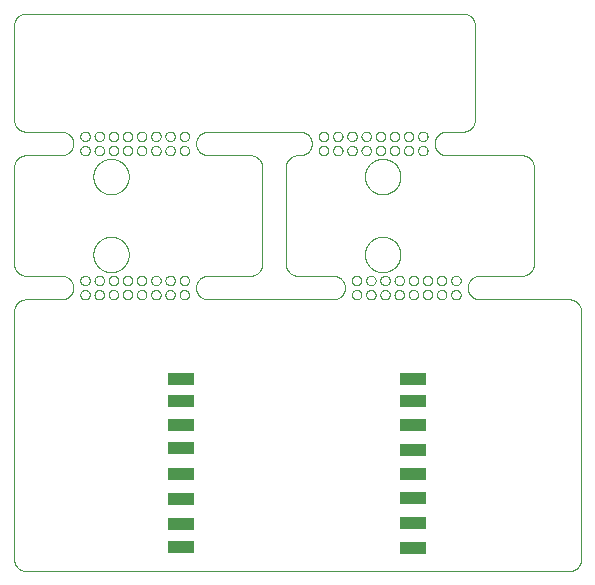
<source format=gbp>
G75*
%MOIN*%
%OFA0B0*%
%FSLAX25Y25*%
%IPPOS*%
%LPD*%
%AMOC8*
5,1,8,0,0,1.08239X$1,22.5*
%
%ADD10C,0.00000*%
%ADD11R,0.08600X0.04200*%
D10*
X0010681Y0060307D02*
X0191783Y0060307D01*
X0191907Y0060309D01*
X0192030Y0060315D01*
X0192154Y0060324D01*
X0192276Y0060338D01*
X0192399Y0060355D01*
X0192521Y0060377D01*
X0192642Y0060402D01*
X0192762Y0060431D01*
X0192881Y0060463D01*
X0193000Y0060500D01*
X0193117Y0060540D01*
X0193232Y0060583D01*
X0193347Y0060631D01*
X0193459Y0060682D01*
X0193570Y0060736D01*
X0193680Y0060794D01*
X0193787Y0060855D01*
X0193893Y0060920D01*
X0193996Y0060988D01*
X0194097Y0061059D01*
X0194196Y0061133D01*
X0194293Y0061210D01*
X0194387Y0061291D01*
X0194478Y0061374D01*
X0194567Y0061460D01*
X0194653Y0061549D01*
X0194736Y0061640D01*
X0194817Y0061734D01*
X0194894Y0061831D01*
X0194968Y0061930D01*
X0195039Y0062031D01*
X0195107Y0062134D01*
X0195172Y0062240D01*
X0195233Y0062347D01*
X0195291Y0062457D01*
X0195345Y0062568D01*
X0195396Y0062680D01*
X0195444Y0062795D01*
X0195487Y0062910D01*
X0195527Y0063027D01*
X0195564Y0063146D01*
X0195596Y0063265D01*
X0195625Y0063385D01*
X0195650Y0063506D01*
X0195672Y0063628D01*
X0195689Y0063751D01*
X0195703Y0063873D01*
X0195712Y0063997D01*
X0195718Y0064120D01*
X0195720Y0064244D01*
X0195720Y0146921D01*
X0195718Y0147045D01*
X0195712Y0147168D01*
X0195703Y0147292D01*
X0195689Y0147414D01*
X0195672Y0147537D01*
X0195650Y0147659D01*
X0195625Y0147780D01*
X0195596Y0147900D01*
X0195564Y0148019D01*
X0195527Y0148138D01*
X0195487Y0148255D01*
X0195444Y0148370D01*
X0195396Y0148485D01*
X0195345Y0148597D01*
X0195291Y0148708D01*
X0195233Y0148818D01*
X0195172Y0148925D01*
X0195107Y0149031D01*
X0195039Y0149134D01*
X0194968Y0149235D01*
X0194894Y0149334D01*
X0194817Y0149431D01*
X0194736Y0149525D01*
X0194653Y0149616D01*
X0194567Y0149705D01*
X0194478Y0149791D01*
X0194387Y0149874D01*
X0194293Y0149955D01*
X0194196Y0150032D01*
X0194097Y0150106D01*
X0193996Y0150177D01*
X0193893Y0150245D01*
X0193787Y0150310D01*
X0193680Y0150371D01*
X0193570Y0150429D01*
X0193459Y0150483D01*
X0193347Y0150534D01*
X0193232Y0150582D01*
X0193117Y0150625D01*
X0193000Y0150665D01*
X0192881Y0150702D01*
X0192762Y0150734D01*
X0192642Y0150763D01*
X0192521Y0150788D01*
X0192399Y0150810D01*
X0192276Y0150827D01*
X0192154Y0150841D01*
X0192030Y0150850D01*
X0191907Y0150856D01*
X0191783Y0150858D01*
X0161862Y0150858D01*
X0157925Y0154795D02*
X0157927Y0154919D01*
X0157933Y0155042D01*
X0157942Y0155166D01*
X0157956Y0155288D01*
X0157973Y0155411D01*
X0157995Y0155533D01*
X0158020Y0155654D01*
X0158049Y0155774D01*
X0158081Y0155893D01*
X0158118Y0156012D01*
X0158158Y0156129D01*
X0158201Y0156244D01*
X0158249Y0156359D01*
X0158300Y0156471D01*
X0158354Y0156582D01*
X0158412Y0156692D01*
X0158473Y0156799D01*
X0158538Y0156905D01*
X0158606Y0157008D01*
X0158677Y0157109D01*
X0158751Y0157208D01*
X0158828Y0157305D01*
X0158909Y0157399D01*
X0158992Y0157490D01*
X0159078Y0157579D01*
X0159167Y0157665D01*
X0159258Y0157748D01*
X0159352Y0157829D01*
X0159449Y0157906D01*
X0159548Y0157980D01*
X0159649Y0158051D01*
X0159752Y0158119D01*
X0159858Y0158184D01*
X0159965Y0158245D01*
X0160075Y0158303D01*
X0160186Y0158357D01*
X0160298Y0158408D01*
X0160413Y0158456D01*
X0160528Y0158499D01*
X0160645Y0158539D01*
X0160764Y0158576D01*
X0160883Y0158608D01*
X0161003Y0158637D01*
X0161124Y0158662D01*
X0161246Y0158684D01*
X0161369Y0158701D01*
X0161491Y0158715D01*
X0161615Y0158724D01*
X0161738Y0158730D01*
X0161862Y0158732D01*
X0176035Y0158732D01*
X0176159Y0158734D01*
X0176282Y0158740D01*
X0176406Y0158749D01*
X0176528Y0158763D01*
X0176651Y0158780D01*
X0176773Y0158802D01*
X0176894Y0158827D01*
X0177014Y0158856D01*
X0177133Y0158888D01*
X0177252Y0158925D01*
X0177369Y0158965D01*
X0177484Y0159008D01*
X0177599Y0159056D01*
X0177711Y0159107D01*
X0177822Y0159161D01*
X0177932Y0159219D01*
X0178039Y0159280D01*
X0178145Y0159345D01*
X0178248Y0159413D01*
X0178349Y0159484D01*
X0178448Y0159558D01*
X0178545Y0159635D01*
X0178639Y0159716D01*
X0178730Y0159799D01*
X0178819Y0159885D01*
X0178905Y0159974D01*
X0178988Y0160065D01*
X0179069Y0160159D01*
X0179146Y0160256D01*
X0179220Y0160355D01*
X0179291Y0160456D01*
X0179359Y0160559D01*
X0179424Y0160665D01*
X0179485Y0160772D01*
X0179543Y0160882D01*
X0179597Y0160993D01*
X0179648Y0161105D01*
X0179696Y0161220D01*
X0179739Y0161335D01*
X0179779Y0161452D01*
X0179816Y0161571D01*
X0179848Y0161690D01*
X0179877Y0161810D01*
X0179902Y0161931D01*
X0179924Y0162053D01*
X0179941Y0162176D01*
X0179955Y0162298D01*
X0179964Y0162422D01*
X0179970Y0162545D01*
X0179972Y0162669D01*
X0179972Y0194953D01*
X0179970Y0195077D01*
X0179964Y0195200D01*
X0179955Y0195324D01*
X0179941Y0195446D01*
X0179924Y0195569D01*
X0179902Y0195691D01*
X0179877Y0195812D01*
X0179848Y0195932D01*
X0179816Y0196051D01*
X0179779Y0196170D01*
X0179739Y0196287D01*
X0179696Y0196402D01*
X0179648Y0196517D01*
X0179597Y0196629D01*
X0179543Y0196740D01*
X0179485Y0196850D01*
X0179424Y0196957D01*
X0179359Y0197063D01*
X0179291Y0197166D01*
X0179220Y0197267D01*
X0179146Y0197366D01*
X0179069Y0197463D01*
X0178988Y0197557D01*
X0178905Y0197648D01*
X0178819Y0197737D01*
X0178730Y0197823D01*
X0178639Y0197906D01*
X0178545Y0197987D01*
X0178448Y0198064D01*
X0178349Y0198138D01*
X0178248Y0198209D01*
X0178145Y0198277D01*
X0178039Y0198342D01*
X0177932Y0198403D01*
X0177822Y0198461D01*
X0177711Y0198515D01*
X0177599Y0198566D01*
X0177484Y0198614D01*
X0177369Y0198657D01*
X0177252Y0198697D01*
X0177133Y0198734D01*
X0177014Y0198766D01*
X0176894Y0198795D01*
X0176773Y0198820D01*
X0176651Y0198842D01*
X0176528Y0198859D01*
X0176406Y0198873D01*
X0176282Y0198882D01*
X0176159Y0198888D01*
X0176035Y0198890D01*
X0150839Y0198890D01*
X0146902Y0202827D02*
X0146904Y0202951D01*
X0146910Y0203074D01*
X0146919Y0203198D01*
X0146933Y0203320D01*
X0146950Y0203443D01*
X0146972Y0203565D01*
X0146997Y0203686D01*
X0147026Y0203806D01*
X0147058Y0203925D01*
X0147095Y0204044D01*
X0147135Y0204161D01*
X0147178Y0204276D01*
X0147226Y0204391D01*
X0147277Y0204503D01*
X0147331Y0204614D01*
X0147389Y0204724D01*
X0147450Y0204831D01*
X0147515Y0204937D01*
X0147583Y0205040D01*
X0147654Y0205141D01*
X0147728Y0205240D01*
X0147805Y0205337D01*
X0147886Y0205431D01*
X0147969Y0205522D01*
X0148055Y0205611D01*
X0148144Y0205697D01*
X0148235Y0205780D01*
X0148329Y0205861D01*
X0148426Y0205938D01*
X0148525Y0206012D01*
X0148626Y0206083D01*
X0148729Y0206151D01*
X0148835Y0206216D01*
X0148942Y0206277D01*
X0149052Y0206335D01*
X0149163Y0206389D01*
X0149275Y0206440D01*
X0149390Y0206488D01*
X0149505Y0206531D01*
X0149622Y0206571D01*
X0149741Y0206608D01*
X0149860Y0206640D01*
X0149980Y0206669D01*
X0150101Y0206694D01*
X0150223Y0206716D01*
X0150346Y0206733D01*
X0150468Y0206747D01*
X0150592Y0206756D01*
X0150715Y0206762D01*
X0150839Y0206764D01*
X0156350Y0206764D01*
X0156474Y0206766D01*
X0156597Y0206772D01*
X0156721Y0206781D01*
X0156843Y0206795D01*
X0156966Y0206812D01*
X0157088Y0206834D01*
X0157209Y0206859D01*
X0157329Y0206888D01*
X0157448Y0206920D01*
X0157567Y0206957D01*
X0157684Y0206997D01*
X0157799Y0207040D01*
X0157914Y0207088D01*
X0158026Y0207139D01*
X0158137Y0207193D01*
X0158247Y0207251D01*
X0158354Y0207312D01*
X0158460Y0207377D01*
X0158563Y0207445D01*
X0158664Y0207516D01*
X0158763Y0207590D01*
X0158860Y0207667D01*
X0158954Y0207748D01*
X0159045Y0207831D01*
X0159134Y0207917D01*
X0159220Y0208006D01*
X0159303Y0208097D01*
X0159384Y0208191D01*
X0159461Y0208288D01*
X0159535Y0208387D01*
X0159606Y0208488D01*
X0159674Y0208591D01*
X0159739Y0208697D01*
X0159800Y0208804D01*
X0159858Y0208914D01*
X0159912Y0209025D01*
X0159963Y0209137D01*
X0160011Y0209252D01*
X0160054Y0209367D01*
X0160094Y0209484D01*
X0160131Y0209603D01*
X0160163Y0209722D01*
X0160192Y0209842D01*
X0160217Y0209963D01*
X0160239Y0210085D01*
X0160256Y0210208D01*
X0160270Y0210330D01*
X0160279Y0210454D01*
X0160285Y0210577D01*
X0160287Y0210701D01*
X0160287Y0242197D01*
X0160285Y0242321D01*
X0160279Y0242444D01*
X0160270Y0242568D01*
X0160256Y0242690D01*
X0160239Y0242813D01*
X0160217Y0242935D01*
X0160192Y0243056D01*
X0160163Y0243176D01*
X0160131Y0243295D01*
X0160094Y0243414D01*
X0160054Y0243531D01*
X0160011Y0243646D01*
X0159963Y0243761D01*
X0159912Y0243873D01*
X0159858Y0243984D01*
X0159800Y0244094D01*
X0159739Y0244201D01*
X0159674Y0244307D01*
X0159606Y0244410D01*
X0159535Y0244511D01*
X0159461Y0244610D01*
X0159384Y0244707D01*
X0159303Y0244801D01*
X0159220Y0244892D01*
X0159134Y0244981D01*
X0159045Y0245067D01*
X0158954Y0245150D01*
X0158860Y0245231D01*
X0158763Y0245308D01*
X0158664Y0245382D01*
X0158563Y0245453D01*
X0158460Y0245521D01*
X0158354Y0245586D01*
X0158247Y0245647D01*
X0158137Y0245705D01*
X0158026Y0245759D01*
X0157914Y0245810D01*
X0157799Y0245858D01*
X0157684Y0245901D01*
X0157567Y0245941D01*
X0157448Y0245978D01*
X0157329Y0246010D01*
X0157209Y0246039D01*
X0157088Y0246064D01*
X0156966Y0246086D01*
X0156843Y0246103D01*
X0156721Y0246117D01*
X0156597Y0246126D01*
X0156474Y0246132D01*
X0156350Y0246134D01*
X0010681Y0246134D01*
X0010557Y0246132D01*
X0010434Y0246126D01*
X0010310Y0246117D01*
X0010188Y0246103D01*
X0010065Y0246086D01*
X0009943Y0246064D01*
X0009822Y0246039D01*
X0009702Y0246010D01*
X0009583Y0245978D01*
X0009464Y0245941D01*
X0009347Y0245901D01*
X0009232Y0245858D01*
X0009117Y0245810D01*
X0009005Y0245759D01*
X0008894Y0245705D01*
X0008784Y0245647D01*
X0008677Y0245586D01*
X0008571Y0245521D01*
X0008468Y0245453D01*
X0008367Y0245382D01*
X0008268Y0245308D01*
X0008171Y0245231D01*
X0008077Y0245150D01*
X0007986Y0245067D01*
X0007897Y0244981D01*
X0007811Y0244892D01*
X0007728Y0244801D01*
X0007647Y0244707D01*
X0007570Y0244610D01*
X0007496Y0244511D01*
X0007425Y0244410D01*
X0007357Y0244307D01*
X0007292Y0244201D01*
X0007231Y0244094D01*
X0007173Y0243984D01*
X0007119Y0243873D01*
X0007068Y0243761D01*
X0007020Y0243646D01*
X0006977Y0243531D01*
X0006937Y0243414D01*
X0006900Y0243295D01*
X0006868Y0243176D01*
X0006839Y0243056D01*
X0006814Y0242935D01*
X0006792Y0242813D01*
X0006775Y0242690D01*
X0006761Y0242568D01*
X0006752Y0242444D01*
X0006746Y0242321D01*
X0006744Y0242197D01*
X0006744Y0210701D01*
X0006746Y0210577D01*
X0006752Y0210454D01*
X0006761Y0210330D01*
X0006775Y0210208D01*
X0006792Y0210085D01*
X0006814Y0209963D01*
X0006839Y0209842D01*
X0006868Y0209722D01*
X0006900Y0209603D01*
X0006937Y0209484D01*
X0006977Y0209367D01*
X0007020Y0209252D01*
X0007068Y0209137D01*
X0007119Y0209025D01*
X0007173Y0208914D01*
X0007231Y0208804D01*
X0007292Y0208697D01*
X0007357Y0208591D01*
X0007425Y0208488D01*
X0007496Y0208387D01*
X0007570Y0208288D01*
X0007647Y0208191D01*
X0007728Y0208097D01*
X0007811Y0208006D01*
X0007897Y0207917D01*
X0007986Y0207831D01*
X0008077Y0207748D01*
X0008171Y0207667D01*
X0008268Y0207590D01*
X0008367Y0207516D01*
X0008468Y0207445D01*
X0008571Y0207377D01*
X0008677Y0207312D01*
X0008784Y0207251D01*
X0008894Y0207193D01*
X0009005Y0207139D01*
X0009117Y0207088D01*
X0009232Y0207040D01*
X0009347Y0206997D01*
X0009464Y0206957D01*
X0009583Y0206920D01*
X0009702Y0206888D01*
X0009822Y0206859D01*
X0009943Y0206834D01*
X0010065Y0206812D01*
X0010188Y0206795D01*
X0010310Y0206781D01*
X0010434Y0206772D01*
X0010557Y0206766D01*
X0010681Y0206764D01*
X0022492Y0206764D01*
X0022616Y0206762D01*
X0022739Y0206756D01*
X0022863Y0206747D01*
X0022985Y0206733D01*
X0023108Y0206716D01*
X0023230Y0206694D01*
X0023351Y0206669D01*
X0023471Y0206640D01*
X0023590Y0206608D01*
X0023709Y0206571D01*
X0023826Y0206531D01*
X0023941Y0206488D01*
X0024056Y0206440D01*
X0024168Y0206389D01*
X0024279Y0206335D01*
X0024389Y0206277D01*
X0024496Y0206216D01*
X0024602Y0206151D01*
X0024705Y0206083D01*
X0024806Y0206012D01*
X0024905Y0205938D01*
X0025002Y0205861D01*
X0025096Y0205780D01*
X0025187Y0205697D01*
X0025276Y0205611D01*
X0025362Y0205522D01*
X0025445Y0205431D01*
X0025526Y0205337D01*
X0025603Y0205240D01*
X0025677Y0205141D01*
X0025748Y0205040D01*
X0025816Y0204937D01*
X0025881Y0204831D01*
X0025942Y0204724D01*
X0026000Y0204614D01*
X0026054Y0204503D01*
X0026105Y0204391D01*
X0026153Y0204276D01*
X0026196Y0204161D01*
X0026236Y0204044D01*
X0026273Y0203925D01*
X0026305Y0203806D01*
X0026334Y0203686D01*
X0026359Y0203565D01*
X0026381Y0203443D01*
X0026398Y0203320D01*
X0026412Y0203198D01*
X0026421Y0203074D01*
X0026427Y0202951D01*
X0026429Y0202827D01*
X0026427Y0202703D01*
X0026421Y0202580D01*
X0026412Y0202456D01*
X0026398Y0202334D01*
X0026381Y0202211D01*
X0026359Y0202089D01*
X0026334Y0201968D01*
X0026305Y0201848D01*
X0026273Y0201729D01*
X0026236Y0201610D01*
X0026196Y0201493D01*
X0026153Y0201378D01*
X0026105Y0201263D01*
X0026054Y0201151D01*
X0026000Y0201040D01*
X0025942Y0200930D01*
X0025881Y0200823D01*
X0025816Y0200717D01*
X0025748Y0200614D01*
X0025677Y0200513D01*
X0025603Y0200414D01*
X0025526Y0200317D01*
X0025445Y0200223D01*
X0025362Y0200132D01*
X0025276Y0200043D01*
X0025187Y0199957D01*
X0025096Y0199874D01*
X0025002Y0199793D01*
X0024905Y0199716D01*
X0024806Y0199642D01*
X0024705Y0199571D01*
X0024602Y0199503D01*
X0024496Y0199438D01*
X0024389Y0199377D01*
X0024279Y0199319D01*
X0024168Y0199265D01*
X0024056Y0199214D01*
X0023941Y0199166D01*
X0023826Y0199123D01*
X0023709Y0199083D01*
X0023590Y0199046D01*
X0023471Y0199014D01*
X0023351Y0198985D01*
X0023230Y0198960D01*
X0023108Y0198938D01*
X0022985Y0198921D01*
X0022863Y0198907D01*
X0022739Y0198898D01*
X0022616Y0198892D01*
X0022492Y0198890D01*
X0010681Y0198890D01*
X0010557Y0198888D01*
X0010434Y0198882D01*
X0010310Y0198873D01*
X0010188Y0198859D01*
X0010065Y0198842D01*
X0009943Y0198820D01*
X0009822Y0198795D01*
X0009702Y0198766D01*
X0009583Y0198734D01*
X0009464Y0198697D01*
X0009347Y0198657D01*
X0009232Y0198614D01*
X0009117Y0198566D01*
X0009005Y0198515D01*
X0008894Y0198461D01*
X0008784Y0198403D01*
X0008677Y0198342D01*
X0008571Y0198277D01*
X0008468Y0198209D01*
X0008367Y0198138D01*
X0008268Y0198064D01*
X0008171Y0197987D01*
X0008077Y0197906D01*
X0007986Y0197823D01*
X0007897Y0197737D01*
X0007811Y0197648D01*
X0007728Y0197557D01*
X0007647Y0197463D01*
X0007570Y0197366D01*
X0007496Y0197267D01*
X0007425Y0197166D01*
X0007357Y0197063D01*
X0007292Y0196957D01*
X0007231Y0196850D01*
X0007173Y0196740D01*
X0007119Y0196629D01*
X0007068Y0196517D01*
X0007020Y0196402D01*
X0006977Y0196287D01*
X0006937Y0196170D01*
X0006900Y0196051D01*
X0006868Y0195932D01*
X0006839Y0195812D01*
X0006814Y0195691D01*
X0006792Y0195569D01*
X0006775Y0195446D01*
X0006761Y0195324D01*
X0006752Y0195200D01*
X0006746Y0195077D01*
X0006744Y0194953D01*
X0006744Y0162669D01*
X0006746Y0162545D01*
X0006752Y0162422D01*
X0006761Y0162298D01*
X0006775Y0162176D01*
X0006792Y0162053D01*
X0006814Y0161931D01*
X0006839Y0161810D01*
X0006868Y0161690D01*
X0006900Y0161571D01*
X0006937Y0161452D01*
X0006977Y0161335D01*
X0007020Y0161220D01*
X0007068Y0161105D01*
X0007119Y0160993D01*
X0007173Y0160882D01*
X0007231Y0160772D01*
X0007292Y0160665D01*
X0007357Y0160559D01*
X0007425Y0160456D01*
X0007496Y0160355D01*
X0007570Y0160256D01*
X0007647Y0160159D01*
X0007728Y0160065D01*
X0007811Y0159974D01*
X0007897Y0159885D01*
X0007986Y0159799D01*
X0008077Y0159716D01*
X0008171Y0159635D01*
X0008268Y0159558D01*
X0008367Y0159484D01*
X0008468Y0159413D01*
X0008571Y0159345D01*
X0008677Y0159280D01*
X0008784Y0159219D01*
X0008894Y0159161D01*
X0009005Y0159107D01*
X0009117Y0159056D01*
X0009232Y0159008D01*
X0009347Y0158965D01*
X0009464Y0158925D01*
X0009583Y0158888D01*
X0009702Y0158856D01*
X0009822Y0158827D01*
X0009943Y0158802D01*
X0010065Y0158780D01*
X0010188Y0158763D01*
X0010310Y0158749D01*
X0010434Y0158740D01*
X0010557Y0158734D01*
X0010681Y0158732D01*
X0022492Y0158732D01*
X0022616Y0158730D01*
X0022739Y0158724D01*
X0022863Y0158715D01*
X0022985Y0158701D01*
X0023108Y0158684D01*
X0023230Y0158662D01*
X0023351Y0158637D01*
X0023471Y0158608D01*
X0023590Y0158576D01*
X0023709Y0158539D01*
X0023826Y0158499D01*
X0023941Y0158456D01*
X0024056Y0158408D01*
X0024168Y0158357D01*
X0024279Y0158303D01*
X0024389Y0158245D01*
X0024496Y0158184D01*
X0024602Y0158119D01*
X0024705Y0158051D01*
X0024806Y0157980D01*
X0024905Y0157906D01*
X0025002Y0157829D01*
X0025096Y0157748D01*
X0025187Y0157665D01*
X0025276Y0157579D01*
X0025362Y0157490D01*
X0025445Y0157399D01*
X0025526Y0157305D01*
X0025603Y0157208D01*
X0025677Y0157109D01*
X0025748Y0157008D01*
X0025816Y0156905D01*
X0025881Y0156799D01*
X0025942Y0156692D01*
X0026000Y0156582D01*
X0026054Y0156471D01*
X0026105Y0156359D01*
X0026153Y0156244D01*
X0026196Y0156129D01*
X0026236Y0156012D01*
X0026273Y0155893D01*
X0026305Y0155774D01*
X0026334Y0155654D01*
X0026359Y0155533D01*
X0026381Y0155411D01*
X0026398Y0155288D01*
X0026412Y0155166D01*
X0026421Y0155042D01*
X0026427Y0154919D01*
X0026429Y0154795D01*
X0026427Y0154671D01*
X0026421Y0154548D01*
X0026412Y0154424D01*
X0026398Y0154302D01*
X0026381Y0154179D01*
X0026359Y0154057D01*
X0026334Y0153936D01*
X0026305Y0153816D01*
X0026273Y0153697D01*
X0026236Y0153578D01*
X0026196Y0153461D01*
X0026153Y0153346D01*
X0026105Y0153231D01*
X0026054Y0153119D01*
X0026000Y0153008D01*
X0025942Y0152898D01*
X0025881Y0152791D01*
X0025816Y0152685D01*
X0025748Y0152582D01*
X0025677Y0152481D01*
X0025603Y0152382D01*
X0025526Y0152285D01*
X0025445Y0152191D01*
X0025362Y0152100D01*
X0025276Y0152011D01*
X0025187Y0151925D01*
X0025096Y0151842D01*
X0025002Y0151761D01*
X0024905Y0151684D01*
X0024806Y0151610D01*
X0024705Y0151539D01*
X0024602Y0151471D01*
X0024496Y0151406D01*
X0024389Y0151345D01*
X0024279Y0151287D01*
X0024168Y0151233D01*
X0024056Y0151182D01*
X0023941Y0151134D01*
X0023826Y0151091D01*
X0023709Y0151051D01*
X0023590Y0151014D01*
X0023471Y0150982D01*
X0023351Y0150953D01*
X0023230Y0150928D01*
X0023108Y0150906D01*
X0022985Y0150889D01*
X0022863Y0150875D01*
X0022739Y0150866D01*
X0022616Y0150860D01*
X0022492Y0150858D01*
X0010681Y0150858D01*
X0010557Y0150856D01*
X0010434Y0150850D01*
X0010310Y0150841D01*
X0010188Y0150827D01*
X0010065Y0150810D01*
X0009943Y0150788D01*
X0009822Y0150763D01*
X0009702Y0150734D01*
X0009583Y0150702D01*
X0009464Y0150665D01*
X0009347Y0150625D01*
X0009232Y0150582D01*
X0009117Y0150534D01*
X0009005Y0150483D01*
X0008894Y0150429D01*
X0008784Y0150371D01*
X0008677Y0150310D01*
X0008571Y0150245D01*
X0008468Y0150177D01*
X0008367Y0150106D01*
X0008268Y0150032D01*
X0008171Y0149955D01*
X0008077Y0149874D01*
X0007986Y0149791D01*
X0007897Y0149705D01*
X0007811Y0149616D01*
X0007728Y0149525D01*
X0007647Y0149431D01*
X0007570Y0149334D01*
X0007496Y0149235D01*
X0007425Y0149134D01*
X0007357Y0149031D01*
X0007292Y0148925D01*
X0007231Y0148818D01*
X0007173Y0148708D01*
X0007119Y0148597D01*
X0007068Y0148485D01*
X0007020Y0148370D01*
X0006977Y0148255D01*
X0006937Y0148138D01*
X0006900Y0148019D01*
X0006868Y0147900D01*
X0006839Y0147780D01*
X0006814Y0147659D01*
X0006792Y0147537D01*
X0006775Y0147414D01*
X0006761Y0147292D01*
X0006752Y0147168D01*
X0006746Y0147045D01*
X0006744Y0146921D01*
X0006744Y0064244D01*
X0006746Y0064120D01*
X0006752Y0063997D01*
X0006761Y0063873D01*
X0006775Y0063751D01*
X0006792Y0063628D01*
X0006814Y0063506D01*
X0006839Y0063385D01*
X0006868Y0063265D01*
X0006900Y0063146D01*
X0006937Y0063027D01*
X0006977Y0062910D01*
X0007020Y0062795D01*
X0007068Y0062680D01*
X0007119Y0062568D01*
X0007173Y0062457D01*
X0007231Y0062347D01*
X0007292Y0062240D01*
X0007357Y0062134D01*
X0007425Y0062031D01*
X0007496Y0061930D01*
X0007570Y0061831D01*
X0007647Y0061734D01*
X0007728Y0061640D01*
X0007811Y0061549D01*
X0007897Y0061460D01*
X0007986Y0061374D01*
X0008077Y0061291D01*
X0008171Y0061210D01*
X0008268Y0061133D01*
X0008367Y0061059D01*
X0008468Y0060988D01*
X0008571Y0060920D01*
X0008677Y0060855D01*
X0008784Y0060794D01*
X0008894Y0060736D01*
X0009005Y0060682D01*
X0009117Y0060631D01*
X0009232Y0060583D01*
X0009347Y0060540D01*
X0009464Y0060500D01*
X0009583Y0060463D01*
X0009702Y0060431D01*
X0009822Y0060402D01*
X0009943Y0060377D01*
X0010065Y0060355D01*
X0010188Y0060338D01*
X0010310Y0060324D01*
X0010434Y0060315D01*
X0010557Y0060309D01*
X0010681Y0060307D01*
X0071311Y0150858D02*
X0113043Y0150858D01*
X0116980Y0154795D02*
X0116978Y0154919D01*
X0116972Y0155042D01*
X0116963Y0155166D01*
X0116949Y0155288D01*
X0116932Y0155411D01*
X0116910Y0155533D01*
X0116885Y0155654D01*
X0116856Y0155774D01*
X0116824Y0155893D01*
X0116787Y0156012D01*
X0116747Y0156129D01*
X0116704Y0156244D01*
X0116656Y0156359D01*
X0116605Y0156471D01*
X0116551Y0156582D01*
X0116493Y0156692D01*
X0116432Y0156799D01*
X0116367Y0156905D01*
X0116299Y0157008D01*
X0116228Y0157109D01*
X0116154Y0157208D01*
X0116077Y0157305D01*
X0115996Y0157399D01*
X0115913Y0157490D01*
X0115827Y0157579D01*
X0115738Y0157665D01*
X0115647Y0157748D01*
X0115553Y0157829D01*
X0115456Y0157906D01*
X0115357Y0157980D01*
X0115256Y0158051D01*
X0115153Y0158119D01*
X0115047Y0158184D01*
X0114940Y0158245D01*
X0114830Y0158303D01*
X0114719Y0158357D01*
X0114607Y0158408D01*
X0114492Y0158456D01*
X0114377Y0158499D01*
X0114260Y0158539D01*
X0114141Y0158576D01*
X0114022Y0158608D01*
X0113902Y0158637D01*
X0113781Y0158662D01*
X0113659Y0158684D01*
X0113536Y0158701D01*
X0113414Y0158715D01*
X0113290Y0158724D01*
X0113167Y0158730D01*
X0113043Y0158732D01*
X0101232Y0158732D01*
X0101108Y0158734D01*
X0100985Y0158740D01*
X0100861Y0158749D01*
X0100739Y0158763D01*
X0100616Y0158780D01*
X0100494Y0158802D01*
X0100373Y0158827D01*
X0100253Y0158856D01*
X0100134Y0158888D01*
X0100015Y0158925D01*
X0099898Y0158965D01*
X0099783Y0159008D01*
X0099668Y0159056D01*
X0099556Y0159107D01*
X0099445Y0159161D01*
X0099335Y0159219D01*
X0099228Y0159280D01*
X0099122Y0159345D01*
X0099019Y0159413D01*
X0098918Y0159484D01*
X0098819Y0159558D01*
X0098722Y0159635D01*
X0098628Y0159716D01*
X0098537Y0159799D01*
X0098448Y0159885D01*
X0098362Y0159974D01*
X0098279Y0160065D01*
X0098198Y0160159D01*
X0098121Y0160256D01*
X0098047Y0160355D01*
X0097976Y0160456D01*
X0097908Y0160559D01*
X0097843Y0160665D01*
X0097782Y0160772D01*
X0097724Y0160882D01*
X0097670Y0160993D01*
X0097619Y0161105D01*
X0097571Y0161220D01*
X0097528Y0161335D01*
X0097488Y0161452D01*
X0097451Y0161571D01*
X0097419Y0161690D01*
X0097390Y0161810D01*
X0097365Y0161931D01*
X0097343Y0162053D01*
X0097326Y0162176D01*
X0097312Y0162298D01*
X0097303Y0162422D01*
X0097297Y0162545D01*
X0097295Y0162669D01*
X0097295Y0194953D01*
X0097297Y0195077D01*
X0097303Y0195200D01*
X0097312Y0195324D01*
X0097326Y0195446D01*
X0097343Y0195569D01*
X0097365Y0195691D01*
X0097390Y0195812D01*
X0097419Y0195932D01*
X0097451Y0196051D01*
X0097488Y0196170D01*
X0097528Y0196287D01*
X0097571Y0196402D01*
X0097619Y0196517D01*
X0097670Y0196629D01*
X0097724Y0196740D01*
X0097782Y0196850D01*
X0097843Y0196957D01*
X0097908Y0197063D01*
X0097976Y0197166D01*
X0098047Y0197267D01*
X0098121Y0197366D01*
X0098198Y0197463D01*
X0098279Y0197557D01*
X0098362Y0197648D01*
X0098448Y0197737D01*
X0098537Y0197823D01*
X0098628Y0197906D01*
X0098722Y0197987D01*
X0098819Y0198064D01*
X0098918Y0198138D01*
X0099019Y0198209D01*
X0099122Y0198277D01*
X0099228Y0198342D01*
X0099335Y0198403D01*
X0099445Y0198461D01*
X0099556Y0198515D01*
X0099668Y0198566D01*
X0099783Y0198614D01*
X0099898Y0198657D01*
X0100015Y0198697D01*
X0100134Y0198734D01*
X0100253Y0198766D01*
X0100373Y0198795D01*
X0100494Y0198820D01*
X0100616Y0198842D01*
X0100739Y0198859D01*
X0100861Y0198873D01*
X0100985Y0198882D01*
X0101108Y0198888D01*
X0101232Y0198890D01*
X0102020Y0198890D01*
X0105957Y0202827D02*
X0105955Y0202951D01*
X0105949Y0203074D01*
X0105940Y0203198D01*
X0105926Y0203320D01*
X0105909Y0203443D01*
X0105887Y0203565D01*
X0105862Y0203686D01*
X0105833Y0203806D01*
X0105801Y0203925D01*
X0105764Y0204044D01*
X0105724Y0204161D01*
X0105681Y0204276D01*
X0105633Y0204391D01*
X0105582Y0204503D01*
X0105528Y0204614D01*
X0105470Y0204724D01*
X0105409Y0204831D01*
X0105344Y0204937D01*
X0105276Y0205040D01*
X0105205Y0205141D01*
X0105131Y0205240D01*
X0105054Y0205337D01*
X0104973Y0205431D01*
X0104890Y0205522D01*
X0104804Y0205611D01*
X0104715Y0205697D01*
X0104624Y0205780D01*
X0104530Y0205861D01*
X0104433Y0205938D01*
X0104334Y0206012D01*
X0104233Y0206083D01*
X0104130Y0206151D01*
X0104024Y0206216D01*
X0103917Y0206277D01*
X0103807Y0206335D01*
X0103696Y0206389D01*
X0103584Y0206440D01*
X0103469Y0206488D01*
X0103354Y0206531D01*
X0103237Y0206571D01*
X0103118Y0206608D01*
X0102999Y0206640D01*
X0102879Y0206669D01*
X0102758Y0206694D01*
X0102636Y0206716D01*
X0102513Y0206733D01*
X0102391Y0206747D01*
X0102267Y0206756D01*
X0102144Y0206762D01*
X0102020Y0206764D01*
X0071311Y0206764D01*
X0071187Y0206762D01*
X0071064Y0206756D01*
X0070940Y0206747D01*
X0070818Y0206733D01*
X0070695Y0206716D01*
X0070573Y0206694D01*
X0070452Y0206669D01*
X0070332Y0206640D01*
X0070213Y0206608D01*
X0070094Y0206571D01*
X0069977Y0206531D01*
X0069862Y0206488D01*
X0069747Y0206440D01*
X0069635Y0206389D01*
X0069524Y0206335D01*
X0069414Y0206277D01*
X0069307Y0206216D01*
X0069201Y0206151D01*
X0069098Y0206083D01*
X0068997Y0206012D01*
X0068898Y0205938D01*
X0068801Y0205861D01*
X0068707Y0205780D01*
X0068616Y0205697D01*
X0068527Y0205611D01*
X0068441Y0205522D01*
X0068358Y0205431D01*
X0068277Y0205337D01*
X0068200Y0205240D01*
X0068126Y0205141D01*
X0068055Y0205040D01*
X0067987Y0204937D01*
X0067922Y0204831D01*
X0067861Y0204724D01*
X0067803Y0204614D01*
X0067749Y0204503D01*
X0067698Y0204391D01*
X0067650Y0204276D01*
X0067607Y0204161D01*
X0067567Y0204044D01*
X0067530Y0203925D01*
X0067498Y0203806D01*
X0067469Y0203686D01*
X0067444Y0203565D01*
X0067422Y0203443D01*
X0067405Y0203320D01*
X0067391Y0203198D01*
X0067382Y0203074D01*
X0067376Y0202951D01*
X0067374Y0202827D01*
X0067376Y0202703D01*
X0067382Y0202580D01*
X0067391Y0202456D01*
X0067405Y0202334D01*
X0067422Y0202211D01*
X0067444Y0202089D01*
X0067469Y0201968D01*
X0067498Y0201848D01*
X0067530Y0201729D01*
X0067567Y0201610D01*
X0067607Y0201493D01*
X0067650Y0201378D01*
X0067698Y0201263D01*
X0067749Y0201151D01*
X0067803Y0201040D01*
X0067861Y0200930D01*
X0067922Y0200823D01*
X0067987Y0200717D01*
X0068055Y0200614D01*
X0068126Y0200513D01*
X0068200Y0200414D01*
X0068277Y0200317D01*
X0068358Y0200223D01*
X0068441Y0200132D01*
X0068527Y0200043D01*
X0068616Y0199957D01*
X0068707Y0199874D01*
X0068801Y0199793D01*
X0068898Y0199716D01*
X0068997Y0199642D01*
X0069098Y0199571D01*
X0069201Y0199503D01*
X0069307Y0199438D01*
X0069414Y0199377D01*
X0069524Y0199319D01*
X0069635Y0199265D01*
X0069747Y0199214D01*
X0069862Y0199166D01*
X0069977Y0199123D01*
X0070094Y0199083D01*
X0070213Y0199046D01*
X0070332Y0199014D01*
X0070452Y0198985D01*
X0070573Y0198960D01*
X0070695Y0198938D01*
X0070818Y0198921D01*
X0070940Y0198907D01*
X0071064Y0198898D01*
X0071187Y0198892D01*
X0071311Y0198890D01*
X0085484Y0198890D01*
X0085608Y0198888D01*
X0085731Y0198882D01*
X0085855Y0198873D01*
X0085977Y0198859D01*
X0086100Y0198842D01*
X0086222Y0198820D01*
X0086343Y0198795D01*
X0086463Y0198766D01*
X0086582Y0198734D01*
X0086701Y0198697D01*
X0086818Y0198657D01*
X0086933Y0198614D01*
X0087048Y0198566D01*
X0087160Y0198515D01*
X0087271Y0198461D01*
X0087381Y0198403D01*
X0087488Y0198342D01*
X0087594Y0198277D01*
X0087697Y0198209D01*
X0087798Y0198138D01*
X0087897Y0198064D01*
X0087994Y0197987D01*
X0088088Y0197906D01*
X0088179Y0197823D01*
X0088268Y0197737D01*
X0088354Y0197648D01*
X0088437Y0197557D01*
X0088518Y0197463D01*
X0088595Y0197366D01*
X0088669Y0197267D01*
X0088740Y0197166D01*
X0088808Y0197063D01*
X0088873Y0196957D01*
X0088934Y0196850D01*
X0088992Y0196740D01*
X0089046Y0196629D01*
X0089097Y0196517D01*
X0089145Y0196402D01*
X0089188Y0196287D01*
X0089228Y0196170D01*
X0089265Y0196051D01*
X0089297Y0195932D01*
X0089326Y0195812D01*
X0089351Y0195691D01*
X0089373Y0195569D01*
X0089390Y0195446D01*
X0089404Y0195324D01*
X0089413Y0195200D01*
X0089419Y0195077D01*
X0089421Y0194953D01*
X0089421Y0162669D01*
X0089419Y0162545D01*
X0089413Y0162422D01*
X0089404Y0162298D01*
X0089390Y0162176D01*
X0089373Y0162053D01*
X0089351Y0161931D01*
X0089326Y0161810D01*
X0089297Y0161690D01*
X0089265Y0161571D01*
X0089228Y0161452D01*
X0089188Y0161335D01*
X0089145Y0161220D01*
X0089097Y0161105D01*
X0089046Y0160993D01*
X0088992Y0160882D01*
X0088934Y0160772D01*
X0088873Y0160665D01*
X0088808Y0160559D01*
X0088740Y0160456D01*
X0088669Y0160355D01*
X0088595Y0160256D01*
X0088518Y0160159D01*
X0088437Y0160065D01*
X0088354Y0159974D01*
X0088268Y0159885D01*
X0088179Y0159799D01*
X0088088Y0159716D01*
X0087994Y0159635D01*
X0087897Y0159558D01*
X0087798Y0159484D01*
X0087697Y0159413D01*
X0087594Y0159345D01*
X0087488Y0159280D01*
X0087381Y0159219D01*
X0087271Y0159161D01*
X0087160Y0159107D01*
X0087048Y0159056D01*
X0086933Y0159008D01*
X0086818Y0158965D01*
X0086701Y0158925D01*
X0086582Y0158888D01*
X0086463Y0158856D01*
X0086343Y0158827D01*
X0086222Y0158802D01*
X0086100Y0158780D01*
X0085977Y0158763D01*
X0085855Y0158749D01*
X0085731Y0158740D01*
X0085608Y0158734D01*
X0085484Y0158732D01*
X0071311Y0158732D01*
X0071187Y0158730D01*
X0071064Y0158724D01*
X0070940Y0158715D01*
X0070818Y0158701D01*
X0070695Y0158684D01*
X0070573Y0158662D01*
X0070452Y0158637D01*
X0070332Y0158608D01*
X0070213Y0158576D01*
X0070094Y0158539D01*
X0069977Y0158499D01*
X0069862Y0158456D01*
X0069747Y0158408D01*
X0069635Y0158357D01*
X0069524Y0158303D01*
X0069414Y0158245D01*
X0069307Y0158184D01*
X0069201Y0158119D01*
X0069098Y0158051D01*
X0068997Y0157980D01*
X0068898Y0157906D01*
X0068801Y0157829D01*
X0068707Y0157748D01*
X0068616Y0157665D01*
X0068527Y0157579D01*
X0068441Y0157490D01*
X0068358Y0157399D01*
X0068277Y0157305D01*
X0068200Y0157208D01*
X0068126Y0157109D01*
X0068055Y0157008D01*
X0067987Y0156905D01*
X0067922Y0156799D01*
X0067861Y0156692D01*
X0067803Y0156582D01*
X0067749Y0156471D01*
X0067698Y0156359D01*
X0067650Y0156244D01*
X0067607Y0156129D01*
X0067567Y0156012D01*
X0067530Y0155893D01*
X0067498Y0155774D01*
X0067469Y0155654D01*
X0067444Y0155533D01*
X0067422Y0155411D01*
X0067405Y0155288D01*
X0067391Y0155166D01*
X0067382Y0155042D01*
X0067376Y0154919D01*
X0067374Y0154795D01*
X0067376Y0154671D01*
X0067382Y0154548D01*
X0067391Y0154424D01*
X0067405Y0154302D01*
X0067422Y0154179D01*
X0067444Y0154057D01*
X0067469Y0153936D01*
X0067498Y0153816D01*
X0067530Y0153697D01*
X0067567Y0153578D01*
X0067607Y0153461D01*
X0067650Y0153346D01*
X0067698Y0153231D01*
X0067749Y0153119D01*
X0067803Y0153008D01*
X0067861Y0152898D01*
X0067922Y0152791D01*
X0067987Y0152685D01*
X0068055Y0152582D01*
X0068126Y0152481D01*
X0068200Y0152382D01*
X0068277Y0152285D01*
X0068358Y0152191D01*
X0068441Y0152100D01*
X0068527Y0152011D01*
X0068616Y0151925D01*
X0068707Y0151842D01*
X0068801Y0151761D01*
X0068898Y0151684D01*
X0068997Y0151610D01*
X0069098Y0151539D01*
X0069201Y0151471D01*
X0069307Y0151406D01*
X0069414Y0151345D01*
X0069524Y0151287D01*
X0069635Y0151233D01*
X0069747Y0151182D01*
X0069862Y0151134D01*
X0069977Y0151091D01*
X0070094Y0151051D01*
X0070213Y0151014D01*
X0070332Y0150982D01*
X0070452Y0150953D01*
X0070573Y0150928D01*
X0070695Y0150906D01*
X0070818Y0150889D01*
X0070940Y0150875D01*
X0071064Y0150866D01*
X0071187Y0150860D01*
X0071311Y0150858D01*
X0061862Y0152433D02*
X0061864Y0152512D01*
X0061870Y0152591D01*
X0061880Y0152670D01*
X0061894Y0152748D01*
X0061911Y0152825D01*
X0061933Y0152901D01*
X0061958Y0152976D01*
X0061988Y0153049D01*
X0062020Y0153121D01*
X0062057Y0153192D01*
X0062097Y0153260D01*
X0062140Y0153326D01*
X0062186Y0153390D01*
X0062236Y0153452D01*
X0062289Y0153511D01*
X0062344Y0153567D01*
X0062403Y0153621D01*
X0062464Y0153671D01*
X0062527Y0153719D01*
X0062593Y0153763D01*
X0062661Y0153804D01*
X0062731Y0153841D01*
X0062802Y0153875D01*
X0062876Y0153905D01*
X0062950Y0153931D01*
X0063026Y0153953D01*
X0063103Y0153972D01*
X0063181Y0153987D01*
X0063259Y0153998D01*
X0063338Y0154005D01*
X0063417Y0154008D01*
X0063496Y0154007D01*
X0063575Y0154002D01*
X0063654Y0153993D01*
X0063732Y0153980D01*
X0063809Y0153963D01*
X0063886Y0153943D01*
X0063961Y0153918D01*
X0064035Y0153890D01*
X0064108Y0153858D01*
X0064178Y0153823D01*
X0064247Y0153784D01*
X0064314Y0153741D01*
X0064379Y0153695D01*
X0064441Y0153647D01*
X0064501Y0153595D01*
X0064558Y0153540D01*
X0064612Y0153482D01*
X0064663Y0153422D01*
X0064711Y0153359D01*
X0064756Y0153294D01*
X0064798Y0153226D01*
X0064836Y0153157D01*
X0064870Y0153086D01*
X0064901Y0153013D01*
X0064929Y0152938D01*
X0064952Y0152863D01*
X0064972Y0152786D01*
X0064988Y0152709D01*
X0065000Y0152630D01*
X0065008Y0152552D01*
X0065012Y0152473D01*
X0065012Y0152393D01*
X0065008Y0152314D01*
X0065000Y0152236D01*
X0064988Y0152157D01*
X0064972Y0152080D01*
X0064952Y0152003D01*
X0064929Y0151928D01*
X0064901Y0151853D01*
X0064870Y0151780D01*
X0064836Y0151709D01*
X0064798Y0151640D01*
X0064756Y0151572D01*
X0064711Y0151507D01*
X0064663Y0151444D01*
X0064612Y0151384D01*
X0064558Y0151326D01*
X0064501Y0151271D01*
X0064441Y0151219D01*
X0064379Y0151171D01*
X0064314Y0151125D01*
X0064247Y0151082D01*
X0064178Y0151043D01*
X0064108Y0151008D01*
X0064035Y0150976D01*
X0063961Y0150948D01*
X0063886Y0150923D01*
X0063809Y0150903D01*
X0063732Y0150886D01*
X0063654Y0150873D01*
X0063575Y0150864D01*
X0063496Y0150859D01*
X0063417Y0150858D01*
X0063338Y0150861D01*
X0063259Y0150868D01*
X0063181Y0150879D01*
X0063103Y0150894D01*
X0063026Y0150913D01*
X0062950Y0150935D01*
X0062876Y0150961D01*
X0062802Y0150991D01*
X0062731Y0151025D01*
X0062661Y0151062D01*
X0062593Y0151103D01*
X0062527Y0151147D01*
X0062464Y0151195D01*
X0062403Y0151245D01*
X0062344Y0151299D01*
X0062289Y0151355D01*
X0062236Y0151414D01*
X0062186Y0151476D01*
X0062140Y0151540D01*
X0062097Y0151606D01*
X0062057Y0151674D01*
X0062020Y0151745D01*
X0061988Y0151817D01*
X0061958Y0151890D01*
X0061933Y0151965D01*
X0061911Y0152041D01*
X0061894Y0152118D01*
X0061880Y0152196D01*
X0061870Y0152275D01*
X0061864Y0152354D01*
X0061862Y0152433D01*
X0057138Y0152433D02*
X0057140Y0152512D01*
X0057146Y0152591D01*
X0057156Y0152670D01*
X0057170Y0152748D01*
X0057187Y0152825D01*
X0057209Y0152901D01*
X0057234Y0152976D01*
X0057264Y0153049D01*
X0057296Y0153121D01*
X0057333Y0153192D01*
X0057373Y0153260D01*
X0057416Y0153326D01*
X0057462Y0153390D01*
X0057512Y0153452D01*
X0057565Y0153511D01*
X0057620Y0153567D01*
X0057679Y0153621D01*
X0057740Y0153671D01*
X0057803Y0153719D01*
X0057869Y0153763D01*
X0057937Y0153804D01*
X0058007Y0153841D01*
X0058078Y0153875D01*
X0058152Y0153905D01*
X0058226Y0153931D01*
X0058302Y0153953D01*
X0058379Y0153972D01*
X0058457Y0153987D01*
X0058535Y0153998D01*
X0058614Y0154005D01*
X0058693Y0154008D01*
X0058772Y0154007D01*
X0058851Y0154002D01*
X0058930Y0153993D01*
X0059008Y0153980D01*
X0059085Y0153963D01*
X0059162Y0153943D01*
X0059237Y0153918D01*
X0059311Y0153890D01*
X0059384Y0153858D01*
X0059454Y0153823D01*
X0059523Y0153784D01*
X0059590Y0153741D01*
X0059655Y0153695D01*
X0059717Y0153647D01*
X0059777Y0153595D01*
X0059834Y0153540D01*
X0059888Y0153482D01*
X0059939Y0153422D01*
X0059987Y0153359D01*
X0060032Y0153294D01*
X0060074Y0153226D01*
X0060112Y0153157D01*
X0060146Y0153086D01*
X0060177Y0153013D01*
X0060205Y0152938D01*
X0060228Y0152863D01*
X0060248Y0152786D01*
X0060264Y0152709D01*
X0060276Y0152630D01*
X0060284Y0152552D01*
X0060288Y0152473D01*
X0060288Y0152393D01*
X0060284Y0152314D01*
X0060276Y0152236D01*
X0060264Y0152157D01*
X0060248Y0152080D01*
X0060228Y0152003D01*
X0060205Y0151928D01*
X0060177Y0151853D01*
X0060146Y0151780D01*
X0060112Y0151709D01*
X0060074Y0151640D01*
X0060032Y0151572D01*
X0059987Y0151507D01*
X0059939Y0151444D01*
X0059888Y0151384D01*
X0059834Y0151326D01*
X0059777Y0151271D01*
X0059717Y0151219D01*
X0059655Y0151171D01*
X0059590Y0151125D01*
X0059523Y0151082D01*
X0059454Y0151043D01*
X0059384Y0151008D01*
X0059311Y0150976D01*
X0059237Y0150948D01*
X0059162Y0150923D01*
X0059085Y0150903D01*
X0059008Y0150886D01*
X0058930Y0150873D01*
X0058851Y0150864D01*
X0058772Y0150859D01*
X0058693Y0150858D01*
X0058614Y0150861D01*
X0058535Y0150868D01*
X0058457Y0150879D01*
X0058379Y0150894D01*
X0058302Y0150913D01*
X0058226Y0150935D01*
X0058152Y0150961D01*
X0058078Y0150991D01*
X0058007Y0151025D01*
X0057937Y0151062D01*
X0057869Y0151103D01*
X0057803Y0151147D01*
X0057740Y0151195D01*
X0057679Y0151245D01*
X0057620Y0151299D01*
X0057565Y0151355D01*
X0057512Y0151414D01*
X0057462Y0151476D01*
X0057416Y0151540D01*
X0057373Y0151606D01*
X0057333Y0151674D01*
X0057296Y0151745D01*
X0057264Y0151817D01*
X0057234Y0151890D01*
X0057209Y0151965D01*
X0057187Y0152041D01*
X0057170Y0152118D01*
X0057156Y0152196D01*
X0057146Y0152275D01*
X0057140Y0152354D01*
X0057138Y0152433D01*
X0052413Y0152433D02*
X0052415Y0152512D01*
X0052421Y0152591D01*
X0052431Y0152670D01*
X0052445Y0152748D01*
X0052462Y0152825D01*
X0052484Y0152901D01*
X0052509Y0152976D01*
X0052539Y0153049D01*
X0052571Y0153121D01*
X0052608Y0153192D01*
X0052648Y0153260D01*
X0052691Y0153326D01*
X0052737Y0153390D01*
X0052787Y0153452D01*
X0052840Y0153511D01*
X0052895Y0153567D01*
X0052954Y0153621D01*
X0053015Y0153671D01*
X0053078Y0153719D01*
X0053144Y0153763D01*
X0053212Y0153804D01*
X0053282Y0153841D01*
X0053353Y0153875D01*
X0053427Y0153905D01*
X0053501Y0153931D01*
X0053577Y0153953D01*
X0053654Y0153972D01*
X0053732Y0153987D01*
X0053810Y0153998D01*
X0053889Y0154005D01*
X0053968Y0154008D01*
X0054047Y0154007D01*
X0054126Y0154002D01*
X0054205Y0153993D01*
X0054283Y0153980D01*
X0054360Y0153963D01*
X0054437Y0153943D01*
X0054512Y0153918D01*
X0054586Y0153890D01*
X0054659Y0153858D01*
X0054729Y0153823D01*
X0054798Y0153784D01*
X0054865Y0153741D01*
X0054930Y0153695D01*
X0054992Y0153647D01*
X0055052Y0153595D01*
X0055109Y0153540D01*
X0055163Y0153482D01*
X0055214Y0153422D01*
X0055262Y0153359D01*
X0055307Y0153294D01*
X0055349Y0153226D01*
X0055387Y0153157D01*
X0055421Y0153086D01*
X0055452Y0153013D01*
X0055480Y0152938D01*
X0055503Y0152863D01*
X0055523Y0152786D01*
X0055539Y0152709D01*
X0055551Y0152630D01*
X0055559Y0152552D01*
X0055563Y0152473D01*
X0055563Y0152393D01*
X0055559Y0152314D01*
X0055551Y0152236D01*
X0055539Y0152157D01*
X0055523Y0152080D01*
X0055503Y0152003D01*
X0055480Y0151928D01*
X0055452Y0151853D01*
X0055421Y0151780D01*
X0055387Y0151709D01*
X0055349Y0151640D01*
X0055307Y0151572D01*
X0055262Y0151507D01*
X0055214Y0151444D01*
X0055163Y0151384D01*
X0055109Y0151326D01*
X0055052Y0151271D01*
X0054992Y0151219D01*
X0054930Y0151171D01*
X0054865Y0151125D01*
X0054798Y0151082D01*
X0054729Y0151043D01*
X0054659Y0151008D01*
X0054586Y0150976D01*
X0054512Y0150948D01*
X0054437Y0150923D01*
X0054360Y0150903D01*
X0054283Y0150886D01*
X0054205Y0150873D01*
X0054126Y0150864D01*
X0054047Y0150859D01*
X0053968Y0150858D01*
X0053889Y0150861D01*
X0053810Y0150868D01*
X0053732Y0150879D01*
X0053654Y0150894D01*
X0053577Y0150913D01*
X0053501Y0150935D01*
X0053427Y0150961D01*
X0053353Y0150991D01*
X0053282Y0151025D01*
X0053212Y0151062D01*
X0053144Y0151103D01*
X0053078Y0151147D01*
X0053015Y0151195D01*
X0052954Y0151245D01*
X0052895Y0151299D01*
X0052840Y0151355D01*
X0052787Y0151414D01*
X0052737Y0151476D01*
X0052691Y0151540D01*
X0052648Y0151606D01*
X0052608Y0151674D01*
X0052571Y0151745D01*
X0052539Y0151817D01*
X0052509Y0151890D01*
X0052484Y0151965D01*
X0052462Y0152041D01*
X0052445Y0152118D01*
X0052431Y0152196D01*
X0052421Y0152275D01*
X0052415Y0152354D01*
X0052413Y0152433D01*
X0047689Y0152433D02*
X0047691Y0152512D01*
X0047697Y0152591D01*
X0047707Y0152670D01*
X0047721Y0152748D01*
X0047738Y0152825D01*
X0047760Y0152901D01*
X0047785Y0152976D01*
X0047815Y0153049D01*
X0047847Y0153121D01*
X0047884Y0153192D01*
X0047924Y0153260D01*
X0047967Y0153326D01*
X0048013Y0153390D01*
X0048063Y0153452D01*
X0048116Y0153511D01*
X0048171Y0153567D01*
X0048230Y0153621D01*
X0048291Y0153671D01*
X0048354Y0153719D01*
X0048420Y0153763D01*
X0048488Y0153804D01*
X0048558Y0153841D01*
X0048629Y0153875D01*
X0048703Y0153905D01*
X0048777Y0153931D01*
X0048853Y0153953D01*
X0048930Y0153972D01*
X0049008Y0153987D01*
X0049086Y0153998D01*
X0049165Y0154005D01*
X0049244Y0154008D01*
X0049323Y0154007D01*
X0049402Y0154002D01*
X0049481Y0153993D01*
X0049559Y0153980D01*
X0049636Y0153963D01*
X0049713Y0153943D01*
X0049788Y0153918D01*
X0049862Y0153890D01*
X0049935Y0153858D01*
X0050005Y0153823D01*
X0050074Y0153784D01*
X0050141Y0153741D01*
X0050206Y0153695D01*
X0050268Y0153647D01*
X0050328Y0153595D01*
X0050385Y0153540D01*
X0050439Y0153482D01*
X0050490Y0153422D01*
X0050538Y0153359D01*
X0050583Y0153294D01*
X0050625Y0153226D01*
X0050663Y0153157D01*
X0050697Y0153086D01*
X0050728Y0153013D01*
X0050756Y0152938D01*
X0050779Y0152863D01*
X0050799Y0152786D01*
X0050815Y0152709D01*
X0050827Y0152630D01*
X0050835Y0152552D01*
X0050839Y0152473D01*
X0050839Y0152393D01*
X0050835Y0152314D01*
X0050827Y0152236D01*
X0050815Y0152157D01*
X0050799Y0152080D01*
X0050779Y0152003D01*
X0050756Y0151928D01*
X0050728Y0151853D01*
X0050697Y0151780D01*
X0050663Y0151709D01*
X0050625Y0151640D01*
X0050583Y0151572D01*
X0050538Y0151507D01*
X0050490Y0151444D01*
X0050439Y0151384D01*
X0050385Y0151326D01*
X0050328Y0151271D01*
X0050268Y0151219D01*
X0050206Y0151171D01*
X0050141Y0151125D01*
X0050074Y0151082D01*
X0050005Y0151043D01*
X0049935Y0151008D01*
X0049862Y0150976D01*
X0049788Y0150948D01*
X0049713Y0150923D01*
X0049636Y0150903D01*
X0049559Y0150886D01*
X0049481Y0150873D01*
X0049402Y0150864D01*
X0049323Y0150859D01*
X0049244Y0150858D01*
X0049165Y0150861D01*
X0049086Y0150868D01*
X0049008Y0150879D01*
X0048930Y0150894D01*
X0048853Y0150913D01*
X0048777Y0150935D01*
X0048703Y0150961D01*
X0048629Y0150991D01*
X0048558Y0151025D01*
X0048488Y0151062D01*
X0048420Y0151103D01*
X0048354Y0151147D01*
X0048291Y0151195D01*
X0048230Y0151245D01*
X0048171Y0151299D01*
X0048116Y0151355D01*
X0048063Y0151414D01*
X0048013Y0151476D01*
X0047967Y0151540D01*
X0047924Y0151606D01*
X0047884Y0151674D01*
X0047847Y0151745D01*
X0047815Y0151817D01*
X0047785Y0151890D01*
X0047760Y0151965D01*
X0047738Y0152041D01*
X0047721Y0152118D01*
X0047707Y0152196D01*
X0047697Y0152275D01*
X0047691Y0152354D01*
X0047689Y0152433D01*
X0042964Y0152433D02*
X0042966Y0152512D01*
X0042972Y0152591D01*
X0042982Y0152670D01*
X0042996Y0152748D01*
X0043013Y0152825D01*
X0043035Y0152901D01*
X0043060Y0152976D01*
X0043090Y0153049D01*
X0043122Y0153121D01*
X0043159Y0153192D01*
X0043199Y0153260D01*
X0043242Y0153326D01*
X0043288Y0153390D01*
X0043338Y0153452D01*
X0043391Y0153511D01*
X0043446Y0153567D01*
X0043505Y0153621D01*
X0043566Y0153671D01*
X0043629Y0153719D01*
X0043695Y0153763D01*
X0043763Y0153804D01*
X0043833Y0153841D01*
X0043904Y0153875D01*
X0043978Y0153905D01*
X0044052Y0153931D01*
X0044128Y0153953D01*
X0044205Y0153972D01*
X0044283Y0153987D01*
X0044361Y0153998D01*
X0044440Y0154005D01*
X0044519Y0154008D01*
X0044598Y0154007D01*
X0044677Y0154002D01*
X0044756Y0153993D01*
X0044834Y0153980D01*
X0044911Y0153963D01*
X0044988Y0153943D01*
X0045063Y0153918D01*
X0045137Y0153890D01*
X0045210Y0153858D01*
X0045280Y0153823D01*
X0045349Y0153784D01*
X0045416Y0153741D01*
X0045481Y0153695D01*
X0045543Y0153647D01*
X0045603Y0153595D01*
X0045660Y0153540D01*
X0045714Y0153482D01*
X0045765Y0153422D01*
X0045813Y0153359D01*
X0045858Y0153294D01*
X0045900Y0153226D01*
X0045938Y0153157D01*
X0045972Y0153086D01*
X0046003Y0153013D01*
X0046031Y0152938D01*
X0046054Y0152863D01*
X0046074Y0152786D01*
X0046090Y0152709D01*
X0046102Y0152630D01*
X0046110Y0152552D01*
X0046114Y0152473D01*
X0046114Y0152393D01*
X0046110Y0152314D01*
X0046102Y0152236D01*
X0046090Y0152157D01*
X0046074Y0152080D01*
X0046054Y0152003D01*
X0046031Y0151928D01*
X0046003Y0151853D01*
X0045972Y0151780D01*
X0045938Y0151709D01*
X0045900Y0151640D01*
X0045858Y0151572D01*
X0045813Y0151507D01*
X0045765Y0151444D01*
X0045714Y0151384D01*
X0045660Y0151326D01*
X0045603Y0151271D01*
X0045543Y0151219D01*
X0045481Y0151171D01*
X0045416Y0151125D01*
X0045349Y0151082D01*
X0045280Y0151043D01*
X0045210Y0151008D01*
X0045137Y0150976D01*
X0045063Y0150948D01*
X0044988Y0150923D01*
X0044911Y0150903D01*
X0044834Y0150886D01*
X0044756Y0150873D01*
X0044677Y0150864D01*
X0044598Y0150859D01*
X0044519Y0150858D01*
X0044440Y0150861D01*
X0044361Y0150868D01*
X0044283Y0150879D01*
X0044205Y0150894D01*
X0044128Y0150913D01*
X0044052Y0150935D01*
X0043978Y0150961D01*
X0043904Y0150991D01*
X0043833Y0151025D01*
X0043763Y0151062D01*
X0043695Y0151103D01*
X0043629Y0151147D01*
X0043566Y0151195D01*
X0043505Y0151245D01*
X0043446Y0151299D01*
X0043391Y0151355D01*
X0043338Y0151414D01*
X0043288Y0151476D01*
X0043242Y0151540D01*
X0043199Y0151606D01*
X0043159Y0151674D01*
X0043122Y0151745D01*
X0043090Y0151817D01*
X0043060Y0151890D01*
X0043035Y0151965D01*
X0043013Y0152041D01*
X0042996Y0152118D01*
X0042982Y0152196D01*
X0042972Y0152275D01*
X0042966Y0152354D01*
X0042964Y0152433D01*
X0038240Y0152433D02*
X0038242Y0152512D01*
X0038248Y0152591D01*
X0038258Y0152670D01*
X0038272Y0152748D01*
X0038289Y0152825D01*
X0038311Y0152901D01*
X0038336Y0152976D01*
X0038366Y0153049D01*
X0038398Y0153121D01*
X0038435Y0153192D01*
X0038475Y0153260D01*
X0038518Y0153326D01*
X0038564Y0153390D01*
X0038614Y0153452D01*
X0038667Y0153511D01*
X0038722Y0153567D01*
X0038781Y0153621D01*
X0038842Y0153671D01*
X0038905Y0153719D01*
X0038971Y0153763D01*
X0039039Y0153804D01*
X0039109Y0153841D01*
X0039180Y0153875D01*
X0039254Y0153905D01*
X0039328Y0153931D01*
X0039404Y0153953D01*
X0039481Y0153972D01*
X0039559Y0153987D01*
X0039637Y0153998D01*
X0039716Y0154005D01*
X0039795Y0154008D01*
X0039874Y0154007D01*
X0039953Y0154002D01*
X0040032Y0153993D01*
X0040110Y0153980D01*
X0040187Y0153963D01*
X0040264Y0153943D01*
X0040339Y0153918D01*
X0040413Y0153890D01*
X0040486Y0153858D01*
X0040556Y0153823D01*
X0040625Y0153784D01*
X0040692Y0153741D01*
X0040757Y0153695D01*
X0040819Y0153647D01*
X0040879Y0153595D01*
X0040936Y0153540D01*
X0040990Y0153482D01*
X0041041Y0153422D01*
X0041089Y0153359D01*
X0041134Y0153294D01*
X0041176Y0153226D01*
X0041214Y0153157D01*
X0041248Y0153086D01*
X0041279Y0153013D01*
X0041307Y0152938D01*
X0041330Y0152863D01*
X0041350Y0152786D01*
X0041366Y0152709D01*
X0041378Y0152630D01*
X0041386Y0152552D01*
X0041390Y0152473D01*
X0041390Y0152393D01*
X0041386Y0152314D01*
X0041378Y0152236D01*
X0041366Y0152157D01*
X0041350Y0152080D01*
X0041330Y0152003D01*
X0041307Y0151928D01*
X0041279Y0151853D01*
X0041248Y0151780D01*
X0041214Y0151709D01*
X0041176Y0151640D01*
X0041134Y0151572D01*
X0041089Y0151507D01*
X0041041Y0151444D01*
X0040990Y0151384D01*
X0040936Y0151326D01*
X0040879Y0151271D01*
X0040819Y0151219D01*
X0040757Y0151171D01*
X0040692Y0151125D01*
X0040625Y0151082D01*
X0040556Y0151043D01*
X0040486Y0151008D01*
X0040413Y0150976D01*
X0040339Y0150948D01*
X0040264Y0150923D01*
X0040187Y0150903D01*
X0040110Y0150886D01*
X0040032Y0150873D01*
X0039953Y0150864D01*
X0039874Y0150859D01*
X0039795Y0150858D01*
X0039716Y0150861D01*
X0039637Y0150868D01*
X0039559Y0150879D01*
X0039481Y0150894D01*
X0039404Y0150913D01*
X0039328Y0150935D01*
X0039254Y0150961D01*
X0039180Y0150991D01*
X0039109Y0151025D01*
X0039039Y0151062D01*
X0038971Y0151103D01*
X0038905Y0151147D01*
X0038842Y0151195D01*
X0038781Y0151245D01*
X0038722Y0151299D01*
X0038667Y0151355D01*
X0038614Y0151414D01*
X0038564Y0151476D01*
X0038518Y0151540D01*
X0038475Y0151606D01*
X0038435Y0151674D01*
X0038398Y0151745D01*
X0038366Y0151817D01*
X0038336Y0151890D01*
X0038311Y0151965D01*
X0038289Y0152041D01*
X0038272Y0152118D01*
X0038258Y0152196D01*
X0038248Y0152275D01*
X0038242Y0152354D01*
X0038240Y0152433D01*
X0033516Y0152433D02*
X0033518Y0152512D01*
X0033524Y0152591D01*
X0033534Y0152670D01*
X0033548Y0152748D01*
X0033565Y0152825D01*
X0033587Y0152901D01*
X0033612Y0152976D01*
X0033642Y0153049D01*
X0033674Y0153121D01*
X0033711Y0153192D01*
X0033751Y0153260D01*
X0033794Y0153326D01*
X0033840Y0153390D01*
X0033890Y0153452D01*
X0033943Y0153511D01*
X0033998Y0153567D01*
X0034057Y0153621D01*
X0034118Y0153671D01*
X0034181Y0153719D01*
X0034247Y0153763D01*
X0034315Y0153804D01*
X0034385Y0153841D01*
X0034456Y0153875D01*
X0034530Y0153905D01*
X0034604Y0153931D01*
X0034680Y0153953D01*
X0034757Y0153972D01*
X0034835Y0153987D01*
X0034913Y0153998D01*
X0034992Y0154005D01*
X0035071Y0154008D01*
X0035150Y0154007D01*
X0035229Y0154002D01*
X0035308Y0153993D01*
X0035386Y0153980D01*
X0035463Y0153963D01*
X0035540Y0153943D01*
X0035615Y0153918D01*
X0035689Y0153890D01*
X0035762Y0153858D01*
X0035832Y0153823D01*
X0035901Y0153784D01*
X0035968Y0153741D01*
X0036033Y0153695D01*
X0036095Y0153647D01*
X0036155Y0153595D01*
X0036212Y0153540D01*
X0036266Y0153482D01*
X0036317Y0153422D01*
X0036365Y0153359D01*
X0036410Y0153294D01*
X0036452Y0153226D01*
X0036490Y0153157D01*
X0036524Y0153086D01*
X0036555Y0153013D01*
X0036583Y0152938D01*
X0036606Y0152863D01*
X0036626Y0152786D01*
X0036642Y0152709D01*
X0036654Y0152630D01*
X0036662Y0152552D01*
X0036666Y0152473D01*
X0036666Y0152393D01*
X0036662Y0152314D01*
X0036654Y0152236D01*
X0036642Y0152157D01*
X0036626Y0152080D01*
X0036606Y0152003D01*
X0036583Y0151928D01*
X0036555Y0151853D01*
X0036524Y0151780D01*
X0036490Y0151709D01*
X0036452Y0151640D01*
X0036410Y0151572D01*
X0036365Y0151507D01*
X0036317Y0151444D01*
X0036266Y0151384D01*
X0036212Y0151326D01*
X0036155Y0151271D01*
X0036095Y0151219D01*
X0036033Y0151171D01*
X0035968Y0151125D01*
X0035901Y0151082D01*
X0035832Y0151043D01*
X0035762Y0151008D01*
X0035689Y0150976D01*
X0035615Y0150948D01*
X0035540Y0150923D01*
X0035463Y0150903D01*
X0035386Y0150886D01*
X0035308Y0150873D01*
X0035229Y0150864D01*
X0035150Y0150859D01*
X0035071Y0150858D01*
X0034992Y0150861D01*
X0034913Y0150868D01*
X0034835Y0150879D01*
X0034757Y0150894D01*
X0034680Y0150913D01*
X0034604Y0150935D01*
X0034530Y0150961D01*
X0034456Y0150991D01*
X0034385Y0151025D01*
X0034315Y0151062D01*
X0034247Y0151103D01*
X0034181Y0151147D01*
X0034118Y0151195D01*
X0034057Y0151245D01*
X0033998Y0151299D01*
X0033943Y0151355D01*
X0033890Y0151414D01*
X0033840Y0151476D01*
X0033794Y0151540D01*
X0033751Y0151606D01*
X0033711Y0151674D01*
X0033674Y0151745D01*
X0033642Y0151817D01*
X0033612Y0151890D01*
X0033587Y0151965D01*
X0033565Y0152041D01*
X0033548Y0152118D01*
X0033534Y0152196D01*
X0033524Y0152275D01*
X0033518Y0152354D01*
X0033516Y0152433D01*
X0028791Y0152433D02*
X0028793Y0152512D01*
X0028799Y0152591D01*
X0028809Y0152670D01*
X0028823Y0152748D01*
X0028840Y0152825D01*
X0028862Y0152901D01*
X0028887Y0152976D01*
X0028917Y0153049D01*
X0028949Y0153121D01*
X0028986Y0153192D01*
X0029026Y0153260D01*
X0029069Y0153326D01*
X0029115Y0153390D01*
X0029165Y0153452D01*
X0029218Y0153511D01*
X0029273Y0153567D01*
X0029332Y0153621D01*
X0029393Y0153671D01*
X0029456Y0153719D01*
X0029522Y0153763D01*
X0029590Y0153804D01*
X0029660Y0153841D01*
X0029731Y0153875D01*
X0029805Y0153905D01*
X0029879Y0153931D01*
X0029955Y0153953D01*
X0030032Y0153972D01*
X0030110Y0153987D01*
X0030188Y0153998D01*
X0030267Y0154005D01*
X0030346Y0154008D01*
X0030425Y0154007D01*
X0030504Y0154002D01*
X0030583Y0153993D01*
X0030661Y0153980D01*
X0030738Y0153963D01*
X0030815Y0153943D01*
X0030890Y0153918D01*
X0030964Y0153890D01*
X0031037Y0153858D01*
X0031107Y0153823D01*
X0031176Y0153784D01*
X0031243Y0153741D01*
X0031308Y0153695D01*
X0031370Y0153647D01*
X0031430Y0153595D01*
X0031487Y0153540D01*
X0031541Y0153482D01*
X0031592Y0153422D01*
X0031640Y0153359D01*
X0031685Y0153294D01*
X0031727Y0153226D01*
X0031765Y0153157D01*
X0031799Y0153086D01*
X0031830Y0153013D01*
X0031858Y0152938D01*
X0031881Y0152863D01*
X0031901Y0152786D01*
X0031917Y0152709D01*
X0031929Y0152630D01*
X0031937Y0152552D01*
X0031941Y0152473D01*
X0031941Y0152393D01*
X0031937Y0152314D01*
X0031929Y0152236D01*
X0031917Y0152157D01*
X0031901Y0152080D01*
X0031881Y0152003D01*
X0031858Y0151928D01*
X0031830Y0151853D01*
X0031799Y0151780D01*
X0031765Y0151709D01*
X0031727Y0151640D01*
X0031685Y0151572D01*
X0031640Y0151507D01*
X0031592Y0151444D01*
X0031541Y0151384D01*
X0031487Y0151326D01*
X0031430Y0151271D01*
X0031370Y0151219D01*
X0031308Y0151171D01*
X0031243Y0151125D01*
X0031176Y0151082D01*
X0031107Y0151043D01*
X0031037Y0151008D01*
X0030964Y0150976D01*
X0030890Y0150948D01*
X0030815Y0150923D01*
X0030738Y0150903D01*
X0030661Y0150886D01*
X0030583Y0150873D01*
X0030504Y0150864D01*
X0030425Y0150859D01*
X0030346Y0150858D01*
X0030267Y0150861D01*
X0030188Y0150868D01*
X0030110Y0150879D01*
X0030032Y0150894D01*
X0029955Y0150913D01*
X0029879Y0150935D01*
X0029805Y0150961D01*
X0029731Y0150991D01*
X0029660Y0151025D01*
X0029590Y0151062D01*
X0029522Y0151103D01*
X0029456Y0151147D01*
X0029393Y0151195D01*
X0029332Y0151245D01*
X0029273Y0151299D01*
X0029218Y0151355D01*
X0029165Y0151414D01*
X0029115Y0151476D01*
X0029069Y0151540D01*
X0029026Y0151606D01*
X0028986Y0151674D01*
X0028949Y0151745D01*
X0028917Y0151817D01*
X0028887Y0151890D01*
X0028862Y0151965D01*
X0028840Y0152041D01*
X0028823Y0152118D01*
X0028809Y0152196D01*
X0028799Y0152275D01*
X0028793Y0152354D01*
X0028791Y0152433D01*
X0028791Y0157157D02*
X0028793Y0157236D01*
X0028799Y0157315D01*
X0028809Y0157394D01*
X0028823Y0157472D01*
X0028840Y0157549D01*
X0028862Y0157625D01*
X0028887Y0157700D01*
X0028917Y0157773D01*
X0028949Y0157845D01*
X0028986Y0157916D01*
X0029026Y0157984D01*
X0029069Y0158050D01*
X0029115Y0158114D01*
X0029165Y0158176D01*
X0029218Y0158235D01*
X0029273Y0158291D01*
X0029332Y0158345D01*
X0029393Y0158395D01*
X0029456Y0158443D01*
X0029522Y0158487D01*
X0029590Y0158528D01*
X0029660Y0158565D01*
X0029731Y0158599D01*
X0029805Y0158629D01*
X0029879Y0158655D01*
X0029955Y0158677D01*
X0030032Y0158696D01*
X0030110Y0158711D01*
X0030188Y0158722D01*
X0030267Y0158729D01*
X0030346Y0158732D01*
X0030425Y0158731D01*
X0030504Y0158726D01*
X0030583Y0158717D01*
X0030661Y0158704D01*
X0030738Y0158687D01*
X0030815Y0158667D01*
X0030890Y0158642D01*
X0030964Y0158614D01*
X0031037Y0158582D01*
X0031107Y0158547D01*
X0031176Y0158508D01*
X0031243Y0158465D01*
X0031308Y0158419D01*
X0031370Y0158371D01*
X0031430Y0158319D01*
X0031487Y0158264D01*
X0031541Y0158206D01*
X0031592Y0158146D01*
X0031640Y0158083D01*
X0031685Y0158018D01*
X0031727Y0157950D01*
X0031765Y0157881D01*
X0031799Y0157810D01*
X0031830Y0157737D01*
X0031858Y0157662D01*
X0031881Y0157587D01*
X0031901Y0157510D01*
X0031917Y0157433D01*
X0031929Y0157354D01*
X0031937Y0157276D01*
X0031941Y0157197D01*
X0031941Y0157117D01*
X0031937Y0157038D01*
X0031929Y0156960D01*
X0031917Y0156881D01*
X0031901Y0156804D01*
X0031881Y0156727D01*
X0031858Y0156652D01*
X0031830Y0156577D01*
X0031799Y0156504D01*
X0031765Y0156433D01*
X0031727Y0156364D01*
X0031685Y0156296D01*
X0031640Y0156231D01*
X0031592Y0156168D01*
X0031541Y0156108D01*
X0031487Y0156050D01*
X0031430Y0155995D01*
X0031370Y0155943D01*
X0031308Y0155895D01*
X0031243Y0155849D01*
X0031176Y0155806D01*
X0031107Y0155767D01*
X0031037Y0155732D01*
X0030964Y0155700D01*
X0030890Y0155672D01*
X0030815Y0155647D01*
X0030738Y0155627D01*
X0030661Y0155610D01*
X0030583Y0155597D01*
X0030504Y0155588D01*
X0030425Y0155583D01*
X0030346Y0155582D01*
X0030267Y0155585D01*
X0030188Y0155592D01*
X0030110Y0155603D01*
X0030032Y0155618D01*
X0029955Y0155637D01*
X0029879Y0155659D01*
X0029805Y0155685D01*
X0029731Y0155715D01*
X0029660Y0155749D01*
X0029590Y0155786D01*
X0029522Y0155827D01*
X0029456Y0155871D01*
X0029393Y0155919D01*
X0029332Y0155969D01*
X0029273Y0156023D01*
X0029218Y0156079D01*
X0029165Y0156138D01*
X0029115Y0156200D01*
X0029069Y0156264D01*
X0029026Y0156330D01*
X0028986Y0156398D01*
X0028949Y0156469D01*
X0028917Y0156541D01*
X0028887Y0156614D01*
X0028862Y0156689D01*
X0028840Y0156765D01*
X0028823Y0156842D01*
X0028809Y0156920D01*
X0028799Y0156999D01*
X0028793Y0157078D01*
X0028791Y0157157D01*
X0033516Y0157157D02*
X0033518Y0157236D01*
X0033524Y0157315D01*
X0033534Y0157394D01*
X0033548Y0157472D01*
X0033565Y0157549D01*
X0033587Y0157625D01*
X0033612Y0157700D01*
X0033642Y0157773D01*
X0033674Y0157845D01*
X0033711Y0157916D01*
X0033751Y0157984D01*
X0033794Y0158050D01*
X0033840Y0158114D01*
X0033890Y0158176D01*
X0033943Y0158235D01*
X0033998Y0158291D01*
X0034057Y0158345D01*
X0034118Y0158395D01*
X0034181Y0158443D01*
X0034247Y0158487D01*
X0034315Y0158528D01*
X0034385Y0158565D01*
X0034456Y0158599D01*
X0034530Y0158629D01*
X0034604Y0158655D01*
X0034680Y0158677D01*
X0034757Y0158696D01*
X0034835Y0158711D01*
X0034913Y0158722D01*
X0034992Y0158729D01*
X0035071Y0158732D01*
X0035150Y0158731D01*
X0035229Y0158726D01*
X0035308Y0158717D01*
X0035386Y0158704D01*
X0035463Y0158687D01*
X0035540Y0158667D01*
X0035615Y0158642D01*
X0035689Y0158614D01*
X0035762Y0158582D01*
X0035832Y0158547D01*
X0035901Y0158508D01*
X0035968Y0158465D01*
X0036033Y0158419D01*
X0036095Y0158371D01*
X0036155Y0158319D01*
X0036212Y0158264D01*
X0036266Y0158206D01*
X0036317Y0158146D01*
X0036365Y0158083D01*
X0036410Y0158018D01*
X0036452Y0157950D01*
X0036490Y0157881D01*
X0036524Y0157810D01*
X0036555Y0157737D01*
X0036583Y0157662D01*
X0036606Y0157587D01*
X0036626Y0157510D01*
X0036642Y0157433D01*
X0036654Y0157354D01*
X0036662Y0157276D01*
X0036666Y0157197D01*
X0036666Y0157117D01*
X0036662Y0157038D01*
X0036654Y0156960D01*
X0036642Y0156881D01*
X0036626Y0156804D01*
X0036606Y0156727D01*
X0036583Y0156652D01*
X0036555Y0156577D01*
X0036524Y0156504D01*
X0036490Y0156433D01*
X0036452Y0156364D01*
X0036410Y0156296D01*
X0036365Y0156231D01*
X0036317Y0156168D01*
X0036266Y0156108D01*
X0036212Y0156050D01*
X0036155Y0155995D01*
X0036095Y0155943D01*
X0036033Y0155895D01*
X0035968Y0155849D01*
X0035901Y0155806D01*
X0035832Y0155767D01*
X0035762Y0155732D01*
X0035689Y0155700D01*
X0035615Y0155672D01*
X0035540Y0155647D01*
X0035463Y0155627D01*
X0035386Y0155610D01*
X0035308Y0155597D01*
X0035229Y0155588D01*
X0035150Y0155583D01*
X0035071Y0155582D01*
X0034992Y0155585D01*
X0034913Y0155592D01*
X0034835Y0155603D01*
X0034757Y0155618D01*
X0034680Y0155637D01*
X0034604Y0155659D01*
X0034530Y0155685D01*
X0034456Y0155715D01*
X0034385Y0155749D01*
X0034315Y0155786D01*
X0034247Y0155827D01*
X0034181Y0155871D01*
X0034118Y0155919D01*
X0034057Y0155969D01*
X0033998Y0156023D01*
X0033943Y0156079D01*
X0033890Y0156138D01*
X0033840Y0156200D01*
X0033794Y0156264D01*
X0033751Y0156330D01*
X0033711Y0156398D01*
X0033674Y0156469D01*
X0033642Y0156541D01*
X0033612Y0156614D01*
X0033587Y0156689D01*
X0033565Y0156765D01*
X0033548Y0156842D01*
X0033534Y0156920D01*
X0033524Y0156999D01*
X0033518Y0157078D01*
X0033516Y0157157D01*
X0038240Y0157157D02*
X0038242Y0157236D01*
X0038248Y0157315D01*
X0038258Y0157394D01*
X0038272Y0157472D01*
X0038289Y0157549D01*
X0038311Y0157625D01*
X0038336Y0157700D01*
X0038366Y0157773D01*
X0038398Y0157845D01*
X0038435Y0157916D01*
X0038475Y0157984D01*
X0038518Y0158050D01*
X0038564Y0158114D01*
X0038614Y0158176D01*
X0038667Y0158235D01*
X0038722Y0158291D01*
X0038781Y0158345D01*
X0038842Y0158395D01*
X0038905Y0158443D01*
X0038971Y0158487D01*
X0039039Y0158528D01*
X0039109Y0158565D01*
X0039180Y0158599D01*
X0039254Y0158629D01*
X0039328Y0158655D01*
X0039404Y0158677D01*
X0039481Y0158696D01*
X0039559Y0158711D01*
X0039637Y0158722D01*
X0039716Y0158729D01*
X0039795Y0158732D01*
X0039874Y0158731D01*
X0039953Y0158726D01*
X0040032Y0158717D01*
X0040110Y0158704D01*
X0040187Y0158687D01*
X0040264Y0158667D01*
X0040339Y0158642D01*
X0040413Y0158614D01*
X0040486Y0158582D01*
X0040556Y0158547D01*
X0040625Y0158508D01*
X0040692Y0158465D01*
X0040757Y0158419D01*
X0040819Y0158371D01*
X0040879Y0158319D01*
X0040936Y0158264D01*
X0040990Y0158206D01*
X0041041Y0158146D01*
X0041089Y0158083D01*
X0041134Y0158018D01*
X0041176Y0157950D01*
X0041214Y0157881D01*
X0041248Y0157810D01*
X0041279Y0157737D01*
X0041307Y0157662D01*
X0041330Y0157587D01*
X0041350Y0157510D01*
X0041366Y0157433D01*
X0041378Y0157354D01*
X0041386Y0157276D01*
X0041390Y0157197D01*
X0041390Y0157117D01*
X0041386Y0157038D01*
X0041378Y0156960D01*
X0041366Y0156881D01*
X0041350Y0156804D01*
X0041330Y0156727D01*
X0041307Y0156652D01*
X0041279Y0156577D01*
X0041248Y0156504D01*
X0041214Y0156433D01*
X0041176Y0156364D01*
X0041134Y0156296D01*
X0041089Y0156231D01*
X0041041Y0156168D01*
X0040990Y0156108D01*
X0040936Y0156050D01*
X0040879Y0155995D01*
X0040819Y0155943D01*
X0040757Y0155895D01*
X0040692Y0155849D01*
X0040625Y0155806D01*
X0040556Y0155767D01*
X0040486Y0155732D01*
X0040413Y0155700D01*
X0040339Y0155672D01*
X0040264Y0155647D01*
X0040187Y0155627D01*
X0040110Y0155610D01*
X0040032Y0155597D01*
X0039953Y0155588D01*
X0039874Y0155583D01*
X0039795Y0155582D01*
X0039716Y0155585D01*
X0039637Y0155592D01*
X0039559Y0155603D01*
X0039481Y0155618D01*
X0039404Y0155637D01*
X0039328Y0155659D01*
X0039254Y0155685D01*
X0039180Y0155715D01*
X0039109Y0155749D01*
X0039039Y0155786D01*
X0038971Y0155827D01*
X0038905Y0155871D01*
X0038842Y0155919D01*
X0038781Y0155969D01*
X0038722Y0156023D01*
X0038667Y0156079D01*
X0038614Y0156138D01*
X0038564Y0156200D01*
X0038518Y0156264D01*
X0038475Y0156330D01*
X0038435Y0156398D01*
X0038398Y0156469D01*
X0038366Y0156541D01*
X0038336Y0156614D01*
X0038311Y0156689D01*
X0038289Y0156765D01*
X0038272Y0156842D01*
X0038258Y0156920D01*
X0038248Y0156999D01*
X0038242Y0157078D01*
X0038240Y0157157D01*
X0042964Y0157157D02*
X0042966Y0157236D01*
X0042972Y0157315D01*
X0042982Y0157394D01*
X0042996Y0157472D01*
X0043013Y0157549D01*
X0043035Y0157625D01*
X0043060Y0157700D01*
X0043090Y0157773D01*
X0043122Y0157845D01*
X0043159Y0157916D01*
X0043199Y0157984D01*
X0043242Y0158050D01*
X0043288Y0158114D01*
X0043338Y0158176D01*
X0043391Y0158235D01*
X0043446Y0158291D01*
X0043505Y0158345D01*
X0043566Y0158395D01*
X0043629Y0158443D01*
X0043695Y0158487D01*
X0043763Y0158528D01*
X0043833Y0158565D01*
X0043904Y0158599D01*
X0043978Y0158629D01*
X0044052Y0158655D01*
X0044128Y0158677D01*
X0044205Y0158696D01*
X0044283Y0158711D01*
X0044361Y0158722D01*
X0044440Y0158729D01*
X0044519Y0158732D01*
X0044598Y0158731D01*
X0044677Y0158726D01*
X0044756Y0158717D01*
X0044834Y0158704D01*
X0044911Y0158687D01*
X0044988Y0158667D01*
X0045063Y0158642D01*
X0045137Y0158614D01*
X0045210Y0158582D01*
X0045280Y0158547D01*
X0045349Y0158508D01*
X0045416Y0158465D01*
X0045481Y0158419D01*
X0045543Y0158371D01*
X0045603Y0158319D01*
X0045660Y0158264D01*
X0045714Y0158206D01*
X0045765Y0158146D01*
X0045813Y0158083D01*
X0045858Y0158018D01*
X0045900Y0157950D01*
X0045938Y0157881D01*
X0045972Y0157810D01*
X0046003Y0157737D01*
X0046031Y0157662D01*
X0046054Y0157587D01*
X0046074Y0157510D01*
X0046090Y0157433D01*
X0046102Y0157354D01*
X0046110Y0157276D01*
X0046114Y0157197D01*
X0046114Y0157117D01*
X0046110Y0157038D01*
X0046102Y0156960D01*
X0046090Y0156881D01*
X0046074Y0156804D01*
X0046054Y0156727D01*
X0046031Y0156652D01*
X0046003Y0156577D01*
X0045972Y0156504D01*
X0045938Y0156433D01*
X0045900Y0156364D01*
X0045858Y0156296D01*
X0045813Y0156231D01*
X0045765Y0156168D01*
X0045714Y0156108D01*
X0045660Y0156050D01*
X0045603Y0155995D01*
X0045543Y0155943D01*
X0045481Y0155895D01*
X0045416Y0155849D01*
X0045349Y0155806D01*
X0045280Y0155767D01*
X0045210Y0155732D01*
X0045137Y0155700D01*
X0045063Y0155672D01*
X0044988Y0155647D01*
X0044911Y0155627D01*
X0044834Y0155610D01*
X0044756Y0155597D01*
X0044677Y0155588D01*
X0044598Y0155583D01*
X0044519Y0155582D01*
X0044440Y0155585D01*
X0044361Y0155592D01*
X0044283Y0155603D01*
X0044205Y0155618D01*
X0044128Y0155637D01*
X0044052Y0155659D01*
X0043978Y0155685D01*
X0043904Y0155715D01*
X0043833Y0155749D01*
X0043763Y0155786D01*
X0043695Y0155827D01*
X0043629Y0155871D01*
X0043566Y0155919D01*
X0043505Y0155969D01*
X0043446Y0156023D01*
X0043391Y0156079D01*
X0043338Y0156138D01*
X0043288Y0156200D01*
X0043242Y0156264D01*
X0043199Y0156330D01*
X0043159Y0156398D01*
X0043122Y0156469D01*
X0043090Y0156541D01*
X0043060Y0156614D01*
X0043035Y0156689D01*
X0043013Y0156765D01*
X0042996Y0156842D01*
X0042982Y0156920D01*
X0042972Y0156999D01*
X0042966Y0157078D01*
X0042964Y0157157D01*
X0047689Y0157157D02*
X0047691Y0157236D01*
X0047697Y0157315D01*
X0047707Y0157394D01*
X0047721Y0157472D01*
X0047738Y0157549D01*
X0047760Y0157625D01*
X0047785Y0157700D01*
X0047815Y0157773D01*
X0047847Y0157845D01*
X0047884Y0157916D01*
X0047924Y0157984D01*
X0047967Y0158050D01*
X0048013Y0158114D01*
X0048063Y0158176D01*
X0048116Y0158235D01*
X0048171Y0158291D01*
X0048230Y0158345D01*
X0048291Y0158395D01*
X0048354Y0158443D01*
X0048420Y0158487D01*
X0048488Y0158528D01*
X0048558Y0158565D01*
X0048629Y0158599D01*
X0048703Y0158629D01*
X0048777Y0158655D01*
X0048853Y0158677D01*
X0048930Y0158696D01*
X0049008Y0158711D01*
X0049086Y0158722D01*
X0049165Y0158729D01*
X0049244Y0158732D01*
X0049323Y0158731D01*
X0049402Y0158726D01*
X0049481Y0158717D01*
X0049559Y0158704D01*
X0049636Y0158687D01*
X0049713Y0158667D01*
X0049788Y0158642D01*
X0049862Y0158614D01*
X0049935Y0158582D01*
X0050005Y0158547D01*
X0050074Y0158508D01*
X0050141Y0158465D01*
X0050206Y0158419D01*
X0050268Y0158371D01*
X0050328Y0158319D01*
X0050385Y0158264D01*
X0050439Y0158206D01*
X0050490Y0158146D01*
X0050538Y0158083D01*
X0050583Y0158018D01*
X0050625Y0157950D01*
X0050663Y0157881D01*
X0050697Y0157810D01*
X0050728Y0157737D01*
X0050756Y0157662D01*
X0050779Y0157587D01*
X0050799Y0157510D01*
X0050815Y0157433D01*
X0050827Y0157354D01*
X0050835Y0157276D01*
X0050839Y0157197D01*
X0050839Y0157117D01*
X0050835Y0157038D01*
X0050827Y0156960D01*
X0050815Y0156881D01*
X0050799Y0156804D01*
X0050779Y0156727D01*
X0050756Y0156652D01*
X0050728Y0156577D01*
X0050697Y0156504D01*
X0050663Y0156433D01*
X0050625Y0156364D01*
X0050583Y0156296D01*
X0050538Y0156231D01*
X0050490Y0156168D01*
X0050439Y0156108D01*
X0050385Y0156050D01*
X0050328Y0155995D01*
X0050268Y0155943D01*
X0050206Y0155895D01*
X0050141Y0155849D01*
X0050074Y0155806D01*
X0050005Y0155767D01*
X0049935Y0155732D01*
X0049862Y0155700D01*
X0049788Y0155672D01*
X0049713Y0155647D01*
X0049636Y0155627D01*
X0049559Y0155610D01*
X0049481Y0155597D01*
X0049402Y0155588D01*
X0049323Y0155583D01*
X0049244Y0155582D01*
X0049165Y0155585D01*
X0049086Y0155592D01*
X0049008Y0155603D01*
X0048930Y0155618D01*
X0048853Y0155637D01*
X0048777Y0155659D01*
X0048703Y0155685D01*
X0048629Y0155715D01*
X0048558Y0155749D01*
X0048488Y0155786D01*
X0048420Y0155827D01*
X0048354Y0155871D01*
X0048291Y0155919D01*
X0048230Y0155969D01*
X0048171Y0156023D01*
X0048116Y0156079D01*
X0048063Y0156138D01*
X0048013Y0156200D01*
X0047967Y0156264D01*
X0047924Y0156330D01*
X0047884Y0156398D01*
X0047847Y0156469D01*
X0047815Y0156541D01*
X0047785Y0156614D01*
X0047760Y0156689D01*
X0047738Y0156765D01*
X0047721Y0156842D01*
X0047707Y0156920D01*
X0047697Y0156999D01*
X0047691Y0157078D01*
X0047689Y0157157D01*
X0052413Y0157157D02*
X0052415Y0157236D01*
X0052421Y0157315D01*
X0052431Y0157394D01*
X0052445Y0157472D01*
X0052462Y0157549D01*
X0052484Y0157625D01*
X0052509Y0157700D01*
X0052539Y0157773D01*
X0052571Y0157845D01*
X0052608Y0157916D01*
X0052648Y0157984D01*
X0052691Y0158050D01*
X0052737Y0158114D01*
X0052787Y0158176D01*
X0052840Y0158235D01*
X0052895Y0158291D01*
X0052954Y0158345D01*
X0053015Y0158395D01*
X0053078Y0158443D01*
X0053144Y0158487D01*
X0053212Y0158528D01*
X0053282Y0158565D01*
X0053353Y0158599D01*
X0053427Y0158629D01*
X0053501Y0158655D01*
X0053577Y0158677D01*
X0053654Y0158696D01*
X0053732Y0158711D01*
X0053810Y0158722D01*
X0053889Y0158729D01*
X0053968Y0158732D01*
X0054047Y0158731D01*
X0054126Y0158726D01*
X0054205Y0158717D01*
X0054283Y0158704D01*
X0054360Y0158687D01*
X0054437Y0158667D01*
X0054512Y0158642D01*
X0054586Y0158614D01*
X0054659Y0158582D01*
X0054729Y0158547D01*
X0054798Y0158508D01*
X0054865Y0158465D01*
X0054930Y0158419D01*
X0054992Y0158371D01*
X0055052Y0158319D01*
X0055109Y0158264D01*
X0055163Y0158206D01*
X0055214Y0158146D01*
X0055262Y0158083D01*
X0055307Y0158018D01*
X0055349Y0157950D01*
X0055387Y0157881D01*
X0055421Y0157810D01*
X0055452Y0157737D01*
X0055480Y0157662D01*
X0055503Y0157587D01*
X0055523Y0157510D01*
X0055539Y0157433D01*
X0055551Y0157354D01*
X0055559Y0157276D01*
X0055563Y0157197D01*
X0055563Y0157117D01*
X0055559Y0157038D01*
X0055551Y0156960D01*
X0055539Y0156881D01*
X0055523Y0156804D01*
X0055503Y0156727D01*
X0055480Y0156652D01*
X0055452Y0156577D01*
X0055421Y0156504D01*
X0055387Y0156433D01*
X0055349Y0156364D01*
X0055307Y0156296D01*
X0055262Y0156231D01*
X0055214Y0156168D01*
X0055163Y0156108D01*
X0055109Y0156050D01*
X0055052Y0155995D01*
X0054992Y0155943D01*
X0054930Y0155895D01*
X0054865Y0155849D01*
X0054798Y0155806D01*
X0054729Y0155767D01*
X0054659Y0155732D01*
X0054586Y0155700D01*
X0054512Y0155672D01*
X0054437Y0155647D01*
X0054360Y0155627D01*
X0054283Y0155610D01*
X0054205Y0155597D01*
X0054126Y0155588D01*
X0054047Y0155583D01*
X0053968Y0155582D01*
X0053889Y0155585D01*
X0053810Y0155592D01*
X0053732Y0155603D01*
X0053654Y0155618D01*
X0053577Y0155637D01*
X0053501Y0155659D01*
X0053427Y0155685D01*
X0053353Y0155715D01*
X0053282Y0155749D01*
X0053212Y0155786D01*
X0053144Y0155827D01*
X0053078Y0155871D01*
X0053015Y0155919D01*
X0052954Y0155969D01*
X0052895Y0156023D01*
X0052840Y0156079D01*
X0052787Y0156138D01*
X0052737Y0156200D01*
X0052691Y0156264D01*
X0052648Y0156330D01*
X0052608Y0156398D01*
X0052571Y0156469D01*
X0052539Y0156541D01*
X0052509Y0156614D01*
X0052484Y0156689D01*
X0052462Y0156765D01*
X0052445Y0156842D01*
X0052431Y0156920D01*
X0052421Y0156999D01*
X0052415Y0157078D01*
X0052413Y0157157D01*
X0057138Y0157157D02*
X0057140Y0157236D01*
X0057146Y0157315D01*
X0057156Y0157394D01*
X0057170Y0157472D01*
X0057187Y0157549D01*
X0057209Y0157625D01*
X0057234Y0157700D01*
X0057264Y0157773D01*
X0057296Y0157845D01*
X0057333Y0157916D01*
X0057373Y0157984D01*
X0057416Y0158050D01*
X0057462Y0158114D01*
X0057512Y0158176D01*
X0057565Y0158235D01*
X0057620Y0158291D01*
X0057679Y0158345D01*
X0057740Y0158395D01*
X0057803Y0158443D01*
X0057869Y0158487D01*
X0057937Y0158528D01*
X0058007Y0158565D01*
X0058078Y0158599D01*
X0058152Y0158629D01*
X0058226Y0158655D01*
X0058302Y0158677D01*
X0058379Y0158696D01*
X0058457Y0158711D01*
X0058535Y0158722D01*
X0058614Y0158729D01*
X0058693Y0158732D01*
X0058772Y0158731D01*
X0058851Y0158726D01*
X0058930Y0158717D01*
X0059008Y0158704D01*
X0059085Y0158687D01*
X0059162Y0158667D01*
X0059237Y0158642D01*
X0059311Y0158614D01*
X0059384Y0158582D01*
X0059454Y0158547D01*
X0059523Y0158508D01*
X0059590Y0158465D01*
X0059655Y0158419D01*
X0059717Y0158371D01*
X0059777Y0158319D01*
X0059834Y0158264D01*
X0059888Y0158206D01*
X0059939Y0158146D01*
X0059987Y0158083D01*
X0060032Y0158018D01*
X0060074Y0157950D01*
X0060112Y0157881D01*
X0060146Y0157810D01*
X0060177Y0157737D01*
X0060205Y0157662D01*
X0060228Y0157587D01*
X0060248Y0157510D01*
X0060264Y0157433D01*
X0060276Y0157354D01*
X0060284Y0157276D01*
X0060288Y0157197D01*
X0060288Y0157117D01*
X0060284Y0157038D01*
X0060276Y0156960D01*
X0060264Y0156881D01*
X0060248Y0156804D01*
X0060228Y0156727D01*
X0060205Y0156652D01*
X0060177Y0156577D01*
X0060146Y0156504D01*
X0060112Y0156433D01*
X0060074Y0156364D01*
X0060032Y0156296D01*
X0059987Y0156231D01*
X0059939Y0156168D01*
X0059888Y0156108D01*
X0059834Y0156050D01*
X0059777Y0155995D01*
X0059717Y0155943D01*
X0059655Y0155895D01*
X0059590Y0155849D01*
X0059523Y0155806D01*
X0059454Y0155767D01*
X0059384Y0155732D01*
X0059311Y0155700D01*
X0059237Y0155672D01*
X0059162Y0155647D01*
X0059085Y0155627D01*
X0059008Y0155610D01*
X0058930Y0155597D01*
X0058851Y0155588D01*
X0058772Y0155583D01*
X0058693Y0155582D01*
X0058614Y0155585D01*
X0058535Y0155592D01*
X0058457Y0155603D01*
X0058379Y0155618D01*
X0058302Y0155637D01*
X0058226Y0155659D01*
X0058152Y0155685D01*
X0058078Y0155715D01*
X0058007Y0155749D01*
X0057937Y0155786D01*
X0057869Y0155827D01*
X0057803Y0155871D01*
X0057740Y0155919D01*
X0057679Y0155969D01*
X0057620Y0156023D01*
X0057565Y0156079D01*
X0057512Y0156138D01*
X0057462Y0156200D01*
X0057416Y0156264D01*
X0057373Y0156330D01*
X0057333Y0156398D01*
X0057296Y0156469D01*
X0057264Y0156541D01*
X0057234Y0156614D01*
X0057209Y0156689D01*
X0057187Y0156765D01*
X0057170Y0156842D01*
X0057156Y0156920D01*
X0057146Y0156999D01*
X0057140Y0157078D01*
X0057138Y0157157D01*
X0061862Y0157157D02*
X0061864Y0157236D01*
X0061870Y0157315D01*
X0061880Y0157394D01*
X0061894Y0157472D01*
X0061911Y0157549D01*
X0061933Y0157625D01*
X0061958Y0157700D01*
X0061988Y0157773D01*
X0062020Y0157845D01*
X0062057Y0157916D01*
X0062097Y0157984D01*
X0062140Y0158050D01*
X0062186Y0158114D01*
X0062236Y0158176D01*
X0062289Y0158235D01*
X0062344Y0158291D01*
X0062403Y0158345D01*
X0062464Y0158395D01*
X0062527Y0158443D01*
X0062593Y0158487D01*
X0062661Y0158528D01*
X0062731Y0158565D01*
X0062802Y0158599D01*
X0062876Y0158629D01*
X0062950Y0158655D01*
X0063026Y0158677D01*
X0063103Y0158696D01*
X0063181Y0158711D01*
X0063259Y0158722D01*
X0063338Y0158729D01*
X0063417Y0158732D01*
X0063496Y0158731D01*
X0063575Y0158726D01*
X0063654Y0158717D01*
X0063732Y0158704D01*
X0063809Y0158687D01*
X0063886Y0158667D01*
X0063961Y0158642D01*
X0064035Y0158614D01*
X0064108Y0158582D01*
X0064178Y0158547D01*
X0064247Y0158508D01*
X0064314Y0158465D01*
X0064379Y0158419D01*
X0064441Y0158371D01*
X0064501Y0158319D01*
X0064558Y0158264D01*
X0064612Y0158206D01*
X0064663Y0158146D01*
X0064711Y0158083D01*
X0064756Y0158018D01*
X0064798Y0157950D01*
X0064836Y0157881D01*
X0064870Y0157810D01*
X0064901Y0157737D01*
X0064929Y0157662D01*
X0064952Y0157587D01*
X0064972Y0157510D01*
X0064988Y0157433D01*
X0065000Y0157354D01*
X0065008Y0157276D01*
X0065012Y0157197D01*
X0065012Y0157117D01*
X0065008Y0157038D01*
X0065000Y0156960D01*
X0064988Y0156881D01*
X0064972Y0156804D01*
X0064952Y0156727D01*
X0064929Y0156652D01*
X0064901Y0156577D01*
X0064870Y0156504D01*
X0064836Y0156433D01*
X0064798Y0156364D01*
X0064756Y0156296D01*
X0064711Y0156231D01*
X0064663Y0156168D01*
X0064612Y0156108D01*
X0064558Y0156050D01*
X0064501Y0155995D01*
X0064441Y0155943D01*
X0064379Y0155895D01*
X0064314Y0155849D01*
X0064247Y0155806D01*
X0064178Y0155767D01*
X0064108Y0155732D01*
X0064035Y0155700D01*
X0063961Y0155672D01*
X0063886Y0155647D01*
X0063809Y0155627D01*
X0063732Y0155610D01*
X0063654Y0155597D01*
X0063575Y0155588D01*
X0063496Y0155583D01*
X0063417Y0155582D01*
X0063338Y0155585D01*
X0063259Y0155592D01*
X0063181Y0155603D01*
X0063103Y0155618D01*
X0063026Y0155637D01*
X0062950Y0155659D01*
X0062876Y0155685D01*
X0062802Y0155715D01*
X0062731Y0155749D01*
X0062661Y0155786D01*
X0062593Y0155827D01*
X0062527Y0155871D01*
X0062464Y0155919D01*
X0062403Y0155969D01*
X0062344Y0156023D01*
X0062289Y0156079D01*
X0062236Y0156138D01*
X0062186Y0156200D01*
X0062140Y0156264D01*
X0062097Y0156330D01*
X0062057Y0156398D01*
X0062020Y0156469D01*
X0061988Y0156541D01*
X0061958Y0156614D01*
X0061933Y0156689D01*
X0061911Y0156765D01*
X0061894Y0156842D01*
X0061880Y0156920D01*
X0061870Y0156999D01*
X0061864Y0157078D01*
X0061862Y0157157D01*
X0033122Y0165819D02*
X0033124Y0165972D01*
X0033130Y0166126D01*
X0033140Y0166279D01*
X0033154Y0166431D01*
X0033172Y0166584D01*
X0033194Y0166735D01*
X0033219Y0166886D01*
X0033249Y0167037D01*
X0033283Y0167187D01*
X0033320Y0167335D01*
X0033361Y0167483D01*
X0033406Y0167629D01*
X0033455Y0167775D01*
X0033508Y0167919D01*
X0033564Y0168061D01*
X0033624Y0168202D01*
X0033688Y0168342D01*
X0033755Y0168480D01*
X0033826Y0168616D01*
X0033901Y0168750D01*
X0033978Y0168882D01*
X0034060Y0169012D01*
X0034144Y0169140D01*
X0034232Y0169266D01*
X0034323Y0169389D01*
X0034417Y0169510D01*
X0034515Y0169628D01*
X0034615Y0169744D01*
X0034719Y0169857D01*
X0034825Y0169968D01*
X0034934Y0170076D01*
X0035046Y0170181D01*
X0035160Y0170282D01*
X0035278Y0170381D01*
X0035397Y0170477D01*
X0035519Y0170570D01*
X0035644Y0170659D01*
X0035771Y0170746D01*
X0035900Y0170828D01*
X0036031Y0170908D01*
X0036164Y0170984D01*
X0036299Y0171057D01*
X0036436Y0171126D01*
X0036575Y0171191D01*
X0036715Y0171253D01*
X0036857Y0171311D01*
X0037000Y0171366D01*
X0037145Y0171417D01*
X0037291Y0171464D01*
X0037438Y0171507D01*
X0037586Y0171546D01*
X0037735Y0171582D01*
X0037885Y0171613D01*
X0038036Y0171641D01*
X0038187Y0171665D01*
X0038340Y0171685D01*
X0038492Y0171701D01*
X0038645Y0171713D01*
X0038798Y0171721D01*
X0038951Y0171725D01*
X0039105Y0171725D01*
X0039258Y0171721D01*
X0039411Y0171713D01*
X0039564Y0171701D01*
X0039716Y0171685D01*
X0039869Y0171665D01*
X0040020Y0171641D01*
X0040171Y0171613D01*
X0040321Y0171582D01*
X0040470Y0171546D01*
X0040618Y0171507D01*
X0040765Y0171464D01*
X0040911Y0171417D01*
X0041056Y0171366D01*
X0041199Y0171311D01*
X0041341Y0171253D01*
X0041481Y0171191D01*
X0041620Y0171126D01*
X0041757Y0171057D01*
X0041892Y0170984D01*
X0042025Y0170908D01*
X0042156Y0170828D01*
X0042285Y0170746D01*
X0042412Y0170659D01*
X0042537Y0170570D01*
X0042659Y0170477D01*
X0042778Y0170381D01*
X0042896Y0170282D01*
X0043010Y0170181D01*
X0043122Y0170076D01*
X0043231Y0169968D01*
X0043337Y0169857D01*
X0043441Y0169744D01*
X0043541Y0169628D01*
X0043639Y0169510D01*
X0043733Y0169389D01*
X0043824Y0169266D01*
X0043912Y0169140D01*
X0043996Y0169012D01*
X0044078Y0168882D01*
X0044155Y0168750D01*
X0044230Y0168616D01*
X0044301Y0168480D01*
X0044368Y0168342D01*
X0044432Y0168202D01*
X0044492Y0168061D01*
X0044548Y0167919D01*
X0044601Y0167775D01*
X0044650Y0167629D01*
X0044695Y0167483D01*
X0044736Y0167335D01*
X0044773Y0167187D01*
X0044807Y0167037D01*
X0044837Y0166886D01*
X0044862Y0166735D01*
X0044884Y0166584D01*
X0044902Y0166431D01*
X0044916Y0166279D01*
X0044926Y0166126D01*
X0044932Y0165972D01*
X0044934Y0165819D01*
X0044932Y0165666D01*
X0044926Y0165512D01*
X0044916Y0165359D01*
X0044902Y0165207D01*
X0044884Y0165054D01*
X0044862Y0164903D01*
X0044837Y0164752D01*
X0044807Y0164601D01*
X0044773Y0164451D01*
X0044736Y0164303D01*
X0044695Y0164155D01*
X0044650Y0164009D01*
X0044601Y0163863D01*
X0044548Y0163719D01*
X0044492Y0163577D01*
X0044432Y0163436D01*
X0044368Y0163296D01*
X0044301Y0163158D01*
X0044230Y0163022D01*
X0044155Y0162888D01*
X0044078Y0162756D01*
X0043996Y0162626D01*
X0043912Y0162498D01*
X0043824Y0162372D01*
X0043733Y0162249D01*
X0043639Y0162128D01*
X0043541Y0162010D01*
X0043441Y0161894D01*
X0043337Y0161781D01*
X0043231Y0161670D01*
X0043122Y0161562D01*
X0043010Y0161457D01*
X0042896Y0161356D01*
X0042778Y0161257D01*
X0042659Y0161161D01*
X0042537Y0161068D01*
X0042412Y0160979D01*
X0042285Y0160892D01*
X0042156Y0160810D01*
X0042025Y0160730D01*
X0041892Y0160654D01*
X0041757Y0160581D01*
X0041620Y0160512D01*
X0041481Y0160447D01*
X0041341Y0160385D01*
X0041199Y0160327D01*
X0041056Y0160272D01*
X0040911Y0160221D01*
X0040765Y0160174D01*
X0040618Y0160131D01*
X0040470Y0160092D01*
X0040321Y0160056D01*
X0040171Y0160025D01*
X0040020Y0159997D01*
X0039869Y0159973D01*
X0039716Y0159953D01*
X0039564Y0159937D01*
X0039411Y0159925D01*
X0039258Y0159917D01*
X0039105Y0159913D01*
X0038951Y0159913D01*
X0038798Y0159917D01*
X0038645Y0159925D01*
X0038492Y0159937D01*
X0038340Y0159953D01*
X0038187Y0159973D01*
X0038036Y0159997D01*
X0037885Y0160025D01*
X0037735Y0160056D01*
X0037586Y0160092D01*
X0037438Y0160131D01*
X0037291Y0160174D01*
X0037145Y0160221D01*
X0037000Y0160272D01*
X0036857Y0160327D01*
X0036715Y0160385D01*
X0036575Y0160447D01*
X0036436Y0160512D01*
X0036299Y0160581D01*
X0036164Y0160654D01*
X0036031Y0160730D01*
X0035900Y0160810D01*
X0035771Y0160892D01*
X0035644Y0160979D01*
X0035519Y0161068D01*
X0035397Y0161161D01*
X0035278Y0161257D01*
X0035160Y0161356D01*
X0035046Y0161457D01*
X0034934Y0161562D01*
X0034825Y0161670D01*
X0034719Y0161781D01*
X0034615Y0161894D01*
X0034515Y0162010D01*
X0034417Y0162128D01*
X0034323Y0162249D01*
X0034232Y0162372D01*
X0034144Y0162498D01*
X0034060Y0162626D01*
X0033978Y0162756D01*
X0033901Y0162888D01*
X0033826Y0163022D01*
X0033755Y0163158D01*
X0033688Y0163296D01*
X0033624Y0163436D01*
X0033564Y0163577D01*
X0033508Y0163719D01*
X0033455Y0163863D01*
X0033406Y0164009D01*
X0033361Y0164155D01*
X0033320Y0164303D01*
X0033283Y0164451D01*
X0033249Y0164601D01*
X0033219Y0164752D01*
X0033194Y0164903D01*
X0033172Y0165054D01*
X0033154Y0165207D01*
X0033140Y0165359D01*
X0033130Y0165512D01*
X0033124Y0165666D01*
X0033122Y0165819D01*
X0033122Y0191803D02*
X0033124Y0191956D01*
X0033130Y0192110D01*
X0033140Y0192263D01*
X0033154Y0192415D01*
X0033172Y0192568D01*
X0033194Y0192719D01*
X0033219Y0192870D01*
X0033249Y0193021D01*
X0033283Y0193171D01*
X0033320Y0193319D01*
X0033361Y0193467D01*
X0033406Y0193613D01*
X0033455Y0193759D01*
X0033508Y0193903D01*
X0033564Y0194045D01*
X0033624Y0194186D01*
X0033688Y0194326D01*
X0033755Y0194464D01*
X0033826Y0194600D01*
X0033901Y0194734D01*
X0033978Y0194866D01*
X0034060Y0194996D01*
X0034144Y0195124D01*
X0034232Y0195250D01*
X0034323Y0195373D01*
X0034417Y0195494D01*
X0034515Y0195612D01*
X0034615Y0195728D01*
X0034719Y0195841D01*
X0034825Y0195952D01*
X0034934Y0196060D01*
X0035046Y0196165D01*
X0035160Y0196266D01*
X0035278Y0196365D01*
X0035397Y0196461D01*
X0035519Y0196554D01*
X0035644Y0196643D01*
X0035771Y0196730D01*
X0035900Y0196812D01*
X0036031Y0196892D01*
X0036164Y0196968D01*
X0036299Y0197041D01*
X0036436Y0197110D01*
X0036575Y0197175D01*
X0036715Y0197237D01*
X0036857Y0197295D01*
X0037000Y0197350D01*
X0037145Y0197401D01*
X0037291Y0197448D01*
X0037438Y0197491D01*
X0037586Y0197530D01*
X0037735Y0197566D01*
X0037885Y0197597D01*
X0038036Y0197625D01*
X0038187Y0197649D01*
X0038340Y0197669D01*
X0038492Y0197685D01*
X0038645Y0197697D01*
X0038798Y0197705D01*
X0038951Y0197709D01*
X0039105Y0197709D01*
X0039258Y0197705D01*
X0039411Y0197697D01*
X0039564Y0197685D01*
X0039716Y0197669D01*
X0039869Y0197649D01*
X0040020Y0197625D01*
X0040171Y0197597D01*
X0040321Y0197566D01*
X0040470Y0197530D01*
X0040618Y0197491D01*
X0040765Y0197448D01*
X0040911Y0197401D01*
X0041056Y0197350D01*
X0041199Y0197295D01*
X0041341Y0197237D01*
X0041481Y0197175D01*
X0041620Y0197110D01*
X0041757Y0197041D01*
X0041892Y0196968D01*
X0042025Y0196892D01*
X0042156Y0196812D01*
X0042285Y0196730D01*
X0042412Y0196643D01*
X0042537Y0196554D01*
X0042659Y0196461D01*
X0042778Y0196365D01*
X0042896Y0196266D01*
X0043010Y0196165D01*
X0043122Y0196060D01*
X0043231Y0195952D01*
X0043337Y0195841D01*
X0043441Y0195728D01*
X0043541Y0195612D01*
X0043639Y0195494D01*
X0043733Y0195373D01*
X0043824Y0195250D01*
X0043912Y0195124D01*
X0043996Y0194996D01*
X0044078Y0194866D01*
X0044155Y0194734D01*
X0044230Y0194600D01*
X0044301Y0194464D01*
X0044368Y0194326D01*
X0044432Y0194186D01*
X0044492Y0194045D01*
X0044548Y0193903D01*
X0044601Y0193759D01*
X0044650Y0193613D01*
X0044695Y0193467D01*
X0044736Y0193319D01*
X0044773Y0193171D01*
X0044807Y0193021D01*
X0044837Y0192870D01*
X0044862Y0192719D01*
X0044884Y0192568D01*
X0044902Y0192415D01*
X0044916Y0192263D01*
X0044926Y0192110D01*
X0044932Y0191956D01*
X0044934Y0191803D01*
X0044932Y0191650D01*
X0044926Y0191496D01*
X0044916Y0191343D01*
X0044902Y0191191D01*
X0044884Y0191038D01*
X0044862Y0190887D01*
X0044837Y0190736D01*
X0044807Y0190585D01*
X0044773Y0190435D01*
X0044736Y0190287D01*
X0044695Y0190139D01*
X0044650Y0189993D01*
X0044601Y0189847D01*
X0044548Y0189703D01*
X0044492Y0189561D01*
X0044432Y0189420D01*
X0044368Y0189280D01*
X0044301Y0189142D01*
X0044230Y0189006D01*
X0044155Y0188872D01*
X0044078Y0188740D01*
X0043996Y0188610D01*
X0043912Y0188482D01*
X0043824Y0188356D01*
X0043733Y0188233D01*
X0043639Y0188112D01*
X0043541Y0187994D01*
X0043441Y0187878D01*
X0043337Y0187765D01*
X0043231Y0187654D01*
X0043122Y0187546D01*
X0043010Y0187441D01*
X0042896Y0187340D01*
X0042778Y0187241D01*
X0042659Y0187145D01*
X0042537Y0187052D01*
X0042412Y0186963D01*
X0042285Y0186876D01*
X0042156Y0186794D01*
X0042025Y0186714D01*
X0041892Y0186638D01*
X0041757Y0186565D01*
X0041620Y0186496D01*
X0041481Y0186431D01*
X0041341Y0186369D01*
X0041199Y0186311D01*
X0041056Y0186256D01*
X0040911Y0186205D01*
X0040765Y0186158D01*
X0040618Y0186115D01*
X0040470Y0186076D01*
X0040321Y0186040D01*
X0040171Y0186009D01*
X0040020Y0185981D01*
X0039869Y0185957D01*
X0039716Y0185937D01*
X0039564Y0185921D01*
X0039411Y0185909D01*
X0039258Y0185901D01*
X0039105Y0185897D01*
X0038951Y0185897D01*
X0038798Y0185901D01*
X0038645Y0185909D01*
X0038492Y0185921D01*
X0038340Y0185937D01*
X0038187Y0185957D01*
X0038036Y0185981D01*
X0037885Y0186009D01*
X0037735Y0186040D01*
X0037586Y0186076D01*
X0037438Y0186115D01*
X0037291Y0186158D01*
X0037145Y0186205D01*
X0037000Y0186256D01*
X0036857Y0186311D01*
X0036715Y0186369D01*
X0036575Y0186431D01*
X0036436Y0186496D01*
X0036299Y0186565D01*
X0036164Y0186638D01*
X0036031Y0186714D01*
X0035900Y0186794D01*
X0035771Y0186876D01*
X0035644Y0186963D01*
X0035519Y0187052D01*
X0035397Y0187145D01*
X0035278Y0187241D01*
X0035160Y0187340D01*
X0035046Y0187441D01*
X0034934Y0187546D01*
X0034825Y0187654D01*
X0034719Y0187765D01*
X0034615Y0187878D01*
X0034515Y0187994D01*
X0034417Y0188112D01*
X0034323Y0188233D01*
X0034232Y0188356D01*
X0034144Y0188482D01*
X0034060Y0188610D01*
X0033978Y0188740D01*
X0033901Y0188872D01*
X0033826Y0189006D01*
X0033755Y0189142D01*
X0033688Y0189280D01*
X0033624Y0189420D01*
X0033564Y0189561D01*
X0033508Y0189703D01*
X0033455Y0189847D01*
X0033406Y0189993D01*
X0033361Y0190139D01*
X0033320Y0190287D01*
X0033283Y0190435D01*
X0033249Y0190585D01*
X0033219Y0190736D01*
X0033194Y0190887D01*
X0033172Y0191038D01*
X0033154Y0191191D01*
X0033140Y0191343D01*
X0033130Y0191496D01*
X0033124Y0191650D01*
X0033122Y0191803D01*
X0033516Y0200464D02*
X0033518Y0200543D01*
X0033524Y0200622D01*
X0033534Y0200701D01*
X0033548Y0200779D01*
X0033565Y0200856D01*
X0033587Y0200932D01*
X0033612Y0201007D01*
X0033642Y0201080D01*
X0033674Y0201152D01*
X0033711Y0201223D01*
X0033751Y0201291D01*
X0033794Y0201357D01*
X0033840Y0201421D01*
X0033890Y0201483D01*
X0033943Y0201542D01*
X0033998Y0201598D01*
X0034057Y0201652D01*
X0034118Y0201702D01*
X0034181Y0201750D01*
X0034247Y0201794D01*
X0034315Y0201835D01*
X0034385Y0201872D01*
X0034456Y0201906D01*
X0034530Y0201936D01*
X0034604Y0201962D01*
X0034680Y0201984D01*
X0034757Y0202003D01*
X0034835Y0202018D01*
X0034913Y0202029D01*
X0034992Y0202036D01*
X0035071Y0202039D01*
X0035150Y0202038D01*
X0035229Y0202033D01*
X0035308Y0202024D01*
X0035386Y0202011D01*
X0035463Y0201994D01*
X0035540Y0201974D01*
X0035615Y0201949D01*
X0035689Y0201921D01*
X0035762Y0201889D01*
X0035832Y0201854D01*
X0035901Y0201815D01*
X0035968Y0201772D01*
X0036033Y0201726D01*
X0036095Y0201678D01*
X0036155Y0201626D01*
X0036212Y0201571D01*
X0036266Y0201513D01*
X0036317Y0201453D01*
X0036365Y0201390D01*
X0036410Y0201325D01*
X0036452Y0201257D01*
X0036490Y0201188D01*
X0036524Y0201117D01*
X0036555Y0201044D01*
X0036583Y0200969D01*
X0036606Y0200894D01*
X0036626Y0200817D01*
X0036642Y0200740D01*
X0036654Y0200661D01*
X0036662Y0200583D01*
X0036666Y0200504D01*
X0036666Y0200424D01*
X0036662Y0200345D01*
X0036654Y0200267D01*
X0036642Y0200188D01*
X0036626Y0200111D01*
X0036606Y0200034D01*
X0036583Y0199959D01*
X0036555Y0199884D01*
X0036524Y0199811D01*
X0036490Y0199740D01*
X0036452Y0199671D01*
X0036410Y0199603D01*
X0036365Y0199538D01*
X0036317Y0199475D01*
X0036266Y0199415D01*
X0036212Y0199357D01*
X0036155Y0199302D01*
X0036095Y0199250D01*
X0036033Y0199202D01*
X0035968Y0199156D01*
X0035901Y0199113D01*
X0035832Y0199074D01*
X0035762Y0199039D01*
X0035689Y0199007D01*
X0035615Y0198979D01*
X0035540Y0198954D01*
X0035463Y0198934D01*
X0035386Y0198917D01*
X0035308Y0198904D01*
X0035229Y0198895D01*
X0035150Y0198890D01*
X0035071Y0198889D01*
X0034992Y0198892D01*
X0034913Y0198899D01*
X0034835Y0198910D01*
X0034757Y0198925D01*
X0034680Y0198944D01*
X0034604Y0198966D01*
X0034530Y0198992D01*
X0034456Y0199022D01*
X0034385Y0199056D01*
X0034315Y0199093D01*
X0034247Y0199134D01*
X0034181Y0199178D01*
X0034118Y0199226D01*
X0034057Y0199276D01*
X0033998Y0199330D01*
X0033943Y0199386D01*
X0033890Y0199445D01*
X0033840Y0199507D01*
X0033794Y0199571D01*
X0033751Y0199637D01*
X0033711Y0199705D01*
X0033674Y0199776D01*
X0033642Y0199848D01*
X0033612Y0199921D01*
X0033587Y0199996D01*
X0033565Y0200072D01*
X0033548Y0200149D01*
X0033534Y0200227D01*
X0033524Y0200306D01*
X0033518Y0200385D01*
X0033516Y0200464D01*
X0028791Y0200464D02*
X0028793Y0200543D01*
X0028799Y0200622D01*
X0028809Y0200701D01*
X0028823Y0200779D01*
X0028840Y0200856D01*
X0028862Y0200932D01*
X0028887Y0201007D01*
X0028917Y0201080D01*
X0028949Y0201152D01*
X0028986Y0201223D01*
X0029026Y0201291D01*
X0029069Y0201357D01*
X0029115Y0201421D01*
X0029165Y0201483D01*
X0029218Y0201542D01*
X0029273Y0201598D01*
X0029332Y0201652D01*
X0029393Y0201702D01*
X0029456Y0201750D01*
X0029522Y0201794D01*
X0029590Y0201835D01*
X0029660Y0201872D01*
X0029731Y0201906D01*
X0029805Y0201936D01*
X0029879Y0201962D01*
X0029955Y0201984D01*
X0030032Y0202003D01*
X0030110Y0202018D01*
X0030188Y0202029D01*
X0030267Y0202036D01*
X0030346Y0202039D01*
X0030425Y0202038D01*
X0030504Y0202033D01*
X0030583Y0202024D01*
X0030661Y0202011D01*
X0030738Y0201994D01*
X0030815Y0201974D01*
X0030890Y0201949D01*
X0030964Y0201921D01*
X0031037Y0201889D01*
X0031107Y0201854D01*
X0031176Y0201815D01*
X0031243Y0201772D01*
X0031308Y0201726D01*
X0031370Y0201678D01*
X0031430Y0201626D01*
X0031487Y0201571D01*
X0031541Y0201513D01*
X0031592Y0201453D01*
X0031640Y0201390D01*
X0031685Y0201325D01*
X0031727Y0201257D01*
X0031765Y0201188D01*
X0031799Y0201117D01*
X0031830Y0201044D01*
X0031858Y0200969D01*
X0031881Y0200894D01*
X0031901Y0200817D01*
X0031917Y0200740D01*
X0031929Y0200661D01*
X0031937Y0200583D01*
X0031941Y0200504D01*
X0031941Y0200424D01*
X0031937Y0200345D01*
X0031929Y0200267D01*
X0031917Y0200188D01*
X0031901Y0200111D01*
X0031881Y0200034D01*
X0031858Y0199959D01*
X0031830Y0199884D01*
X0031799Y0199811D01*
X0031765Y0199740D01*
X0031727Y0199671D01*
X0031685Y0199603D01*
X0031640Y0199538D01*
X0031592Y0199475D01*
X0031541Y0199415D01*
X0031487Y0199357D01*
X0031430Y0199302D01*
X0031370Y0199250D01*
X0031308Y0199202D01*
X0031243Y0199156D01*
X0031176Y0199113D01*
X0031107Y0199074D01*
X0031037Y0199039D01*
X0030964Y0199007D01*
X0030890Y0198979D01*
X0030815Y0198954D01*
X0030738Y0198934D01*
X0030661Y0198917D01*
X0030583Y0198904D01*
X0030504Y0198895D01*
X0030425Y0198890D01*
X0030346Y0198889D01*
X0030267Y0198892D01*
X0030188Y0198899D01*
X0030110Y0198910D01*
X0030032Y0198925D01*
X0029955Y0198944D01*
X0029879Y0198966D01*
X0029805Y0198992D01*
X0029731Y0199022D01*
X0029660Y0199056D01*
X0029590Y0199093D01*
X0029522Y0199134D01*
X0029456Y0199178D01*
X0029393Y0199226D01*
X0029332Y0199276D01*
X0029273Y0199330D01*
X0029218Y0199386D01*
X0029165Y0199445D01*
X0029115Y0199507D01*
X0029069Y0199571D01*
X0029026Y0199637D01*
X0028986Y0199705D01*
X0028949Y0199776D01*
X0028917Y0199848D01*
X0028887Y0199921D01*
X0028862Y0199996D01*
X0028840Y0200072D01*
X0028823Y0200149D01*
X0028809Y0200227D01*
X0028799Y0200306D01*
X0028793Y0200385D01*
X0028791Y0200464D01*
X0028791Y0205189D02*
X0028793Y0205268D01*
X0028799Y0205347D01*
X0028809Y0205426D01*
X0028823Y0205504D01*
X0028840Y0205581D01*
X0028862Y0205657D01*
X0028887Y0205732D01*
X0028917Y0205805D01*
X0028949Y0205877D01*
X0028986Y0205948D01*
X0029026Y0206016D01*
X0029069Y0206082D01*
X0029115Y0206146D01*
X0029165Y0206208D01*
X0029218Y0206267D01*
X0029273Y0206323D01*
X0029332Y0206377D01*
X0029393Y0206427D01*
X0029456Y0206475D01*
X0029522Y0206519D01*
X0029590Y0206560D01*
X0029660Y0206597D01*
X0029731Y0206631D01*
X0029805Y0206661D01*
X0029879Y0206687D01*
X0029955Y0206709D01*
X0030032Y0206728D01*
X0030110Y0206743D01*
X0030188Y0206754D01*
X0030267Y0206761D01*
X0030346Y0206764D01*
X0030425Y0206763D01*
X0030504Y0206758D01*
X0030583Y0206749D01*
X0030661Y0206736D01*
X0030738Y0206719D01*
X0030815Y0206699D01*
X0030890Y0206674D01*
X0030964Y0206646D01*
X0031037Y0206614D01*
X0031107Y0206579D01*
X0031176Y0206540D01*
X0031243Y0206497D01*
X0031308Y0206451D01*
X0031370Y0206403D01*
X0031430Y0206351D01*
X0031487Y0206296D01*
X0031541Y0206238D01*
X0031592Y0206178D01*
X0031640Y0206115D01*
X0031685Y0206050D01*
X0031727Y0205982D01*
X0031765Y0205913D01*
X0031799Y0205842D01*
X0031830Y0205769D01*
X0031858Y0205694D01*
X0031881Y0205619D01*
X0031901Y0205542D01*
X0031917Y0205465D01*
X0031929Y0205386D01*
X0031937Y0205308D01*
X0031941Y0205229D01*
X0031941Y0205149D01*
X0031937Y0205070D01*
X0031929Y0204992D01*
X0031917Y0204913D01*
X0031901Y0204836D01*
X0031881Y0204759D01*
X0031858Y0204684D01*
X0031830Y0204609D01*
X0031799Y0204536D01*
X0031765Y0204465D01*
X0031727Y0204396D01*
X0031685Y0204328D01*
X0031640Y0204263D01*
X0031592Y0204200D01*
X0031541Y0204140D01*
X0031487Y0204082D01*
X0031430Y0204027D01*
X0031370Y0203975D01*
X0031308Y0203927D01*
X0031243Y0203881D01*
X0031176Y0203838D01*
X0031107Y0203799D01*
X0031037Y0203764D01*
X0030964Y0203732D01*
X0030890Y0203704D01*
X0030815Y0203679D01*
X0030738Y0203659D01*
X0030661Y0203642D01*
X0030583Y0203629D01*
X0030504Y0203620D01*
X0030425Y0203615D01*
X0030346Y0203614D01*
X0030267Y0203617D01*
X0030188Y0203624D01*
X0030110Y0203635D01*
X0030032Y0203650D01*
X0029955Y0203669D01*
X0029879Y0203691D01*
X0029805Y0203717D01*
X0029731Y0203747D01*
X0029660Y0203781D01*
X0029590Y0203818D01*
X0029522Y0203859D01*
X0029456Y0203903D01*
X0029393Y0203951D01*
X0029332Y0204001D01*
X0029273Y0204055D01*
X0029218Y0204111D01*
X0029165Y0204170D01*
X0029115Y0204232D01*
X0029069Y0204296D01*
X0029026Y0204362D01*
X0028986Y0204430D01*
X0028949Y0204501D01*
X0028917Y0204573D01*
X0028887Y0204646D01*
X0028862Y0204721D01*
X0028840Y0204797D01*
X0028823Y0204874D01*
X0028809Y0204952D01*
X0028799Y0205031D01*
X0028793Y0205110D01*
X0028791Y0205189D01*
X0033516Y0205189D02*
X0033518Y0205268D01*
X0033524Y0205347D01*
X0033534Y0205426D01*
X0033548Y0205504D01*
X0033565Y0205581D01*
X0033587Y0205657D01*
X0033612Y0205732D01*
X0033642Y0205805D01*
X0033674Y0205877D01*
X0033711Y0205948D01*
X0033751Y0206016D01*
X0033794Y0206082D01*
X0033840Y0206146D01*
X0033890Y0206208D01*
X0033943Y0206267D01*
X0033998Y0206323D01*
X0034057Y0206377D01*
X0034118Y0206427D01*
X0034181Y0206475D01*
X0034247Y0206519D01*
X0034315Y0206560D01*
X0034385Y0206597D01*
X0034456Y0206631D01*
X0034530Y0206661D01*
X0034604Y0206687D01*
X0034680Y0206709D01*
X0034757Y0206728D01*
X0034835Y0206743D01*
X0034913Y0206754D01*
X0034992Y0206761D01*
X0035071Y0206764D01*
X0035150Y0206763D01*
X0035229Y0206758D01*
X0035308Y0206749D01*
X0035386Y0206736D01*
X0035463Y0206719D01*
X0035540Y0206699D01*
X0035615Y0206674D01*
X0035689Y0206646D01*
X0035762Y0206614D01*
X0035832Y0206579D01*
X0035901Y0206540D01*
X0035968Y0206497D01*
X0036033Y0206451D01*
X0036095Y0206403D01*
X0036155Y0206351D01*
X0036212Y0206296D01*
X0036266Y0206238D01*
X0036317Y0206178D01*
X0036365Y0206115D01*
X0036410Y0206050D01*
X0036452Y0205982D01*
X0036490Y0205913D01*
X0036524Y0205842D01*
X0036555Y0205769D01*
X0036583Y0205694D01*
X0036606Y0205619D01*
X0036626Y0205542D01*
X0036642Y0205465D01*
X0036654Y0205386D01*
X0036662Y0205308D01*
X0036666Y0205229D01*
X0036666Y0205149D01*
X0036662Y0205070D01*
X0036654Y0204992D01*
X0036642Y0204913D01*
X0036626Y0204836D01*
X0036606Y0204759D01*
X0036583Y0204684D01*
X0036555Y0204609D01*
X0036524Y0204536D01*
X0036490Y0204465D01*
X0036452Y0204396D01*
X0036410Y0204328D01*
X0036365Y0204263D01*
X0036317Y0204200D01*
X0036266Y0204140D01*
X0036212Y0204082D01*
X0036155Y0204027D01*
X0036095Y0203975D01*
X0036033Y0203927D01*
X0035968Y0203881D01*
X0035901Y0203838D01*
X0035832Y0203799D01*
X0035762Y0203764D01*
X0035689Y0203732D01*
X0035615Y0203704D01*
X0035540Y0203679D01*
X0035463Y0203659D01*
X0035386Y0203642D01*
X0035308Y0203629D01*
X0035229Y0203620D01*
X0035150Y0203615D01*
X0035071Y0203614D01*
X0034992Y0203617D01*
X0034913Y0203624D01*
X0034835Y0203635D01*
X0034757Y0203650D01*
X0034680Y0203669D01*
X0034604Y0203691D01*
X0034530Y0203717D01*
X0034456Y0203747D01*
X0034385Y0203781D01*
X0034315Y0203818D01*
X0034247Y0203859D01*
X0034181Y0203903D01*
X0034118Y0203951D01*
X0034057Y0204001D01*
X0033998Y0204055D01*
X0033943Y0204111D01*
X0033890Y0204170D01*
X0033840Y0204232D01*
X0033794Y0204296D01*
X0033751Y0204362D01*
X0033711Y0204430D01*
X0033674Y0204501D01*
X0033642Y0204573D01*
X0033612Y0204646D01*
X0033587Y0204721D01*
X0033565Y0204797D01*
X0033548Y0204874D01*
X0033534Y0204952D01*
X0033524Y0205031D01*
X0033518Y0205110D01*
X0033516Y0205189D01*
X0038240Y0205189D02*
X0038242Y0205268D01*
X0038248Y0205347D01*
X0038258Y0205426D01*
X0038272Y0205504D01*
X0038289Y0205581D01*
X0038311Y0205657D01*
X0038336Y0205732D01*
X0038366Y0205805D01*
X0038398Y0205877D01*
X0038435Y0205948D01*
X0038475Y0206016D01*
X0038518Y0206082D01*
X0038564Y0206146D01*
X0038614Y0206208D01*
X0038667Y0206267D01*
X0038722Y0206323D01*
X0038781Y0206377D01*
X0038842Y0206427D01*
X0038905Y0206475D01*
X0038971Y0206519D01*
X0039039Y0206560D01*
X0039109Y0206597D01*
X0039180Y0206631D01*
X0039254Y0206661D01*
X0039328Y0206687D01*
X0039404Y0206709D01*
X0039481Y0206728D01*
X0039559Y0206743D01*
X0039637Y0206754D01*
X0039716Y0206761D01*
X0039795Y0206764D01*
X0039874Y0206763D01*
X0039953Y0206758D01*
X0040032Y0206749D01*
X0040110Y0206736D01*
X0040187Y0206719D01*
X0040264Y0206699D01*
X0040339Y0206674D01*
X0040413Y0206646D01*
X0040486Y0206614D01*
X0040556Y0206579D01*
X0040625Y0206540D01*
X0040692Y0206497D01*
X0040757Y0206451D01*
X0040819Y0206403D01*
X0040879Y0206351D01*
X0040936Y0206296D01*
X0040990Y0206238D01*
X0041041Y0206178D01*
X0041089Y0206115D01*
X0041134Y0206050D01*
X0041176Y0205982D01*
X0041214Y0205913D01*
X0041248Y0205842D01*
X0041279Y0205769D01*
X0041307Y0205694D01*
X0041330Y0205619D01*
X0041350Y0205542D01*
X0041366Y0205465D01*
X0041378Y0205386D01*
X0041386Y0205308D01*
X0041390Y0205229D01*
X0041390Y0205149D01*
X0041386Y0205070D01*
X0041378Y0204992D01*
X0041366Y0204913D01*
X0041350Y0204836D01*
X0041330Y0204759D01*
X0041307Y0204684D01*
X0041279Y0204609D01*
X0041248Y0204536D01*
X0041214Y0204465D01*
X0041176Y0204396D01*
X0041134Y0204328D01*
X0041089Y0204263D01*
X0041041Y0204200D01*
X0040990Y0204140D01*
X0040936Y0204082D01*
X0040879Y0204027D01*
X0040819Y0203975D01*
X0040757Y0203927D01*
X0040692Y0203881D01*
X0040625Y0203838D01*
X0040556Y0203799D01*
X0040486Y0203764D01*
X0040413Y0203732D01*
X0040339Y0203704D01*
X0040264Y0203679D01*
X0040187Y0203659D01*
X0040110Y0203642D01*
X0040032Y0203629D01*
X0039953Y0203620D01*
X0039874Y0203615D01*
X0039795Y0203614D01*
X0039716Y0203617D01*
X0039637Y0203624D01*
X0039559Y0203635D01*
X0039481Y0203650D01*
X0039404Y0203669D01*
X0039328Y0203691D01*
X0039254Y0203717D01*
X0039180Y0203747D01*
X0039109Y0203781D01*
X0039039Y0203818D01*
X0038971Y0203859D01*
X0038905Y0203903D01*
X0038842Y0203951D01*
X0038781Y0204001D01*
X0038722Y0204055D01*
X0038667Y0204111D01*
X0038614Y0204170D01*
X0038564Y0204232D01*
X0038518Y0204296D01*
X0038475Y0204362D01*
X0038435Y0204430D01*
X0038398Y0204501D01*
X0038366Y0204573D01*
X0038336Y0204646D01*
X0038311Y0204721D01*
X0038289Y0204797D01*
X0038272Y0204874D01*
X0038258Y0204952D01*
X0038248Y0205031D01*
X0038242Y0205110D01*
X0038240Y0205189D01*
X0038240Y0200464D02*
X0038242Y0200543D01*
X0038248Y0200622D01*
X0038258Y0200701D01*
X0038272Y0200779D01*
X0038289Y0200856D01*
X0038311Y0200932D01*
X0038336Y0201007D01*
X0038366Y0201080D01*
X0038398Y0201152D01*
X0038435Y0201223D01*
X0038475Y0201291D01*
X0038518Y0201357D01*
X0038564Y0201421D01*
X0038614Y0201483D01*
X0038667Y0201542D01*
X0038722Y0201598D01*
X0038781Y0201652D01*
X0038842Y0201702D01*
X0038905Y0201750D01*
X0038971Y0201794D01*
X0039039Y0201835D01*
X0039109Y0201872D01*
X0039180Y0201906D01*
X0039254Y0201936D01*
X0039328Y0201962D01*
X0039404Y0201984D01*
X0039481Y0202003D01*
X0039559Y0202018D01*
X0039637Y0202029D01*
X0039716Y0202036D01*
X0039795Y0202039D01*
X0039874Y0202038D01*
X0039953Y0202033D01*
X0040032Y0202024D01*
X0040110Y0202011D01*
X0040187Y0201994D01*
X0040264Y0201974D01*
X0040339Y0201949D01*
X0040413Y0201921D01*
X0040486Y0201889D01*
X0040556Y0201854D01*
X0040625Y0201815D01*
X0040692Y0201772D01*
X0040757Y0201726D01*
X0040819Y0201678D01*
X0040879Y0201626D01*
X0040936Y0201571D01*
X0040990Y0201513D01*
X0041041Y0201453D01*
X0041089Y0201390D01*
X0041134Y0201325D01*
X0041176Y0201257D01*
X0041214Y0201188D01*
X0041248Y0201117D01*
X0041279Y0201044D01*
X0041307Y0200969D01*
X0041330Y0200894D01*
X0041350Y0200817D01*
X0041366Y0200740D01*
X0041378Y0200661D01*
X0041386Y0200583D01*
X0041390Y0200504D01*
X0041390Y0200424D01*
X0041386Y0200345D01*
X0041378Y0200267D01*
X0041366Y0200188D01*
X0041350Y0200111D01*
X0041330Y0200034D01*
X0041307Y0199959D01*
X0041279Y0199884D01*
X0041248Y0199811D01*
X0041214Y0199740D01*
X0041176Y0199671D01*
X0041134Y0199603D01*
X0041089Y0199538D01*
X0041041Y0199475D01*
X0040990Y0199415D01*
X0040936Y0199357D01*
X0040879Y0199302D01*
X0040819Y0199250D01*
X0040757Y0199202D01*
X0040692Y0199156D01*
X0040625Y0199113D01*
X0040556Y0199074D01*
X0040486Y0199039D01*
X0040413Y0199007D01*
X0040339Y0198979D01*
X0040264Y0198954D01*
X0040187Y0198934D01*
X0040110Y0198917D01*
X0040032Y0198904D01*
X0039953Y0198895D01*
X0039874Y0198890D01*
X0039795Y0198889D01*
X0039716Y0198892D01*
X0039637Y0198899D01*
X0039559Y0198910D01*
X0039481Y0198925D01*
X0039404Y0198944D01*
X0039328Y0198966D01*
X0039254Y0198992D01*
X0039180Y0199022D01*
X0039109Y0199056D01*
X0039039Y0199093D01*
X0038971Y0199134D01*
X0038905Y0199178D01*
X0038842Y0199226D01*
X0038781Y0199276D01*
X0038722Y0199330D01*
X0038667Y0199386D01*
X0038614Y0199445D01*
X0038564Y0199507D01*
X0038518Y0199571D01*
X0038475Y0199637D01*
X0038435Y0199705D01*
X0038398Y0199776D01*
X0038366Y0199848D01*
X0038336Y0199921D01*
X0038311Y0199996D01*
X0038289Y0200072D01*
X0038272Y0200149D01*
X0038258Y0200227D01*
X0038248Y0200306D01*
X0038242Y0200385D01*
X0038240Y0200464D01*
X0042964Y0200464D02*
X0042966Y0200543D01*
X0042972Y0200622D01*
X0042982Y0200701D01*
X0042996Y0200779D01*
X0043013Y0200856D01*
X0043035Y0200932D01*
X0043060Y0201007D01*
X0043090Y0201080D01*
X0043122Y0201152D01*
X0043159Y0201223D01*
X0043199Y0201291D01*
X0043242Y0201357D01*
X0043288Y0201421D01*
X0043338Y0201483D01*
X0043391Y0201542D01*
X0043446Y0201598D01*
X0043505Y0201652D01*
X0043566Y0201702D01*
X0043629Y0201750D01*
X0043695Y0201794D01*
X0043763Y0201835D01*
X0043833Y0201872D01*
X0043904Y0201906D01*
X0043978Y0201936D01*
X0044052Y0201962D01*
X0044128Y0201984D01*
X0044205Y0202003D01*
X0044283Y0202018D01*
X0044361Y0202029D01*
X0044440Y0202036D01*
X0044519Y0202039D01*
X0044598Y0202038D01*
X0044677Y0202033D01*
X0044756Y0202024D01*
X0044834Y0202011D01*
X0044911Y0201994D01*
X0044988Y0201974D01*
X0045063Y0201949D01*
X0045137Y0201921D01*
X0045210Y0201889D01*
X0045280Y0201854D01*
X0045349Y0201815D01*
X0045416Y0201772D01*
X0045481Y0201726D01*
X0045543Y0201678D01*
X0045603Y0201626D01*
X0045660Y0201571D01*
X0045714Y0201513D01*
X0045765Y0201453D01*
X0045813Y0201390D01*
X0045858Y0201325D01*
X0045900Y0201257D01*
X0045938Y0201188D01*
X0045972Y0201117D01*
X0046003Y0201044D01*
X0046031Y0200969D01*
X0046054Y0200894D01*
X0046074Y0200817D01*
X0046090Y0200740D01*
X0046102Y0200661D01*
X0046110Y0200583D01*
X0046114Y0200504D01*
X0046114Y0200424D01*
X0046110Y0200345D01*
X0046102Y0200267D01*
X0046090Y0200188D01*
X0046074Y0200111D01*
X0046054Y0200034D01*
X0046031Y0199959D01*
X0046003Y0199884D01*
X0045972Y0199811D01*
X0045938Y0199740D01*
X0045900Y0199671D01*
X0045858Y0199603D01*
X0045813Y0199538D01*
X0045765Y0199475D01*
X0045714Y0199415D01*
X0045660Y0199357D01*
X0045603Y0199302D01*
X0045543Y0199250D01*
X0045481Y0199202D01*
X0045416Y0199156D01*
X0045349Y0199113D01*
X0045280Y0199074D01*
X0045210Y0199039D01*
X0045137Y0199007D01*
X0045063Y0198979D01*
X0044988Y0198954D01*
X0044911Y0198934D01*
X0044834Y0198917D01*
X0044756Y0198904D01*
X0044677Y0198895D01*
X0044598Y0198890D01*
X0044519Y0198889D01*
X0044440Y0198892D01*
X0044361Y0198899D01*
X0044283Y0198910D01*
X0044205Y0198925D01*
X0044128Y0198944D01*
X0044052Y0198966D01*
X0043978Y0198992D01*
X0043904Y0199022D01*
X0043833Y0199056D01*
X0043763Y0199093D01*
X0043695Y0199134D01*
X0043629Y0199178D01*
X0043566Y0199226D01*
X0043505Y0199276D01*
X0043446Y0199330D01*
X0043391Y0199386D01*
X0043338Y0199445D01*
X0043288Y0199507D01*
X0043242Y0199571D01*
X0043199Y0199637D01*
X0043159Y0199705D01*
X0043122Y0199776D01*
X0043090Y0199848D01*
X0043060Y0199921D01*
X0043035Y0199996D01*
X0043013Y0200072D01*
X0042996Y0200149D01*
X0042982Y0200227D01*
X0042972Y0200306D01*
X0042966Y0200385D01*
X0042964Y0200464D01*
X0042964Y0205189D02*
X0042966Y0205268D01*
X0042972Y0205347D01*
X0042982Y0205426D01*
X0042996Y0205504D01*
X0043013Y0205581D01*
X0043035Y0205657D01*
X0043060Y0205732D01*
X0043090Y0205805D01*
X0043122Y0205877D01*
X0043159Y0205948D01*
X0043199Y0206016D01*
X0043242Y0206082D01*
X0043288Y0206146D01*
X0043338Y0206208D01*
X0043391Y0206267D01*
X0043446Y0206323D01*
X0043505Y0206377D01*
X0043566Y0206427D01*
X0043629Y0206475D01*
X0043695Y0206519D01*
X0043763Y0206560D01*
X0043833Y0206597D01*
X0043904Y0206631D01*
X0043978Y0206661D01*
X0044052Y0206687D01*
X0044128Y0206709D01*
X0044205Y0206728D01*
X0044283Y0206743D01*
X0044361Y0206754D01*
X0044440Y0206761D01*
X0044519Y0206764D01*
X0044598Y0206763D01*
X0044677Y0206758D01*
X0044756Y0206749D01*
X0044834Y0206736D01*
X0044911Y0206719D01*
X0044988Y0206699D01*
X0045063Y0206674D01*
X0045137Y0206646D01*
X0045210Y0206614D01*
X0045280Y0206579D01*
X0045349Y0206540D01*
X0045416Y0206497D01*
X0045481Y0206451D01*
X0045543Y0206403D01*
X0045603Y0206351D01*
X0045660Y0206296D01*
X0045714Y0206238D01*
X0045765Y0206178D01*
X0045813Y0206115D01*
X0045858Y0206050D01*
X0045900Y0205982D01*
X0045938Y0205913D01*
X0045972Y0205842D01*
X0046003Y0205769D01*
X0046031Y0205694D01*
X0046054Y0205619D01*
X0046074Y0205542D01*
X0046090Y0205465D01*
X0046102Y0205386D01*
X0046110Y0205308D01*
X0046114Y0205229D01*
X0046114Y0205149D01*
X0046110Y0205070D01*
X0046102Y0204992D01*
X0046090Y0204913D01*
X0046074Y0204836D01*
X0046054Y0204759D01*
X0046031Y0204684D01*
X0046003Y0204609D01*
X0045972Y0204536D01*
X0045938Y0204465D01*
X0045900Y0204396D01*
X0045858Y0204328D01*
X0045813Y0204263D01*
X0045765Y0204200D01*
X0045714Y0204140D01*
X0045660Y0204082D01*
X0045603Y0204027D01*
X0045543Y0203975D01*
X0045481Y0203927D01*
X0045416Y0203881D01*
X0045349Y0203838D01*
X0045280Y0203799D01*
X0045210Y0203764D01*
X0045137Y0203732D01*
X0045063Y0203704D01*
X0044988Y0203679D01*
X0044911Y0203659D01*
X0044834Y0203642D01*
X0044756Y0203629D01*
X0044677Y0203620D01*
X0044598Y0203615D01*
X0044519Y0203614D01*
X0044440Y0203617D01*
X0044361Y0203624D01*
X0044283Y0203635D01*
X0044205Y0203650D01*
X0044128Y0203669D01*
X0044052Y0203691D01*
X0043978Y0203717D01*
X0043904Y0203747D01*
X0043833Y0203781D01*
X0043763Y0203818D01*
X0043695Y0203859D01*
X0043629Y0203903D01*
X0043566Y0203951D01*
X0043505Y0204001D01*
X0043446Y0204055D01*
X0043391Y0204111D01*
X0043338Y0204170D01*
X0043288Y0204232D01*
X0043242Y0204296D01*
X0043199Y0204362D01*
X0043159Y0204430D01*
X0043122Y0204501D01*
X0043090Y0204573D01*
X0043060Y0204646D01*
X0043035Y0204721D01*
X0043013Y0204797D01*
X0042996Y0204874D01*
X0042982Y0204952D01*
X0042972Y0205031D01*
X0042966Y0205110D01*
X0042964Y0205189D01*
X0047689Y0205189D02*
X0047691Y0205268D01*
X0047697Y0205347D01*
X0047707Y0205426D01*
X0047721Y0205504D01*
X0047738Y0205581D01*
X0047760Y0205657D01*
X0047785Y0205732D01*
X0047815Y0205805D01*
X0047847Y0205877D01*
X0047884Y0205948D01*
X0047924Y0206016D01*
X0047967Y0206082D01*
X0048013Y0206146D01*
X0048063Y0206208D01*
X0048116Y0206267D01*
X0048171Y0206323D01*
X0048230Y0206377D01*
X0048291Y0206427D01*
X0048354Y0206475D01*
X0048420Y0206519D01*
X0048488Y0206560D01*
X0048558Y0206597D01*
X0048629Y0206631D01*
X0048703Y0206661D01*
X0048777Y0206687D01*
X0048853Y0206709D01*
X0048930Y0206728D01*
X0049008Y0206743D01*
X0049086Y0206754D01*
X0049165Y0206761D01*
X0049244Y0206764D01*
X0049323Y0206763D01*
X0049402Y0206758D01*
X0049481Y0206749D01*
X0049559Y0206736D01*
X0049636Y0206719D01*
X0049713Y0206699D01*
X0049788Y0206674D01*
X0049862Y0206646D01*
X0049935Y0206614D01*
X0050005Y0206579D01*
X0050074Y0206540D01*
X0050141Y0206497D01*
X0050206Y0206451D01*
X0050268Y0206403D01*
X0050328Y0206351D01*
X0050385Y0206296D01*
X0050439Y0206238D01*
X0050490Y0206178D01*
X0050538Y0206115D01*
X0050583Y0206050D01*
X0050625Y0205982D01*
X0050663Y0205913D01*
X0050697Y0205842D01*
X0050728Y0205769D01*
X0050756Y0205694D01*
X0050779Y0205619D01*
X0050799Y0205542D01*
X0050815Y0205465D01*
X0050827Y0205386D01*
X0050835Y0205308D01*
X0050839Y0205229D01*
X0050839Y0205149D01*
X0050835Y0205070D01*
X0050827Y0204992D01*
X0050815Y0204913D01*
X0050799Y0204836D01*
X0050779Y0204759D01*
X0050756Y0204684D01*
X0050728Y0204609D01*
X0050697Y0204536D01*
X0050663Y0204465D01*
X0050625Y0204396D01*
X0050583Y0204328D01*
X0050538Y0204263D01*
X0050490Y0204200D01*
X0050439Y0204140D01*
X0050385Y0204082D01*
X0050328Y0204027D01*
X0050268Y0203975D01*
X0050206Y0203927D01*
X0050141Y0203881D01*
X0050074Y0203838D01*
X0050005Y0203799D01*
X0049935Y0203764D01*
X0049862Y0203732D01*
X0049788Y0203704D01*
X0049713Y0203679D01*
X0049636Y0203659D01*
X0049559Y0203642D01*
X0049481Y0203629D01*
X0049402Y0203620D01*
X0049323Y0203615D01*
X0049244Y0203614D01*
X0049165Y0203617D01*
X0049086Y0203624D01*
X0049008Y0203635D01*
X0048930Y0203650D01*
X0048853Y0203669D01*
X0048777Y0203691D01*
X0048703Y0203717D01*
X0048629Y0203747D01*
X0048558Y0203781D01*
X0048488Y0203818D01*
X0048420Y0203859D01*
X0048354Y0203903D01*
X0048291Y0203951D01*
X0048230Y0204001D01*
X0048171Y0204055D01*
X0048116Y0204111D01*
X0048063Y0204170D01*
X0048013Y0204232D01*
X0047967Y0204296D01*
X0047924Y0204362D01*
X0047884Y0204430D01*
X0047847Y0204501D01*
X0047815Y0204573D01*
X0047785Y0204646D01*
X0047760Y0204721D01*
X0047738Y0204797D01*
X0047721Y0204874D01*
X0047707Y0204952D01*
X0047697Y0205031D01*
X0047691Y0205110D01*
X0047689Y0205189D01*
X0047689Y0200464D02*
X0047691Y0200543D01*
X0047697Y0200622D01*
X0047707Y0200701D01*
X0047721Y0200779D01*
X0047738Y0200856D01*
X0047760Y0200932D01*
X0047785Y0201007D01*
X0047815Y0201080D01*
X0047847Y0201152D01*
X0047884Y0201223D01*
X0047924Y0201291D01*
X0047967Y0201357D01*
X0048013Y0201421D01*
X0048063Y0201483D01*
X0048116Y0201542D01*
X0048171Y0201598D01*
X0048230Y0201652D01*
X0048291Y0201702D01*
X0048354Y0201750D01*
X0048420Y0201794D01*
X0048488Y0201835D01*
X0048558Y0201872D01*
X0048629Y0201906D01*
X0048703Y0201936D01*
X0048777Y0201962D01*
X0048853Y0201984D01*
X0048930Y0202003D01*
X0049008Y0202018D01*
X0049086Y0202029D01*
X0049165Y0202036D01*
X0049244Y0202039D01*
X0049323Y0202038D01*
X0049402Y0202033D01*
X0049481Y0202024D01*
X0049559Y0202011D01*
X0049636Y0201994D01*
X0049713Y0201974D01*
X0049788Y0201949D01*
X0049862Y0201921D01*
X0049935Y0201889D01*
X0050005Y0201854D01*
X0050074Y0201815D01*
X0050141Y0201772D01*
X0050206Y0201726D01*
X0050268Y0201678D01*
X0050328Y0201626D01*
X0050385Y0201571D01*
X0050439Y0201513D01*
X0050490Y0201453D01*
X0050538Y0201390D01*
X0050583Y0201325D01*
X0050625Y0201257D01*
X0050663Y0201188D01*
X0050697Y0201117D01*
X0050728Y0201044D01*
X0050756Y0200969D01*
X0050779Y0200894D01*
X0050799Y0200817D01*
X0050815Y0200740D01*
X0050827Y0200661D01*
X0050835Y0200583D01*
X0050839Y0200504D01*
X0050839Y0200424D01*
X0050835Y0200345D01*
X0050827Y0200267D01*
X0050815Y0200188D01*
X0050799Y0200111D01*
X0050779Y0200034D01*
X0050756Y0199959D01*
X0050728Y0199884D01*
X0050697Y0199811D01*
X0050663Y0199740D01*
X0050625Y0199671D01*
X0050583Y0199603D01*
X0050538Y0199538D01*
X0050490Y0199475D01*
X0050439Y0199415D01*
X0050385Y0199357D01*
X0050328Y0199302D01*
X0050268Y0199250D01*
X0050206Y0199202D01*
X0050141Y0199156D01*
X0050074Y0199113D01*
X0050005Y0199074D01*
X0049935Y0199039D01*
X0049862Y0199007D01*
X0049788Y0198979D01*
X0049713Y0198954D01*
X0049636Y0198934D01*
X0049559Y0198917D01*
X0049481Y0198904D01*
X0049402Y0198895D01*
X0049323Y0198890D01*
X0049244Y0198889D01*
X0049165Y0198892D01*
X0049086Y0198899D01*
X0049008Y0198910D01*
X0048930Y0198925D01*
X0048853Y0198944D01*
X0048777Y0198966D01*
X0048703Y0198992D01*
X0048629Y0199022D01*
X0048558Y0199056D01*
X0048488Y0199093D01*
X0048420Y0199134D01*
X0048354Y0199178D01*
X0048291Y0199226D01*
X0048230Y0199276D01*
X0048171Y0199330D01*
X0048116Y0199386D01*
X0048063Y0199445D01*
X0048013Y0199507D01*
X0047967Y0199571D01*
X0047924Y0199637D01*
X0047884Y0199705D01*
X0047847Y0199776D01*
X0047815Y0199848D01*
X0047785Y0199921D01*
X0047760Y0199996D01*
X0047738Y0200072D01*
X0047721Y0200149D01*
X0047707Y0200227D01*
X0047697Y0200306D01*
X0047691Y0200385D01*
X0047689Y0200464D01*
X0052413Y0200464D02*
X0052415Y0200543D01*
X0052421Y0200622D01*
X0052431Y0200701D01*
X0052445Y0200779D01*
X0052462Y0200856D01*
X0052484Y0200932D01*
X0052509Y0201007D01*
X0052539Y0201080D01*
X0052571Y0201152D01*
X0052608Y0201223D01*
X0052648Y0201291D01*
X0052691Y0201357D01*
X0052737Y0201421D01*
X0052787Y0201483D01*
X0052840Y0201542D01*
X0052895Y0201598D01*
X0052954Y0201652D01*
X0053015Y0201702D01*
X0053078Y0201750D01*
X0053144Y0201794D01*
X0053212Y0201835D01*
X0053282Y0201872D01*
X0053353Y0201906D01*
X0053427Y0201936D01*
X0053501Y0201962D01*
X0053577Y0201984D01*
X0053654Y0202003D01*
X0053732Y0202018D01*
X0053810Y0202029D01*
X0053889Y0202036D01*
X0053968Y0202039D01*
X0054047Y0202038D01*
X0054126Y0202033D01*
X0054205Y0202024D01*
X0054283Y0202011D01*
X0054360Y0201994D01*
X0054437Y0201974D01*
X0054512Y0201949D01*
X0054586Y0201921D01*
X0054659Y0201889D01*
X0054729Y0201854D01*
X0054798Y0201815D01*
X0054865Y0201772D01*
X0054930Y0201726D01*
X0054992Y0201678D01*
X0055052Y0201626D01*
X0055109Y0201571D01*
X0055163Y0201513D01*
X0055214Y0201453D01*
X0055262Y0201390D01*
X0055307Y0201325D01*
X0055349Y0201257D01*
X0055387Y0201188D01*
X0055421Y0201117D01*
X0055452Y0201044D01*
X0055480Y0200969D01*
X0055503Y0200894D01*
X0055523Y0200817D01*
X0055539Y0200740D01*
X0055551Y0200661D01*
X0055559Y0200583D01*
X0055563Y0200504D01*
X0055563Y0200424D01*
X0055559Y0200345D01*
X0055551Y0200267D01*
X0055539Y0200188D01*
X0055523Y0200111D01*
X0055503Y0200034D01*
X0055480Y0199959D01*
X0055452Y0199884D01*
X0055421Y0199811D01*
X0055387Y0199740D01*
X0055349Y0199671D01*
X0055307Y0199603D01*
X0055262Y0199538D01*
X0055214Y0199475D01*
X0055163Y0199415D01*
X0055109Y0199357D01*
X0055052Y0199302D01*
X0054992Y0199250D01*
X0054930Y0199202D01*
X0054865Y0199156D01*
X0054798Y0199113D01*
X0054729Y0199074D01*
X0054659Y0199039D01*
X0054586Y0199007D01*
X0054512Y0198979D01*
X0054437Y0198954D01*
X0054360Y0198934D01*
X0054283Y0198917D01*
X0054205Y0198904D01*
X0054126Y0198895D01*
X0054047Y0198890D01*
X0053968Y0198889D01*
X0053889Y0198892D01*
X0053810Y0198899D01*
X0053732Y0198910D01*
X0053654Y0198925D01*
X0053577Y0198944D01*
X0053501Y0198966D01*
X0053427Y0198992D01*
X0053353Y0199022D01*
X0053282Y0199056D01*
X0053212Y0199093D01*
X0053144Y0199134D01*
X0053078Y0199178D01*
X0053015Y0199226D01*
X0052954Y0199276D01*
X0052895Y0199330D01*
X0052840Y0199386D01*
X0052787Y0199445D01*
X0052737Y0199507D01*
X0052691Y0199571D01*
X0052648Y0199637D01*
X0052608Y0199705D01*
X0052571Y0199776D01*
X0052539Y0199848D01*
X0052509Y0199921D01*
X0052484Y0199996D01*
X0052462Y0200072D01*
X0052445Y0200149D01*
X0052431Y0200227D01*
X0052421Y0200306D01*
X0052415Y0200385D01*
X0052413Y0200464D01*
X0052413Y0205189D02*
X0052415Y0205268D01*
X0052421Y0205347D01*
X0052431Y0205426D01*
X0052445Y0205504D01*
X0052462Y0205581D01*
X0052484Y0205657D01*
X0052509Y0205732D01*
X0052539Y0205805D01*
X0052571Y0205877D01*
X0052608Y0205948D01*
X0052648Y0206016D01*
X0052691Y0206082D01*
X0052737Y0206146D01*
X0052787Y0206208D01*
X0052840Y0206267D01*
X0052895Y0206323D01*
X0052954Y0206377D01*
X0053015Y0206427D01*
X0053078Y0206475D01*
X0053144Y0206519D01*
X0053212Y0206560D01*
X0053282Y0206597D01*
X0053353Y0206631D01*
X0053427Y0206661D01*
X0053501Y0206687D01*
X0053577Y0206709D01*
X0053654Y0206728D01*
X0053732Y0206743D01*
X0053810Y0206754D01*
X0053889Y0206761D01*
X0053968Y0206764D01*
X0054047Y0206763D01*
X0054126Y0206758D01*
X0054205Y0206749D01*
X0054283Y0206736D01*
X0054360Y0206719D01*
X0054437Y0206699D01*
X0054512Y0206674D01*
X0054586Y0206646D01*
X0054659Y0206614D01*
X0054729Y0206579D01*
X0054798Y0206540D01*
X0054865Y0206497D01*
X0054930Y0206451D01*
X0054992Y0206403D01*
X0055052Y0206351D01*
X0055109Y0206296D01*
X0055163Y0206238D01*
X0055214Y0206178D01*
X0055262Y0206115D01*
X0055307Y0206050D01*
X0055349Y0205982D01*
X0055387Y0205913D01*
X0055421Y0205842D01*
X0055452Y0205769D01*
X0055480Y0205694D01*
X0055503Y0205619D01*
X0055523Y0205542D01*
X0055539Y0205465D01*
X0055551Y0205386D01*
X0055559Y0205308D01*
X0055563Y0205229D01*
X0055563Y0205149D01*
X0055559Y0205070D01*
X0055551Y0204992D01*
X0055539Y0204913D01*
X0055523Y0204836D01*
X0055503Y0204759D01*
X0055480Y0204684D01*
X0055452Y0204609D01*
X0055421Y0204536D01*
X0055387Y0204465D01*
X0055349Y0204396D01*
X0055307Y0204328D01*
X0055262Y0204263D01*
X0055214Y0204200D01*
X0055163Y0204140D01*
X0055109Y0204082D01*
X0055052Y0204027D01*
X0054992Y0203975D01*
X0054930Y0203927D01*
X0054865Y0203881D01*
X0054798Y0203838D01*
X0054729Y0203799D01*
X0054659Y0203764D01*
X0054586Y0203732D01*
X0054512Y0203704D01*
X0054437Y0203679D01*
X0054360Y0203659D01*
X0054283Y0203642D01*
X0054205Y0203629D01*
X0054126Y0203620D01*
X0054047Y0203615D01*
X0053968Y0203614D01*
X0053889Y0203617D01*
X0053810Y0203624D01*
X0053732Y0203635D01*
X0053654Y0203650D01*
X0053577Y0203669D01*
X0053501Y0203691D01*
X0053427Y0203717D01*
X0053353Y0203747D01*
X0053282Y0203781D01*
X0053212Y0203818D01*
X0053144Y0203859D01*
X0053078Y0203903D01*
X0053015Y0203951D01*
X0052954Y0204001D01*
X0052895Y0204055D01*
X0052840Y0204111D01*
X0052787Y0204170D01*
X0052737Y0204232D01*
X0052691Y0204296D01*
X0052648Y0204362D01*
X0052608Y0204430D01*
X0052571Y0204501D01*
X0052539Y0204573D01*
X0052509Y0204646D01*
X0052484Y0204721D01*
X0052462Y0204797D01*
X0052445Y0204874D01*
X0052431Y0204952D01*
X0052421Y0205031D01*
X0052415Y0205110D01*
X0052413Y0205189D01*
X0057138Y0205189D02*
X0057140Y0205268D01*
X0057146Y0205347D01*
X0057156Y0205426D01*
X0057170Y0205504D01*
X0057187Y0205581D01*
X0057209Y0205657D01*
X0057234Y0205732D01*
X0057264Y0205805D01*
X0057296Y0205877D01*
X0057333Y0205948D01*
X0057373Y0206016D01*
X0057416Y0206082D01*
X0057462Y0206146D01*
X0057512Y0206208D01*
X0057565Y0206267D01*
X0057620Y0206323D01*
X0057679Y0206377D01*
X0057740Y0206427D01*
X0057803Y0206475D01*
X0057869Y0206519D01*
X0057937Y0206560D01*
X0058007Y0206597D01*
X0058078Y0206631D01*
X0058152Y0206661D01*
X0058226Y0206687D01*
X0058302Y0206709D01*
X0058379Y0206728D01*
X0058457Y0206743D01*
X0058535Y0206754D01*
X0058614Y0206761D01*
X0058693Y0206764D01*
X0058772Y0206763D01*
X0058851Y0206758D01*
X0058930Y0206749D01*
X0059008Y0206736D01*
X0059085Y0206719D01*
X0059162Y0206699D01*
X0059237Y0206674D01*
X0059311Y0206646D01*
X0059384Y0206614D01*
X0059454Y0206579D01*
X0059523Y0206540D01*
X0059590Y0206497D01*
X0059655Y0206451D01*
X0059717Y0206403D01*
X0059777Y0206351D01*
X0059834Y0206296D01*
X0059888Y0206238D01*
X0059939Y0206178D01*
X0059987Y0206115D01*
X0060032Y0206050D01*
X0060074Y0205982D01*
X0060112Y0205913D01*
X0060146Y0205842D01*
X0060177Y0205769D01*
X0060205Y0205694D01*
X0060228Y0205619D01*
X0060248Y0205542D01*
X0060264Y0205465D01*
X0060276Y0205386D01*
X0060284Y0205308D01*
X0060288Y0205229D01*
X0060288Y0205149D01*
X0060284Y0205070D01*
X0060276Y0204992D01*
X0060264Y0204913D01*
X0060248Y0204836D01*
X0060228Y0204759D01*
X0060205Y0204684D01*
X0060177Y0204609D01*
X0060146Y0204536D01*
X0060112Y0204465D01*
X0060074Y0204396D01*
X0060032Y0204328D01*
X0059987Y0204263D01*
X0059939Y0204200D01*
X0059888Y0204140D01*
X0059834Y0204082D01*
X0059777Y0204027D01*
X0059717Y0203975D01*
X0059655Y0203927D01*
X0059590Y0203881D01*
X0059523Y0203838D01*
X0059454Y0203799D01*
X0059384Y0203764D01*
X0059311Y0203732D01*
X0059237Y0203704D01*
X0059162Y0203679D01*
X0059085Y0203659D01*
X0059008Y0203642D01*
X0058930Y0203629D01*
X0058851Y0203620D01*
X0058772Y0203615D01*
X0058693Y0203614D01*
X0058614Y0203617D01*
X0058535Y0203624D01*
X0058457Y0203635D01*
X0058379Y0203650D01*
X0058302Y0203669D01*
X0058226Y0203691D01*
X0058152Y0203717D01*
X0058078Y0203747D01*
X0058007Y0203781D01*
X0057937Y0203818D01*
X0057869Y0203859D01*
X0057803Y0203903D01*
X0057740Y0203951D01*
X0057679Y0204001D01*
X0057620Y0204055D01*
X0057565Y0204111D01*
X0057512Y0204170D01*
X0057462Y0204232D01*
X0057416Y0204296D01*
X0057373Y0204362D01*
X0057333Y0204430D01*
X0057296Y0204501D01*
X0057264Y0204573D01*
X0057234Y0204646D01*
X0057209Y0204721D01*
X0057187Y0204797D01*
X0057170Y0204874D01*
X0057156Y0204952D01*
X0057146Y0205031D01*
X0057140Y0205110D01*
X0057138Y0205189D01*
X0057138Y0200464D02*
X0057140Y0200543D01*
X0057146Y0200622D01*
X0057156Y0200701D01*
X0057170Y0200779D01*
X0057187Y0200856D01*
X0057209Y0200932D01*
X0057234Y0201007D01*
X0057264Y0201080D01*
X0057296Y0201152D01*
X0057333Y0201223D01*
X0057373Y0201291D01*
X0057416Y0201357D01*
X0057462Y0201421D01*
X0057512Y0201483D01*
X0057565Y0201542D01*
X0057620Y0201598D01*
X0057679Y0201652D01*
X0057740Y0201702D01*
X0057803Y0201750D01*
X0057869Y0201794D01*
X0057937Y0201835D01*
X0058007Y0201872D01*
X0058078Y0201906D01*
X0058152Y0201936D01*
X0058226Y0201962D01*
X0058302Y0201984D01*
X0058379Y0202003D01*
X0058457Y0202018D01*
X0058535Y0202029D01*
X0058614Y0202036D01*
X0058693Y0202039D01*
X0058772Y0202038D01*
X0058851Y0202033D01*
X0058930Y0202024D01*
X0059008Y0202011D01*
X0059085Y0201994D01*
X0059162Y0201974D01*
X0059237Y0201949D01*
X0059311Y0201921D01*
X0059384Y0201889D01*
X0059454Y0201854D01*
X0059523Y0201815D01*
X0059590Y0201772D01*
X0059655Y0201726D01*
X0059717Y0201678D01*
X0059777Y0201626D01*
X0059834Y0201571D01*
X0059888Y0201513D01*
X0059939Y0201453D01*
X0059987Y0201390D01*
X0060032Y0201325D01*
X0060074Y0201257D01*
X0060112Y0201188D01*
X0060146Y0201117D01*
X0060177Y0201044D01*
X0060205Y0200969D01*
X0060228Y0200894D01*
X0060248Y0200817D01*
X0060264Y0200740D01*
X0060276Y0200661D01*
X0060284Y0200583D01*
X0060288Y0200504D01*
X0060288Y0200424D01*
X0060284Y0200345D01*
X0060276Y0200267D01*
X0060264Y0200188D01*
X0060248Y0200111D01*
X0060228Y0200034D01*
X0060205Y0199959D01*
X0060177Y0199884D01*
X0060146Y0199811D01*
X0060112Y0199740D01*
X0060074Y0199671D01*
X0060032Y0199603D01*
X0059987Y0199538D01*
X0059939Y0199475D01*
X0059888Y0199415D01*
X0059834Y0199357D01*
X0059777Y0199302D01*
X0059717Y0199250D01*
X0059655Y0199202D01*
X0059590Y0199156D01*
X0059523Y0199113D01*
X0059454Y0199074D01*
X0059384Y0199039D01*
X0059311Y0199007D01*
X0059237Y0198979D01*
X0059162Y0198954D01*
X0059085Y0198934D01*
X0059008Y0198917D01*
X0058930Y0198904D01*
X0058851Y0198895D01*
X0058772Y0198890D01*
X0058693Y0198889D01*
X0058614Y0198892D01*
X0058535Y0198899D01*
X0058457Y0198910D01*
X0058379Y0198925D01*
X0058302Y0198944D01*
X0058226Y0198966D01*
X0058152Y0198992D01*
X0058078Y0199022D01*
X0058007Y0199056D01*
X0057937Y0199093D01*
X0057869Y0199134D01*
X0057803Y0199178D01*
X0057740Y0199226D01*
X0057679Y0199276D01*
X0057620Y0199330D01*
X0057565Y0199386D01*
X0057512Y0199445D01*
X0057462Y0199507D01*
X0057416Y0199571D01*
X0057373Y0199637D01*
X0057333Y0199705D01*
X0057296Y0199776D01*
X0057264Y0199848D01*
X0057234Y0199921D01*
X0057209Y0199996D01*
X0057187Y0200072D01*
X0057170Y0200149D01*
X0057156Y0200227D01*
X0057146Y0200306D01*
X0057140Y0200385D01*
X0057138Y0200464D01*
X0061862Y0200464D02*
X0061864Y0200543D01*
X0061870Y0200622D01*
X0061880Y0200701D01*
X0061894Y0200779D01*
X0061911Y0200856D01*
X0061933Y0200932D01*
X0061958Y0201007D01*
X0061988Y0201080D01*
X0062020Y0201152D01*
X0062057Y0201223D01*
X0062097Y0201291D01*
X0062140Y0201357D01*
X0062186Y0201421D01*
X0062236Y0201483D01*
X0062289Y0201542D01*
X0062344Y0201598D01*
X0062403Y0201652D01*
X0062464Y0201702D01*
X0062527Y0201750D01*
X0062593Y0201794D01*
X0062661Y0201835D01*
X0062731Y0201872D01*
X0062802Y0201906D01*
X0062876Y0201936D01*
X0062950Y0201962D01*
X0063026Y0201984D01*
X0063103Y0202003D01*
X0063181Y0202018D01*
X0063259Y0202029D01*
X0063338Y0202036D01*
X0063417Y0202039D01*
X0063496Y0202038D01*
X0063575Y0202033D01*
X0063654Y0202024D01*
X0063732Y0202011D01*
X0063809Y0201994D01*
X0063886Y0201974D01*
X0063961Y0201949D01*
X0064035Y0201921D01*
X0064108Y0201889D01*
X0064178Y0201854D01*
X0064247Y0201815D01*
X0064314Y0201772D01*
X0064379Y0201726D01*
X0064441Y0201678D01*
X0064501Y0201626D01*
X0064558Y0201571D01*
X0064612Y0201513D01*
X0064663Y0201453D01*
X0064711Y0201390D01*
X0064756Y0201325D01*
X0064798Y0201257D01*
X0064836Y0201188D01*
X0064870Y0201117D01*
X0064901Y0201044D01*
X0064929Y0200969D01*
X0064952Y0200894D01*
X0064972Y0200817D01*
X0064988Y0200740D01*
X0065000Y0200661D01*
X0065008Y0200583D01*
X0065012Y0200504D01*
X0065012Y0200424D01*
X0065008Y0200345D01*
X0065000Y0200267D01*
X0064988Y0200188D01*
X0064972Y0200111D01*
X0064952Y0200034D01*
X0064929Y0199959D01*
X0064901Y0199884D01*
X0064870Y0199811D01*
X0064836Y0199740D01*
X0064798Y0199671D01*
X0064756Y0199603D01*
X0064711Y0199538D01*
X0064663Y0199475D01*
X0064612Y0199415D01*
X0064558Y0199357D01*
X0064501Y0199302D01*
X0064441Y0199250D01*
X0064379Y0199202D01*
X0064314Y0199156D01*
X0064247Y0199113D01*
X0064178Y0199074D01*
X0064108Y0199039D01*
X0064035Y0199007D01*
X0063961Y0198979D01*
X0063886Y0198954D01*
X0063809Y0198934D01*
X0063732Y0198917D01*
X0063654Y0198904D01*
X0063575Y0198895D01*
X0063496Y0198890D01*
X0063417Y0198889D01*
X0063338Y0198892D01*
X0063259Y0198899D01*
X0063181Y0198910D01*
X0063103Y0198925D01*
X0063026Y0198944D01*
X0062950Y0198966D01*
X0062876Y0198992D01*
X0062802Y0199022D01*
X0062731Y0199056D01*
X0062661Y0199093D01*
X0062593Y0199134D01*
X0062527Y0199178D01*
X0062464Y0199226D01*
X0062403Y0199276D01*
X0062344Y0199330D01*
X0062289Y0199386D01*
X0062236Y0199445D01*
X0062186Y0199507D01*
X0062140Y0199571D01*
X0062097Y0199637D01*
X0062057Y0199705D01*
X0062020Y0199776D01*
X0061988Y0199848D01*
X0061958Y0199921D01*
X0061933Y0199996D01*
X0061911Y0200072D01*
X0061894Y0200149D01*
X0061880Y0200227D01*
X0061870Y0200306D01*
X0061864Y0200385D01*
X0061862Y0200464D01*
X0061862Y0205189D02*
X0061864Y0205268D01*
X0061870Y0205347D01*
X0061880Y0205426D01*
X0061894Y0205504D01*
X0061911Y0205581D01*
X0061933Y0205657D01*
X0061958Y0205732D01*
X0061988Y0205805D01*
X0062020Y0205877D01*
X0062057Y0205948D01*
X0062097Y0206016D01*
X0062140Y0206082D01*
X0062186Y0206146D01*
X0062236Y0206208D01*
X0062289Y0206267D01*
X0062344Y0206323D01*
X0062403Y0206377D01*
X0062464Y0206427D01*
X0062527Y0206475D01*
X0062593Y0206519D01*
X0062661Y0206560D01*
X0062731Y0206597D01*
X0062802Y0206631D01*
X0062876Y0206661D01*
X0062950Y0206687D01*
X0063026Y0206709D01*
X0063103Y0206728D01*
X0063181Y0206743D01*
X0063259Y0206754D01*
X0063338Y0206761D01*
X0063417Y0206764D01*
X0063496Y0206763D01*
X0063575Y0206758D01*
X0063654Y0206749D01*
X0063732Y0206736D01*
X0063809Y0206719D01*
X0063886Y0206699D01*
X0063961Y0206674D01*
X0064035Y0206646D01*
X0064108Y0206614D01*
X0064178Y0206579D01*
X0064247Y0206540D01*
X0064314Y0206497D01*
X0064379Y0206451D01*
X0064441Y0206403D01*
X0064501Y0206351D01*
X0064558Y0206296D01*
X0064612Y0206238D01*
X0064663Y0206178D01*
X0064711Y0206115D01*
X0064756Y0206050D01*
X0064798Y0205982D01*
X0064836Y0205913D01*
X0064870Y0205842D01*
X0064901Y0205769D01*
X0064929Y0205694D01*
X0064952Y0205619D01*
X0064972Y0205542D01*
X0064988Y0205465D01*
X0065000Y0205386D01*
X0065008Y0205308D01*
X0065012Y0205229D01*
X0065012Y0205149D01*
X0065008Y0205070D01*
X0065000Y0204992D01*
X0064988Y0204913D01*
X0064972Y0204836D01*
X0064952Y0204759D01*
X0064929Y0204684D01*
X0064901Y0204609D01*
X0064870Y0204536D01*
X0064836Y0204465D01*
X0064798Y0204396D01*
X0064756Y0204328D01*
X0064711Y0204263D01*
X0064663Y0204200D01*
X0064612Y0204140D01*
X0064558Y0204082D01*
X0064501Y0204027D01*
X0064441Y0203975D01*
X0064379Y0203927D01*
X0064314Y0203881D01*
X0064247Y0203838D01*
X0064178Y0203799D01*
X0064108Y0203764D01*
X0064035Y0203732D01*
X0063961Y0203704D01*
X0063886Y0203679D01*
X0063809Y0203659D01*
X0063732Y0203642D01*
X0063654Y0203629D01*
X0063575Y0203620D01*
X0063496Y0203615D01*
X0063417Y0203614D01*
X0063338Y0203617D01*
X0063259Y0203624D01*
X0063181Y0203635D01*
X0063103Y0203650D01*
X0063026Y0203669D01*
X0062950Y0203691D01*
X0062876Y0203717D01*
X0062802Y0203747D01*
X0062731Y0203781D01*
X0062661Y0203818D01*
X0062593Y0203859D01*
X0062527Y0203903D01*
X0062464Y0203951D01*
X0062403Y0204001D01*
X0062344Y0204055D01*
X0062289Y0204111D01*
X0062236Y0204170D01*
X0062186Y0204232D01*
X0062140Y0204296D01*
X0062097Y0204362D01*
X0062057Y0204430D01*
X0062020Y0204501D01*
X0061988Y0204573D01*
X0061958Y0204646D01*
X0061933Y0204721D01*
X0061911Y0204797D01*
X0061894Y0204874D01*
X0061880Y0204952D01*
X0061870Y0205031D01*
X0061864Y0205110D01*
X0061862Y0205189D01*
X0102020Y0198890D02*
X0102144Y0198892D01*
X0102267Y0198898D01*
X0102391Y0198907D01*
X0102513Y0198921D01*
X0102636Y0198938D01*
X0102758Y0198960D01*
X0102879Y0198985D01*
X0102999Y0199014D01*
X0103118Y0199046D01*
X0103237Y0199083D01*
X0103354Y0199123D01*
X0103469Y0199166D01*
X0103584Y0199214D01*
X0103696Y0199265D01*
X0103807Y0199319D01*
X0103917Y0199377D01*
X0104024Y0199438D01*
X0104130Y0199503D01*
X0104233Y0199571D01*
X0104334Y0199642D01*
X0104433Y0199716D01*
X0104530Y0199793D01*
X0104624Y0199874D01*
X0104715Y0199957D01*
X0104804Y0200043D01*
X0104890Y0200132D01*
X0104973Y0200223D01*
X0105054Y0200317D01*
X0105131Y0200414D01*
X0105205Y0200513D01*
X0105276Y0200614D01*
X0105344Y0200717D01*
X0105409Y0200823D01*
X0105470Y0200930D01*
X0105528Y0201040D01*
X0105582Y0201151D01*
X0105633Y0201263D01*
X0105681Y0201378D01*
X0105724Y0201493D01*
X0105764Y0201610D01*
X0105801Y0201729D01*
X0105833Y0201848D01*
X0105862Y0201968D01*
X0105887Y0202089D01*
X0105909Y0202211D01*
X0105926Y0202334D01*
X0105940Y0202456D01*
X0105949Y0202580D01*
X0105955Y0202703D01*
X0105957Y0202827D01*
X0108319Y0205189D02*
X0108321Y0205268D01*
X0108327Y0205347D01*
X0108337Y0205426D01*
X0108351Y0205504D01*
X0108368Y0205581D01*
X0108390Y0205657D01*
X0108415Y0205732D01*
X0108445Y0205805D01*
X0108477Y0205877D01*
X0108514Y0205948D01*
X0108554Y0206016D01*
X0108597Y0206082D01*
X0108643Y0206146D01*
X0108693Y0206208D01*
X0108746Y0206267D01*
X0108801Y0206323D01*
X0108860Y0206377D01*
X0108921Y0206427D01*
X0108984Y0206475D01*
X0109050Y0206519D01*
X0109118Y0206560D01*
X0109188Y0206597D01*
X0109259Y0206631D01*
X0109333Y0206661D01*
X0109407Y0206687D01*
X0109483Y0206709D01*
X0109560Y0206728D01*
X0109638Y0206743D01*
X0109716Y0206754D01*
X0109795Y0206761D01*
X0109874Y0206764D01*
X0109953Y0206763D01*
X0110032Y0206758D01*
X0110111Y0206749D01*
X0110189Y0206736D01*
X0110266Y0206719D01*
X0110343Y0206699D01*
X0110418Y0206674D01*
X0110492Y0206646D01*
X0110565Y0206614D01*
X0110635Y0206579D01*
X0110704Y0206540D01*
X0110771Y0206497D01*
X0110836Y0206451D01*
X0110898Y0206403D01*
X0110958Y0206351D01*
X0111015Y0206296D01*
X0111069Y0206238D01*
X0111120Y0206178D01*
X0111168Y0206115D01*
X0111213Y0206050D01*
X0111255Y0205982D01*
X0111293Y0205913D01*
X0111327Y0205842D01*
X0111358Y0205769D01*
X0111386Y0205694D01*
X0111409Y0205619D01*
X0111429Y0205542D01*
X0111445Y0205465D01*
X0111457Y0205386D01*
X0111465Y0205308D01*
X0111469Y0205229D01*
X0111469Y0205149D01*
X0111465Y0205070D01*
X0111457Y0204992D01*
X0111445Y0204913D01*
X0111429Y0204836D01*
X0111409Y0204759D01*
X0111386Y0204684D01*
X0111358Y0204609D01*
X0111327Y0204536D01*
X0111293Y0204465D01*
X0111255Y0204396D01*
X0111213Y0204328D01*
X0111168Y0204263D01*
X0111120Y0204200D01*
X0111069Y0204140D01*
X0111015Y0204082D01*
X0110958Y0204027D01*
X0110898Y0203975D01*
X0110836Y0203927D01*
X0110771Y0203881D01*
X0110704Y0203838D01*
X0110635Y0203799D01*
X0110565Y0203764D01*
X0110492Y0203732D01*
X0110418Y0203704D01*
X0110343Y0203679D01*
X0110266Y0203659D01*
X0110189Y0203642D01*
X0110111Y0203629D01*
X0110032Y0203620D01*
X0109953Y0203615D01*
X0109874Y0203614D01*
X0109795Y0203617D01*
X0109716Y0203624D01*
X0109638Y0203635D01*
X0109560Y0203650D01*
X0109483Y0203669D01*
X0109407Y0203691D01*
X0109333Y0203717D01*
X0109259Y0203747D01*
X0109188Y0203781D01*
X0109118Y0203818D01*
X0109050Y0203859D01*
X0108984Y0203903D01*
X0108921Y0203951D01*
X0108860Y0204001D01*
X0108801Y0204055D01*
X0108746Y0204111D01*
X0108693Y0204170D01*
X0108643Y0204232D01*
X0108597Y0204296D01*
X0108554Y0204362D01*
X0108514Y0204430D01*
X0108477Y0204501D01*
X0108445Y0204573D01*
X0108415Y0204646D01*
X0108390Y0204721D01*
X0108368Y0204797D01*
X0108351Y0204874D01*
X0108337Y0204952D01*
X0108327Y0205031D01*
X0108321Y0205110D01*
X0108319Y0205189D01*
X0108319Y0200464D02*
X0108321Y0200543D01*
X0108327Y0200622D01*
X0108337Y0200701D01*
X0108351Y0200779D01*
X0108368Y0200856D01*
X0108390Y0200932D01*
X0108415Y0201007D01*
X0108445Y0201080D01*
X0108477Y0201152D01*
X0108514Y0201223D01*
X0108554Y0201291D01*
X0108597Y0201357D01*
X0108643Y0201421D01*
X0108693Y0201483D01*
X0108746Y0201542D01*
X0108801Y0201598D01*
X0108860Y0201652D01*
X0108921Y0201702D01*
X0108984Y0201750D01*
X0109050Y0201794D01*
X0109118Y0201835D01*
X0109188Y0201872D01*
X0109259Y0201906D01*
X0109333Y0201936D01*
X0109407Y0201962D01*
X0109483Y0201984D01*
X0109560Y0202003D01*
X0109638Y0202018D01*
X0109716Y0202029D01*
X0109795Y0202036D01*
X0109874Y0202039D01*
X0109953Y0202038D01*
X0110032Y0202033D01*
X0110111Y0202024D01*
X0110189Y0202011D01*
X0110266Y0201994D01*
X0110343Y0201974D01*
X0110418Y0201949D01*
X0110492Y0201921D01*
X0110565Y0201889D01*
X0110635Y0201854D01*
X0110704Y0201815D01*
X0110771Y0201772D01*
X0110836Y0201726D01*
X0110898Y0201678D01*
X0110958Y0201626D01*
X0111015Y0201571D01*
X0111069Y0201513D01*
X0111120Y0201453D01*
X0111168Y0201390D01*
X0111213Y0201325D01*
X0111255Y0201257D01*
X0111293Y0201188D01*
X0111327Y0201117D01*
X0111358Y0201044D01*
X0111386Y0200969D01*
X0111409Y0200894D01*
X0111429Y0200817D01*
X0111445Y0200740D01*
X0111457Y0200661D01*
X0111465Y0200583D01*
X0111469Y0200504D01*
X0111469Y0200424D01*
X0111465Y0200345D01*
X0111457Y0200267D01*
X0111445Y0200188D01*
X0111429Y0200111D01*
X0111409Y0200034D01*
X0111386Y0199959D01*
X0111358Y0199884D01*
X0111327Y0199811D01*
X0111293Y0199740D01*
X0111255Y0199671D01*
X0111213Y0199603D01*
X0111168Y0199538D01*
X0111120Y0199475D01*
X0111069Y0199415D01*
X0111015Y0199357D01*
X0110958Y0199302D01*
X0110898Y0199250D01*
X0110836Y0199202D01*
X0110771Y0199156D01*
X0110704Y0199113D01*
X0110635Y0199074D01*
X0110565Y0199039D01*
X0110492Y0199007D01*
X0110418Y0198979D01*
X0110343Y0198954D01*
X0110266Y0198934D01*
X0110189Y0198917D01*
X0110111Y0198904D01*
X0110032Y0198895D01*
X0109953Y0198890D01*
X0109874Y0198889D01*
X0109795Y0198892D01*
X0109716Y0198899D01*
X0109638Y0198910D01*
X0109560Y0198925D01*
X0109483Y0198944D01*
X0109407Y0198966D01*
X0109333Y0198992D01*
X0109259Y0199022D01*
X0109188Y0199056D01*
X0109118Y0199093D01*
X0109050Y0199134D01*
X0108984Y0199178D01*
X0108921Y0199226D01*
X0108860Y0199276D01*
X0108801Y0199330D01*
X0108746Y0199386D01*
X0108693Y0199445D01*
X0108643Y0199507D01*
X0108597Y0199571D01*
X0108554Y0199637D01*
X0108514Y0199705D01*
X0108477Y0199776D01*
X0108445Y0199848D01*
X0108415Y0199921D01*
X0108390Y0199996D01*
X0108368Y0200072D01*
X0108351Y0200149D01*
X0108337Y0200227D01*
X0108327Y0200306D01*
X0108321Y0200385D01*
X0108319Y0200464D01*
X0113043Y0200464D02*
X0113045Y0200543D01*
X0113051Y0200622D01*
X0113061Y0200701D01*
X0113075Y0200779D01*
X0113092Y0200856D01*
X0113114Y0200932D01*
X0113139Y0201007D01*
X0113169Y0201080D01*
X0113201Y0201152D01*
X0113238Y0201223D01*
X0113278Y0201291D01*
X0113321Y0201357D01*
X0113367Y0201421D01*
X0113417Y0201483D01*
X0113470Y0201542D01*
X0113525Y0201598D01*
X0113584Y0201652D01*
X0113645Y0201702D01*
X0113708Y0201750D01*
X0113774Y0201794D01*
X0113842Y0201835D01*
X0113912Y0201872D01*
X0113983Y0201906D01*
X0114057Y0201936D01*
X0114131Y0201962D01*
X0114207Y0201984D01*
X0114284Y0202003D01*
X0114362Y0202018D01*
X0114440Y0202029D01*
X0114519Y0202036D01*
X0114598Y0202039D01*
X0114677Y0202038D01*
X0114756Y0202033D01*
X0114835Y0202024D01*
X0114913Y0202011D01*
X0114990Y0201994D01*
X0115067Y0201974D01*
X0115142Y0201949D01*
X0115216Y0201921D01*
X0115289Y0201889D01*
X0115359Y0201854D01*
X0115428Y0201815D01*
X0115495Y0201772D01*
X0115560Y0201726D01*
X0115622Y0201678D01*
X0115682Y0201626D01*
X0115739Y0201571D01*
X0115793Y0201513D01*
X0115844Y0201453D01*
X0115892Y0201390D01*
X0115937Y0201325D01*
X0115979Y0201257D01*
X0116017Y0201188D01*
X0116051Y0201117D01*
X0116082Y0201044D01*
X0116110Y0200969D01*
X0116133Y0200894D01*
X0116153Y0200817D01*
X0116169Y0200740D01*
X0116181Y0200661D01*
X0116189Y0200583D01*
X0116193Y0200504D01*
X0116193Y0200424D01*
X0116189Y0200345D01*
X0116181Y0200267D01*
X0116169Y0200188D01*
X0116153Y0200111D01*
X0116133Y0200034D01*
X0116110Y0199959D01*
X0116082Y0199884D01*
X0116051Y0199811D01*
X0116017Y0199740D01*
X0115979Y0199671D01*
X0115937Y0199603D01*
X0115892Y0199538D01*
X0115844Y0199475D01*
X0115793Y0199415D01*
X0115739Y0199357D01*
X0115682Y0199302D01*
X0115622Y0199250D01*
X0115560Y0199202D01*
X0115495Y0199156D01*
X0115428Y0199113D01*
X0115359Y0199074D01*
X0115289Y0199039D01*
X0115216Y0199007D01*
X0115142Y0198979D01*
X0115067Y0198954D01*
X0114990Y0198934D01*
X0114913Y0198917D01*
X0114835Y0198904D01*
X0114756Y0198895D01*
X0114677Y0198890D01*
X0114598Y0198889D01*
X0114519Y0198892D01*
X0114440Y0198899D01*
X0114362Y0198910D01*
X0114284Y0198925D01*
X0114207Y0198944D01*
X0114131Y0198966D01*
X0114057Y0198992D01*
X0113983Y0199022D01*
X0113912Y0199056D01*
X0113842Y0199093D01*
X0113774Y0199134D01*
X0113708Y0199178D01*
X0113645Y0199226D01*
X0113584Y0199276D01*
X0113525Y0199330D01*
X0113470Y0199386D01*
X0113417Y0199445D01*
X0113367Y0199507D01*
X0113321Y0199571D01*
X0113278Y0199637D01*
X0113238Y0199705D01*
X0113201Y0199776D01*
X0113169Y0199848D01*
X0113139Y0199921D01*
X0113114Y0199996D01*
X0113092Y0200072D01*
X0113075Y0200149D01*
X0113061Y0200227D01*
X0113051Y0200306D01*
X0113045Y0200385D01*
X0113043Y0200464D01*
X0113043Y0205189D02*
X0113045Y0205268D01*
X0113051Y0205347D01*
X0113061Y0205426D01*
X0113075Y0205504D01*
X0113092Y0205581D01*
X0113114Y0205657D01*
X0113139Y0205732D01*
X0113169Y0205805D01*
X0113201Y0205877D01*
X0113238Y0205948D01*
X0113278Y0206016D01*
X0113321Y0206082D01*
X0113367Y0206146D01*
X0113417Y0206208D01*
X0113470Y0206267D01*
X0113525Y0206323D01*
X0113584Y0206377D01*
X0113645Y0206427D01*
X0113708Y0206475D01*
X0113774Y0206519D01*
X0113842Y0206560D01*
X0113912Y0206597D01*
X0113983Y0206631D01*
X0114057Y0206661D01*
X0114131Y0206687D01*
X0114207Y0206709D01*
X0114284Y0206728D01*
X0114362Y0206743D01*
X0114440Y0206754D01*
X0114519Y0206761D01*
X0114598Y0206764D01*
X0114677Y0206763D01*
X0114756Y0206758D01*
X0114835Y0206749D01*
X0114913Y0206736D01*
X0114990Y0206719D01*
X0115067Y0206699D01*
X0115142Y0206674D01*
X0115216Y0206646D01*
X0115289Y0206614D01*
X0115359Y0206579D01*
X0115428Y0206540D01*
X0115495Y0206497D01*
X0115560Y0206451D01*
X0115622Y0206403D01*
X0115682Y0206351D01*
X0115739Y0206296D01*
X0115793Y0206238D01*
X0115844Y0206178D01*
X0115892Y0206115D01*
X0115937Y0206050D01*
X0115979Y0205982D01*
X0116017Y0205913D01*
X0116051Y0205842D01*
X0116082Y0205769D01*
X0116110Y0205694D01*
X0116133Y0205619D01*
X0116153Y0205542D01*
X0116169Y0205465D01*
X0116181Y0205386D01*
X0116189Y0205308D01*
X0116193Y0205229D01*
X0116193Y0205149D01*
X0116189Y0205070D01*
X0116181Y0204992D01*
X0116169Y0204913D01*
X0116153Y0204836D01*
X0116133Y0204759D01*
X0116110Y0204684D01*
X0116082Y0204609D01*
X0116051Y0204536D01*
X0116017Y0204465D01*
X0115979Y0204396D01*
X0115937Y0204328D01*
X0115892Y0204263D01*
X0115844Y0204200D01*
X0115793Y0204140D01*
X0115739Y0204082D01*
X0115682Y0204027D01*
X0115622Y0203975D01*
X0115560Y0203927D01*
X0115495Y0203881D01*
X0115428Y0203838D01*
X0115359Y0203799D01*
X0115289Y0203764D01*
X0115216Y0203732D01*
X0115142Y0203704D01*
X0115067Y0203679D01*
X0114990Y0203659D01*
X0114913Y0203642D01*
X0114835Y0203629D01*
X0114756Y0203620D01*
X0114677Y0203615D01*
X0114598Y0203614D01*
X0114519Y0203617D01*
X0114440Y0203624D01*
X0114362Y0203635D01*
X0114284Y0203650D01*
X0114207Y0203669D01*
X0114131Y0203691D01*
X0114057Y0203717D01*
X0113983Y0203747D01*
X0113912Y0203781D01*
X0113842Y0203818D01*
X0113774Y0203859D01*
X0113708Y0203903D01*
X0113645Y0203951D01*
X0113584Y0204001D01*
X0113525Y0204055D01*
X0113470Y0204111D01*
X0113417Y0204170D01*
X0113367Y0204232D01*
X0113321Y0204296D01*
X0113278Y0204362D01*
X0113238Y0204430D01*
X0113201Y0204501D01*
X0113169Y0204573D01*
X0113139Y0204646D01*
X0113114Y0204721D01*
X0113092Y0204797D01*
X0113075Y0204874D01*
X0113061Y0204952D01*
X0113051Y0205031D01*
X0113045Y0205110D01*
X0113043Y0205189D01*
X0117768Y0205189D02*
X0117770Y0205268D01*
X0117776Y0205347D01*
X0117786Y0205426D01*
X0117800Y0205504D01*
X0117817Y0205581D01*
X0117839Y0205657D01*
X0117864Y0205732D01*
X0117894Y0205805D01*
X0117926Y0205877D01*
X0117963Y0205948D01*
X0118003Y0206016D01*
X0118046Y0206082D01*
X0118092Y0206146D01*
X0118142Y0206208D01*
X0118195Y0206267D01*
X0118250Y0206323D01*
X0118309Y0206377D01*
X0118370Y0206427D01*
X0118433Y0206475D01*
X0118499Y0206519D01*
X0118567Y0206560D01*
X0118637Y0206597D01*
X0118708Y0206631D01*
X0118782Y0206661D01*
X0118856Y0206687D01*
X0118932Y0206709D01*
X0119009Y0206728D01*
X0119087Y0206743D01*
X0119165Y0206754D01*
X0119244Y0206761D01*
X0119323Y0206764D01*
X0119402Y0206763D01*
X0119481Y0206758D01*
X0119560Y0206749D01*
X0119638Y0206736D01*
X0119715Y0206719D01*
X0119792Y0206699D01*
X0119867Y0206674D01*
X0119941Y0206646D01*
X0120014Y0206614D01*
X0120084Y0206579D01*
X0120153Y0206540D01*
X0120220Y0206497D01*
X0120285Y0206451D01*
X0120347Y0206403D01*
X0120407Y0206351D01*
X0120464Y0206296D01*
X0120518Y0206238D01*
X0120569Y0206178D01*
X0120617Y0206115D01*
X0120662Y0206050D01*
X0120704Y0205982D01*
X0120742Y0205913D01*
X0120776Y0205842D01*
X0120807Y0205769D01*
X0120835Y0205694D01*
X0120858Y0205619D01*
X0120878Y0205542D01*
X0120894Y0205465D01*
X0120906Y0205386D01*
X0120914Y0205308D01*
X0120918Y0205229D01*
X0120918Y0205149D01*
X0120914Y0205070D01*
X0120906Y0204992D01*
X0120894Y0204913D01*
X0120878Y0204836D01*
X0120858Y0204759D01*
X0120835Y0204684D01*
X0120807Y0204609D01*
X0120776Y0204536D01*
X0120742Y0204465D01*
X0120704Y0204396D01*
X0120662Y0204328D01*
X0120617Y0204263D01*
X0120569Y0204200D01*
X0120518Y0204140D01*
X0120464Y0204082D01*
X0120407Y0204027D01*
X0120347Y0203975D01*
X0120285Y0203927D01*
X0120220Y0203881D01*
X0120153Y0203838D01*
X0120084Y0203799D01*
X0120014Y0203764D01*
X0119941Y0203732D01*
X0119867Y0203704D01*
X0119792Y0203679D01*
X0119715Y0203659D01*
X0119638Y0203642D01*
X0119560Y0203629D01*
X0119481Y0203620D01*
X0119402Y0203615D01*
X0119323Y0203614D01*
X0119244Y0203617D01*
X0119165Y0203624D01*
X0119087Y0203635D01*
X0119009Y0203650D01*
X0118932Y0203669D01*
X0118856Y0203691D01*
X0118782Y0203717D01*
X0118708Y0203747D01*
X0118637Y0203781D01*
X0118567Y0203818D01*
X0118499Y0203859D01*
X0118433Y0203903D01*
X0118370Y0203951D01*
X0118309Y0204001D01*
X0118250Y0204055D01*
X0118195Y0204111D01*
X0118142Y0204170D01*
X0118092Y0204232D01*
X0118046Y0204296D01*
X0118003Y0204362D01*
X0117963Y0204430D01*
X0117926Y0204501D01*
X0117894Y0204573D01*
X0117864Y0204646D01*
X0117839Y0204721D01*
X0117817Y0204797D01*
X0117800Y0204874D01*
X0117786Y0204952D01*
X0117776Y0205031D01*
X0117770Y0205110D01*
X0117768Y0205189D01*
X0117768Y0200464D02*
X0117770Y0200543D01*
X0117776Y0200622D01*
X0117786Y0200701D01*
X0117800Y0200779D01*
X0117817Y0200856D01*
X0117839Y0200932D01*
X0117864Y0201007D01*
X0117894Y0201080D01*
X0117926Y0201152D01*
X0117963Y0201223D01*
X0118003Y0201291D01*
X0118046Y0201357D01*
X0118092Y0201421D01*
X0118142Y0201483D01*
X0118195Y0201542D01*
X0118250Y0201598D01*
X0118309Y0201652D01*
X0118370Y0201702D01*
X0118433Y0201750D01*
X0118499Y0201794D01*
X0118567Y0201835D01*
X0118637Y0201872D01*
X0118708Y0201906D01*
X0118782Y0201936D01*
X0118856Y0201962D01*
X0118932Y0201984D01*
X0119009Y0202003D01*
X0119087Y0202018D01*
X0119165Y0202029D01*
X0119244Y0202036D01*
X0119323Y0202039D01*
X0119402Y0202038D01*
X0119481Y0202033D01*
X0119560Y0202024D01*
X0119638Y0202011D01*
X0119715Y0201994D01*
X0119792Y0201974D01*
X0119867Y0201949D01*
X0119941Y0201921D01*
X0120014Y0201889D01*
X0120084Y0201854D01*
X0120153Y0201815D01*
X0120220Y0201772D01*
X0120285Y0201726D01*
X0120347Y0201678D01*
X0120407Y0201626D01*
X0120464Y0201571D01*
X0120518Y0201513D01*
X0120569Y0201453D01*
X0120617Y0201390D01*
X0120662Y0201325D01*
X0120704Y0201257D01*
X0120742Y0201188D01*
X0120776Y0201117D01*
X0120807Y0201044D01*
X0120835Y0200969D01*
X0120858Y0200894D01*
X0120878Y0200817D01*
X0120894Y0200740D01*
X0120906Y0200661D01*
X0120914Y0200583D01*
X0120918Y0200504D01*
X0120918Y0200424D01*
X0120914Y0200345D01*
X0120906Y0200267D01*
X0120894Y0200188D01*
X0120878Y0200111D01*
X0120858Y0200034D01*
X0120835Y0199959D01*
X0120807Y0199884D01*
X0120776Y0199811D01*
X0120742Y0199740D01*
X0120704Y0199671D01*
X0120662Y0199603D01*
X0120617Y0199538D01*
X0120569Y0199475D01*
X0120518Y0199415D01*
X0120464Y0199357D01*
X0120407Y0199302D01*
X0120347Y0199250D01*
X0120285Y0199202D01*
X0120220Y0199156D01*
X0120153Y0199113D01*
X0120084Y0199074D01*
X0120014Y0199039D01*
X0119941Y0199007D01*
X0119867Y0198979D01*
X0119792Y0198954D01*
X0119715Y0198934D01*
X0119638Y0198917D01*
X0119560Y0198904D01*
X0119481Y0198895D01*
X0119402Y0198890D01*
X0119323Y0198889D01*
X0119244Y0198892D01*
X0119165Y0198899D01*
X0119087Y0198910D01*
X0119009Y0198925D01*
X0118932Y0198944D01*
X0118856Y0198966D01*
X0118782Y0198992D01*
X0118708Y0199022D01*
X0118637Y0199056D01*
X0118567Y0199093D01*
X0118499Y0199134D01*
X0118433Y0199178D01*
X0118370Y0199226D01*
X0118309Y0199276D01*
X0118250Y0199330D01*
X0118195Y0199386D01*
X0118142Y0199445D01*
X0118092Y0199507D01*
X0118046Y0199571D01*
X0118003Y0199637D01*
X0117963Y0199705D01*
X0117926Y0199776D01*
X0117894Y0199848D01*
X0117864Y0199921D01*
X0117839Y0199996D01*
X0117817Y0200072D01*
X0117800Y0200149D01*
X0117786Y0200227D01*
X0117776Y0200306D01*
X0117770Y0200385D01*
X0117768Y0200464D01*
X0122492Y0200464D02*
X0122494Y0200543D01*
X0122500Y0200622D01*
X0122510Y0200701D01*
X0122524Y0200779D01*
X0122541Y0200856D01*
X0122563Y0200932D01*
X0122588Y0201007D01*
X0122618Y0201080D01*
X0122650Y0201152D01*
X0122687Y0201223D01*
X0122727Y0201291D01*
X0122770Y0201357D01*
X0122816Y0201421D01*
X0122866Y0201483D01*
X0122919Y0201542D01*
X0122974Y0201598D01*
X0123033Y0201652D01*
X0123094Y0201702D01*
X0123157Y0201750D01*
X0123223Y0201794D01*
X0123291Y0201835D01*
X0123361Y0201872D01*
X0123432Y0201906D01*
X0123506Y0201936D01*
X0123580Y0201962D01*
X0123656Y0201984D01*
X0123733Y0202003D01*
X0123811Y0202018D01*
X0123889Y0202029D01*
X0123968Y0202036D01*
X0124047Y0202039D01*
X0124126Y0202038D01*
X0124205Y0202033D01*
X0124284Y0202024D01*
X0124362Y0202011D01*
X0124439Y0201994D01*
X0124516Y0201974D01*
X0124591Y0201949D01*
X0124665Y0201921D01*
X0124738Y0201889D01*
X0124808Y0201854D01*
X0124877Y0201815D01*
X0124944Y0201772D01*
X0125009Y0201726D01*
X0125071Y0201678D01*
X0125131Y0201626D01*
X0125188Y0201571D01*
X0125242Y0201513D01*
X0125293Y0201453D01*
X0125341Y0201390D01*
X0125386Y0201325D01*
X0125428Y0201257D01*
X0125466Y0201188D01*
X0125500Y0201117D01*
X0125531Y0201044D01*
X0125559Y0200969D01*
X0125582Y0200894D01*
X0125602Y0200817D01*
X0125618Y0200740D01*
X0125630Y0200661D01*
X0125638Y0200583D01*
X0125642Y0200504D01*
X0125642Y0200424D01*
X0125638Y0200345D01*
X0125630Y0200267D01*
X0125618Y0200188D01*
X0125602Y0200111D01*
X0125582Y0200034D01*
X0125559Y0199959D01*
X0125531Y0199884D01*
X0125500Y0199811D01*
X0125466Y0199740D01*
X0125428Y0199671D01*
X0125386Y0199603D01*
X0125341Y0199538D01*
X0125293Y0199475D01*
X0125242Y0199415D01*
X0125188Y0199357D01*
X0125131Y0199302D01*
X0125071Y0199250D01*
X0125009Y0199202D01*
X0124944Y0199156D01*
X0124877Y0199113D01*
X0124808Y0199074D01*
X0124738Y0199039D01*
X0124665Y0199007D01*
X0124591Y0198979D01*
X0124516Y0198954D01*
X0124439Y0198934D01*
X0124362Y0198917D01*
X0124284Y0198904D01*
X0124205Y0198895D01*
X0124126Y0198890D01*
X0124047Y0198889D01*
X0123968Y0198892D01*
X0123889Y0198899D01*
X0123811Y0198910D01*
X0123733Y0198925D01*
X0123656Y0198944D01*
X0123580Y0198966D01*
X0123506Y0198992D01*
X0123432Y0199022D01*
X0123361Y0199056D01*
X0123291Y0199093D01*
X0123223Y0199134D01*
X0123157Y0199178D01*
X0123094Y0199226D01*
X0123033Y0199276D01*
X0122974Y0199330D01*
X0122919Y0199386D01*
X0122866Y0199445D01*
X0122816Y0199507D01*
X0122770Y0199571D01*
X0122727Y0199637D01*
X0122687Y0199705D01*
X0122650Y0199776D01*
X0122618Y0199848D01*
X0122588Y0199921D01*
X0122563Y0199996D01*
X0122541Y0200072D01*
X0122524Y0200149D01*
X0122510Y0200227D01*
X0122500Y0200306D01*
X0122494Y0200385D01*
X0122492Y0200464D01*
X0122492Y0205189D02*
X0122494Y0205268D01*
X0122500Y0205347D01*
X0122510Y0205426D01*
X0122524Y0205504D01*
X0122541Y0205581D01*
X0122563Y0205657D01*
X0122588Y0205732D01*
X0122618Y0205805D01*
X0122650Y0205877D01*
X0122687Y0205948D01*
X0122727Y0206016D01*
X0122770Y0206082D01*
X0122816Y0206146D01*
X0122866Y0206208D01*
X0122919Y0206267D01*
X0122974Y0206323D01*
X0123033Y0206377D01*
X0123094Y0206427D01*
X0123157Y0206475D01*
X0123223Y0206519D01*
X0123291Y0206560D01*
X0123361Y0206597D01*
X0123432Y0206631D01*
X0123506Y0206661D01*
X0123580Y0206687D01*
X0123656Y0206709D01*
X0123733Y0206728D01*
X0123811Y0206743D01*
X0123889Y0206754D01*
X0123968Y0206761D01*
X0124047Y0206764D01*
X0124126Y0206763D01*
X0124205Y0206758D01*
X0124284Y0206749D01*
X0124362Y0206736D01*
X0124439Y0206719D01*
X0124516Y0206699D01*
X0124591Y0206674D01*
X0124665Y0206646D01*
X0124738Y0206614D01*
X0124808Y0206579D01*
X0124877Y0206540D01*
X0124944Y0206497D01*
X0125009Y0206451D01*
X0125071Y0206403D01*
X0125131Y0206351D01*
X0125188Y0206296D01*
X0125242Y0206238D01*
X0125293Y0206178D01*
X0125341Y0206115D01*
X0125386Y0206050D01*
X0125428Y0205982D01*
X0125466Y0205913D01*
X0125500Y0205842D01*
X0125531Y0205769D01*
X0125559Y0205694D01*
X0125582Y0205619D01*
X0125602Y0205542D01*
X0125618Y0205465D01*
X0125630Y0205386D01*
X0125638Y0205308D01*
X0125642Y0205229D01*
X0125642Y0205149D01*
X0125638Y0205070D01*
X0125630Y0204992D01*
X0125618Y0204913D01*
X0125602Y0204836D01*
X0125582Y0204759D01*
X0125559Y0204684D01*
X0125531Y0204609D01*
X0125500Y0204536D01*
X0125466Y0204465D01*
X0125428Y0204396D01*
X0125386Y0204328D01*
X0125341Y0204263D01*
X0125293Y0204200D01*
X0125242Y0204140D01*
X0125188Y0204082D01*
X0125131Y0204027D01*
X0125071Y0203975D01*
X0125009Y0203927D01*
X0124944Y0203881D01*
X0124877Y0203838D01*
X0124808Y0203799D01*
X0124738Y0203764D01*
X0124665Y0203732D01*
X0124591Y0203704D01*
X0124516Y0203679D01*
X0124439Y0203659D01*
X0124362Y0203642D01*
X0124284Y0203629D01*
X0124205Y0203620D01*
X0124126Y0203615D01*
X0124047Y0203614D01*
X0123968Y0203617D01*
X0123889Y0203624D01*
X0123811Y0203635D01*
X0123733Y0203650D01*
X0123656Y0203669D01*
X0123580Y0203691D01*
X0123506Y0203717D01*
X0123432Y0203747D01*
X0123361Y0203781D01*
X0123291Y0203818D01*
X0123223Y0203859D01*
X0123157Y0203903D01*
X0123094Y0203951D01*
X0123033Y0204001D01*
X0122974Y0204055D01*
X0122919Y0204111D01*
X0122866Y0204170D01*
X0122816Y0204232D01*
X0122770Y0204296D01*
X0122727Y0204362D01*
X0122687Y0204430D01*
X0122650Y0204501D01*
X0122618Y0204573D01*
X0122588Y0204646D01*
X0122563Y0204721D01*
X0122541Y0204797D01*
X0122524Y0204874D01*
X0122510Y0204952D01*
X0122500Y0205031D01*
X0122494Y0205110D01*
X0122492Y0205189D01*
X0127216Y0205189D02*
X0127218Y0205268D01*
X0127224Y0205347D01*
X0127234Y0205426D01*
X0127248Y0205504D01*
X0127265Y0205581D01*
X0127287Y0205657D01*
X0127312Y0205732D01*
X0127342Y0205805D01*
X0127374Y0205877D01*
X0127411Y0205948D01*
X0127451Y0206016D01*
X0127494Y0206082D01*
X0127540Y0206146D01*
X0127590Y0206208D01*
X0127643Y0206267D01*
X0127698Y0206323D01*
X0127757Y0206377D01*
X0127818Y0206427D01*
X0127881Y0206475D01*
X0127947Y0206519D01*
X0128015Y0206560D01*
X0128085Y0206597D01*
X0128156Y0206631D01*
X0128230Y0206661D01*
X0128304Y0206687D01*
X0128380Y0206709D01*
X0128457Y0206728D01*
X0128535Y0206743D01*
X0128613Y0206754D01*
X0128692Y0206761D01*
X0128771Y0206764D01*
X0128850Y0206763D01*
X0128929Y0206758D01*
X0129008Y0206749D01*
X0129086Y0206736D01*
X0129163Y0206719D01*
X0129240Y0206699D01*
X0129315Y0206674D01*
X0129389Y0206646D01*
X0129462Y0206614D01*
X0129532Y0206579D01*
X0129601Y0206540D01*
X0129668Y0206497D01*
X0129733Y0206451D01*
X0129795Y0206403D01*
X0129855Y0206351D01*
X0129912Y0206296D01*
X0129966Y0206238D01*
X0130017Y0206178D01*
X0130065Y0206115D01*
X0130110Y0206050D01*
X0130152Y0205982D01*
X0130190Y0205913D01*
X0130224Y0205842D01*
X0130255Y0205769D01*
X0130283Y0205694D01*
X0130306Y0205619D01*
X0130326Y0205542D01*
X0130342Y0205465D01*
X0130354Y0205386D01*
X0130362Y0205308D01*
X0130366Y0205229D01*
X0130366Y0205149D01*
X0130362Y0205070D01*
X0130354Y0204992D01*
X0130342Y0204913D01*
X0130326Y0204836D01*
X0130306Y0204759D01*
X0130283Y0204684D01*
X0130255Y0204609D01*
X0130224Y0204536D01*
X0130190Y0204465D01*
X0130152Y0204396D01*
X0130110Y0204328D01*
X0130065Y0204263D01*
X0130017Y0204200D01*
X0129966Y0204140D01*
X0129912Y0204082D01*
X0129855Y0204027D01*
X0129795Y0203975D01*
X0129733Y0203927D01*
X0129668Y0203881D01*
X0129601Y0203838D01*
X0129532Y0203799D01*
X0129462Y0203764D01*
X0129389Y0203732D01*
X0129315Y0203704D01*
X0129240Y0203679D01*
X0129163Y0203659D01*
X0129086Y0203642D01*
X0129008Y0203629D01*
X0128929Y0203620D01*
X0128850Y0203615D01*
X0128771Y0203614D01*
X0128692Y0203617D01*
X0128613Y0203624D01*
X0128535Y0203635D01*
X0128457Y0203650D01*
X0128380Y0203669D01*
X0128304Y0203691D01*
X0128230Y0203717D01*
X0128156Y0203747D01*
X0128085Y0203781D01*
X0128015Y0203818D01*
X0127947Y0203859D01*
X0127881Y0203903D01*
X0127818Y0203951D01*
X0127757Y0204001D01*
X0127698Y0204055D01*
X0127643Y0204111D01*
X0127590Y0204170D01*
X0127540Y0204232D01*
X0127494Y0204296D01*
X0127451Y0204362D01*
X0127411Y0204430D01*
X0127374Y0204501D01*
X0127342Y0204573D01*
X0127312Y0204646D01*
X0127287Y0204721D01*
X0127265Y0204797D01*
X0127248Y0204874D01*
X0127234Y0204952D01*
X0127224Y0205031D01*
X0127218Y0205110D01*
X0127216Y0205189D01*
X0127216Y0200464D02*
X0127218Y0200543D01*
X0127224Y0200622D01*
X0127234Y0200701D01*
X0127248Y0200779D01*
X0127265Y0200856D01*
X0127287Y0200932D01*
X0127312Y0201007D01*
X0127342Y0201080D01*
X0127374Y0201152D01*
X0127411Y0201223D01*
X0127451Y0201291D01*
X0127494Y0201357D01*
X0127540Y0201421D01*
X0127590Y0201483D01*
X0127643Y0201542D01*
X0127698Y0201598D01*
X0127757Y0201652D01*
X0127818Y0201702D01*
X0127881Y0201750D01*
X0127947Y0201794D01*
X0128015Y0201835D01*
X0128085Y0201872D01*
X0128156Y0201906D01*
X0128230Y0201936D01*
X0128304Y0201962D01*
X0128380Y0201984D01*
X0128457Y0202003D01*
X0128535Y0202018D01*
X0128613Y0202029D01*
X0128692Y0202036D01*
X0128771Y0202039D01*
X0128850Y0202038D01*
X0128929Y0202033D01*
X0129008Y0202024D01*
X0129086Y0202011D01*
X0129163Y0201994D01*
X0129240Y0201974D01*
X0129315Y0201949D01*
X0129389Y0201921D01*
X0129462Y0201889D01*
X0129532Y0201854D01*
X0129601Y0201815D01*
X0129668Y0201772D01*
X0129733Y0201726D01*
X0129795Y0201678D01*
X0129855Y0201626D01*
X0129912Y0201571D01*
X0129966Y0201513D01*
X0130017Y0201453D01*
X0130065Y0201390D01*
X0130110Y0201325D01*
X0130152Y0201257D01*
X0130190Y0201188D01*
X0130224Y0201117D01*
X0130255Y0201044D01*
X0130283Y0200969D01*
X0130306Y0200894D01*
X0130326Y0200817D01*
X0130342Y0200740D01*
X0130354Y0200661D01*
X0130362Y0200583D01*
X0130366Y0200504D01*
X0130366Y0200424D01*
X0130362Y0200345D01*
X0130354Y0200267D01*
X0130342Y0200188D01*
X0130326Y0200111D01*
X0130306Y0200034D01*
X0130283Y0199959D01*
X0130255Y0199884D01*
X0130224Y0199811D01*
X0130190Y0199740D01*
X0130152Y0199671D01*
X0130110Y0199603D01*
X0130065Y0199538D01*
X0130017Y0199475D01*
X0129966Y0199415D01*
X0129912Y0199357D01*
X0129855Y0199302D01*
X0129795Y0199250D01*
X0129733Y0199202D01*
X0129668Y0199156D01*
X0129601Y0199113D01*
X0129532Y0199074D01*
X0129462Y0199039D01*
X0129389Y0199007D01*
X0129315Y0198979D01*
X0129240Y0198954D01*
X0129163Y0198934D01*
X0129086Y0198917D01*
X0129008Y0198904D01*
X0128929Y0198895D01*
X0128850Y0198890D01*
X0128771Y0198889D01*
X0128692Y0198892D01*
X0128613Y0198899D01*
X0128535Y0198910D01*
X0128457Y0198925D01*
X0128380Y0198944D01*
X0128304Y0198966D01*
X0128230Y0198992D01*
X0128156Y0199022D01*
X0128085Y0199056D01*
X0128015Y0199093D01*
X0127947Y0199134D01*
X0127881Y0199178D01*
X0127818Y0199226D01*
X0127757Y0199276D01*
X0127698Y0199330D01*
X0127643Y0199386D01*
X0127590Y0199445D01*
X0127540Y0199507D01*
X0127494Y0199571D01*
X0127451Y0199637D01*
X0127411Y0199705D01*
X0127374Y0199776D01*
X0127342Y0199848D01*
X0127312Y0199921D01*
X0127287Y0199996D01*
X0127265Y0200072D01*
X0127248Y0200149D01*
X0127234Y0200227D01*
X0127224Y0200306D01*
X0127218Y0200385D01*
X0127216Y0200464D01*
X0131941Y0200464D02*
X0131943Y0200543D01*
X0131949Y0200622D01*
X0131959Y0200701D01*
X0131973Y0200779D01*
X0131990Y0200856D01*
X0132012Y0200932D01*
X0132037Y0201007D01*
X0132067Y0201080D01*
X0132099Y0201152D01*
X0132136Y0201223D01*
X0132176Y0201291D01*
X0132219Y0201357D01*
X0132265Y0201421D01*
X0132315Y0201483D01*
X0132368Y0201542D01*
X0132423Y0201598D01*
X0132482Y0201652D01*
X0132543Y0201702D01*
X0132606Y0201750D01*
X0132672Y0201794D01*
X0132740Y0201835D01*
X0132810Y0201872D01*
X0132881Y0201906D01*
X0132955Y0201936D01*
X0133029Y0201962D01*
X0133105Y0201984D01*
X0133182Y0202003D01*
X0133260Y0202018D01*
X0133338Y0202029D01*
X0133417Y0202036D01*
X0133496Y0202039D01*
X0133575Y0202038D01*
X0133654Y0202033D01*
X0133733Y0202024D01*
X0133811Y0202011D01*
X0133888Y0201994D01*
X0133965Y0201974D01*
X0134040Y0201949D01*
X0134114Y0201921D01*
X0134187Y0201889D01*
X0134257Y0201854D01*
X0134326Y0201815D01*
X0134393Y0201772D01*
X0134458Y0201726D01*
X0134520Y0201678D01*
X0134580Y0201626D01*
X0134637Y0201571D01*
X0134691Y0201513D01*
X0134742Y0201453D01*
X0134790Y0201390D01*
X0134835Y0201325D01*
X0134877Y0201257D01*
X0134915Y0201188D01*
X0134949Y0201117D01*
X0134980Y0201044D01*
X0135008Y0200969D01*
X0135031Y0200894D01*
X0135051Y0200817D01*
X0135067Y0200740D01*
X0135079Y0200661D01*
X0135087Y0200583D01*
X0135091Y0200504D01*
X0135091Y0200424D01*
X0135087Y0200345D01*
X0135079Y0200267D01*
X0135067Y0200188D01*
X0135051Y0200111D01*
X0135031Y0200034D01*
X0135008Y0199959D01*
X0134980Y0199884D01*
X0134949Y0199811D01*
X0134915Y0199740D01*
X0134877Y0199671D01*
X0134835Y0199603D01*
X0134790Y0199538D01*
X0134742Y0199475D01*
X0134691Y0199415D01*
X0134637Y0199357D01*
X0134580Y0199302D01*
X0134520Y0199250D01*
X0134458Y0199202D01*
X0134393Y0199156D01*
X0134326Y0199113D01*
X0134257Y0199074D01*
X0134187Y0199039D01*
X0134114Y0199007D01*
X0134040Y0198979D01*
X0133965Y0198954D01*
X0133888Y0198934D01*
X0133811Y0198917D01*
X0133733Y0198904D01*
X0133654Y0198895D01*
X0133575Y0198890D01*
X0133496Y0198889D01*
X0133417Y0198892D01*
X0133338Y0198899D01*
X0133260Y0198910D01*
X0133182Y0198925D01*
X0133105Y0198944D01*
X0133029Y0198966D01*
X0132955Y0198992D01*
X0132881Y0199022D01*
X0132810Y0199056D01*
X0132740Y0199093D01*
X0132672Y0199134D01*
X0132606Y0199178D01*
X0132543Y0199226D01*
X0132482Y0199276D01*
X0132423Y0199330D01*
X0132368Y0199386D01*
X0132315Y0199445D01*
X0132265Y0199507D01*
X0132219Y0199571D01*
X0132176Y0199637D01*
X0132136Y0199705D01*
X0132099Y0199776D01*
X0132067Y0199848D01*
X0132037Y0199921D01*
X0132012Y0199996D01*
X0131990Y0200072D01*
X0131973Y0200149D01*
X0131959Y0200227D01*
X0131949Y0200306D01*
X0131943Y0200385D01*
X0131941Y0200464D01*
X0131941Y0205189D02*
X0131943Y0205268D01*
X0131949Y0205347D01*
X0131959Y0205426D01*
X0131973Y0205504D01*
X0131990Y0205581D01*
X0132012Y0205657D01*
X0132037Y0205732D01*
X0132067Y0205805D01*
X0132099Y0205877D01*
X0132136Y0205948D01*
X0132176Y0206016D01*
X0132219Y0206082D01*
X0132265Y0206146D01*
X0132315Y0206208D01*
X0132368Y0206267D01*
X0132423Y0206323D01*
X0132482Y0206377D01*
X0132543Y0206427D01*
X0132606Y0206475D01*
X0132672Y0206519D01*
X0132740Y0206560D01*
X0132810Y0206597D01*
X0132881Y0206631D01*
X0132955Y0206661D01*
X0133029Y0206687D01*
X0133105Y0206709D01*
X0133182Y0206728D01*
X0133260Y0206743D01*
X0133338Y0206754D01*
X0133417Y0206761D01*
X0133496Y0206764D01*
X0133575Y0206763D01*
X0133654Y0206758D01*
X0133733Y0206749D01*
X0133811Y0206736D01*
X0133888Y0206719D01*
X0133965Y0206699D01*
X0134040Y0206674D01*
X0134114Y0206646D01*
X0134187Y0206614D01*
X0134257Y0206579D01*
X0134326Y0206540D01*
X0134393Y0206497D01*
X0134458Y0206451D01*
X0134520Y0206403D01*
X0134580Y0206351D01*
X0134637Y0206296D01*
X0134691Y0206238D01*
X0134742Y0206178D01*
X0134790Y0206115D01*
X0134835Y0206050D01*
X0134877Y0205982D01*
X0134915Y0205913D01*
X0134949Y0205842D01*
X0134980Y0205769D01*
X0135008Y0205694D01*
X0135031Y0205619D01*
X0135051Y0205542D01*
X0135067Y0205465D01*
X0135079Y0205386D01*
X0135087Y0205308D01*
X0135091Y0205229D01*
X0135091Y0205149D01*
X0135087Y0205070D01*
X0135079Y0204992D01*
X0135067Y0204913D01*
X0135051Y0204836D01*
X0135031Y0204759D01*
X0135008Y0204684D01*
X0134980Y0204609D01*
X0134949Y0204536D01*
X0134915Y0204465D01*
X0134877Y0204396D01*
X0134835Y0204328D01*
X0134790Y0204263D01*
X0134742Y0204200D01*
X0134691Y0204140D01*
X0134637Y0204082D01*
X0134580Y0204027D01*
X0134520Y0203975D01*
X0134458Y0203927D01*
X0134393Y0203881D01*
X0134326Y0203838D01*
X0134257Y0203799D01*
X0134187Y0203764D01*
X0134114Y0203732D01*
X0134040Y0203704D01*
X0133965Y0203679D01*
X0133888Y0203659D01*
X0133811Y0203642D01*
X0133733Y0203629D01*
X0133654Y0203620D01*
X0133575Y0203615D01*
X0133496Y0203614D01*
X0133417Y0203617D01*
X0133338Y0203624D01*
X0133260Y0203635D01*
X0133182Y0203650D01*
X0133105Y0203669D01*
X0133029Y0203691D01*
X0132955Y0203717D01*
X0132881Y0203747D01*
X0132810Y0203781D01*
X0132740Y0203818D01*
X0132672Y0203859D01*
X0132606Y0203903D01*
X0132543Y0203951D01*
X0132482Y0204001D01*
X0132423Y0204055D01*
X0132368Y0204111D01*
X0132315Y0204170D01*
X0132265Y0204232D01*
X0132219Y0204296D01*
X0132176Y0204362D01*
X0132136Y0204430D01*
X0132099Y0204501D01*
X0132067Y0204573D01*
X0132037Y0204646D01*
X0132012Y0204721D01*
X0131990Y0204797D01*
X0131973Y0204874D01*
X0131959Y0204952D01*
X0131949Y0205031D01*
X0131943Y0205110D01*
X0131941Y0205189D01*
X0136665Y0205189D02*
X0136667Y0205268D01*
X0136673Y0205347D01*
X0136683Y0205426D01*
X0136697Y0205504D01*
X0136714Y0205581D01*
X0136736Y0205657D01*
X0136761Y0205732D01*
X0136791Y0205805D01*
X0136823Y0205877D01*
X0136860Y0205948D01*
X0136900Y0206016D01*
X0136943Y0206082D01*
X0136989Y0206146D01*
X0137039Y0206208D01*
X0137092Y0206267D01*
X0137147Y0206323D01*
X0137206Y0206377D01*
X0137267Y0206427D01*
X0137330Y0206475D01*
X0137396Y0206519D01*
X0137464Y0206560D01*
X0137534Y0206597D01*
X0137605Y0206631D01*
X0137679Y0206661D01*
X0137753Y0206687D01*
X0137829Y0206709D01*
X0137906Y0206728D01*
X0137984Y0206743D01*
X0138062Y0206754D01*
X0138141Y0206761D01*
X0138220Y0206764D01*
X0138299Y0206763D01*
X0138378Y0206758D01*
X0138457Y0206749D01*
X0138535Y0206736D01*
X0138612Y0206719D01*
X0138689Y0206699D01*
X0138764Y0206674D01*
X0138838Y0206646D01*
X0138911Y0206614D01*
X0138981Y0206579D01*
X0139050Y0206540D01*
X0139117Y0206497D01*
X0139182Y0206451D01*
X0139244Y0206403D01*
X0139304Y0206351D01*
X0139361Y0206296D01*
X0139415Y0206238D01*
X0139466Y0206178D01*
X0139514Y0206115D01*
X0139559Y0206050D01*
X0139601Y0205982D01*
X0139639Y0205913D01*
X0139673Y0205842D01*
X0139704Y0205769D01*
X0139732Y0205694D01*
X0139755Y0205619D01*
X0139775Y0205542D01*
X0139791Y0205465D01*
X0139803Y0205386D01*
X0139811Y0205308D01*
X0139815Y0205229D01*
X0139815Y0205149D01*
X0139811Y0205070D01*
X0139803Y0204992D01*
X0139791Y0204913D01*
X0139775Y0204836D01*
X0139755Y0204759D01*
X0139732Y0204684D01*
X0139704Y0204609D01*
X0139673Y0204536D01*
X0139639Y0204465D01*
X0139601Y0204396D01*
X0139559Y0204328D01*
X0139514Y0204263D01*
X0139466Y0204200D01*
X0139415Y0204140D01*
X0139361Y0204082D01*
X0139304Y0204027D01*
X0139244Y0203975D01*
X0139182Y0203927D01*
X0139117Y0203881D01*
X0139050Y0203838D01*
X0138981Y0203799D01*
X0138911Y0203764D01*
X0138838Y0203732D01*
X0138764Y0203704D01*
X0138689Y0203679D01*
X0138612Y0203659D01*
X0138535Y0203642D01*
X0138457Y0203629D01*
X0138378Y0203620D01*
X0138299Y0203615D01*
X0138220Y0203614D01*
X0138141Y0203617D01*
X0138062Y0203624D01*
X0137984Y0203635D01*
X0137906Y0203650D01*
X0137829Y0203669D01*
X0137753Y0203691D01*
X0137679Y0203717D01*
X0137605Y0203747D01*
X0137534Y0203781D01*
X0137464Y0203818D01*
X0137396Y0203859D01*
X0137330Y0203903D01*
X0137267Y0203951D01*
X0137206Y0204001D01*
X0137147Y0204055D01*
X0137092Y0204111D01*
X0137039Y0204170D01*
X0136989Y0204232D01*
X0136943Y0204296D01*
X0136900Y0204362D01*
X0136860Y0204430D01*
X0136823Y0204501D01*
X0136791Y0204573D01*
X0136761Y0204646D01*
X0136736Y0204721D01*
X0136714Y0204797D01*
X0136697Y0204874D01*
X0136683Y0204952D01*
X0136673Y0205031D01*
X0136667Y0205110D01*
X0136665Y0205189D01*
X0136665Y0200464D02*
X0136667Y0200543D01*
X0136673Y0200622D01*
X0136683Y0200701D01*
X0136697Y0200779D01*
X0136714Y0200856D01*
X0136736Y0200932D01*
X0136761Y0201007D01*
X0136791Y0201080D01*
X0136823Y0201152D01*
X0136860Y0201223D01*
X0136900Y0201291D01*
X0136943Y0201357D01*
X0136989Y0201421D01*
X0137039Y0201483D01*
X0137092Y0201542D01*
X0137147Y0201598D01*
X0137206Y0201652D01*
X0137267Y0201702D01*
X0137330Y0201750D01*
X0137396Y0201794D01*
X0137464Y0201835D01*
X0137534Y0201872D01*
X0137605Y0201906D01*
X0137679Y0201936D01*
X0137753Y0201962D01*
X0137829Y0201984D01*
X0137906Y0202003D01*
X0137984Y0202018D01*
X0138062Y0202029D01*
X0138141Y0202036D01*
X0138220Y0202039D01*
X0138299Y0202038D01*
X0138378Y0202033D01*
X0138457Y0202024D01*
X0138535Y0202011D01*
X0138612Y0201994D01*
X0138689Y0201974D01*
X0138764Y0201949D01*
X0138838Y0201921D01*
X0138911Y0201889D01*
X0138981Y0201854D01*
X0139050Y0201815D01*
X0139117Y0201772D01*
X0139182Y0201726D01*
X0139244Y0201678D01*
X0139304Y0201626D01*
X0139361Y0201571D01*
X0139415Y0201513D01*
X0139466Y0201453D01*
X0139514Y0201390D01*
X0139559Y0201325D01*
X0139601Y0201257D01*
X0139639Y0201188D01*
X0139673Y0201117D01*
X0139704Y0201044D01*
X0139732Y0200969D01*
X0139755Y0200894D01*
X0139775Y0200817D01*
X0139791Y0200740D01*
X0139803Y0200661D01*
X0139811Y0200583D01*
X0139815Y0200504D01*
X0139815Y0200424D01*
X0139811Y0200345D01*
X0139803Y0200267D01*
X0139791Y0200188D01*
X0139775Y0200111D01*
X0139755Y0200034D01*
X0139732Y0199959D01*
X0139704Y0199884D01*
X0139673Y0199811D01*
X0139639Y0199740D01*
X0139601Y0199671D01*
X0139559Y0199603D01*
X0139514Y0199538D01*
X0139466Y0199475D01*
X0139415Y0199415D01*
X0139361Y0199357D01*
X0139304Y0199302D01*
X0139244Y0199250D01*
X0139182Y0199202D01*
X0139117Y0199156D01*
X0139050Y0199113D01*
X0138981Y0199074D01*
X0138911Y0199039D01*
X0138838Y0199007D01*
X0138764Y0198979D01*
X0138689Y0198954D01*
X0138612Y0198934D01*
X0138535Y0198917D01*
X0138457Y0198904D01*
X0138378Y0198895D01*
X0138299Y0198890D01*
X0138220Y0198889D01*
X0138141Y0198892D01*
X0138062Y0198899D01*
X0137984Y0198910D01*
X0137906Y0198925D01*
X0137829Y0198944D01*
X0137753Y0198966D01*
X0137679Y0198992D01*
X0137605Y0199022D01*
X0137534Y0199056D01*
X0137464Y0199093D01*
X0137396Y0199134D01*
X0137330Y0199178D01*
X0137267Y0199226D01*
X0137206Y0199276D01*
X0137147Y0199330D01*
X0137092Y0199386D01*
X0137039Y0199445D01*
X0136989Y0199507D01*
X0136943Y0199571D01*
X0136900Y0199637D01*
X0136860Y0199705D01*
X0136823Y0199776D01*
X0136791Y0199848D01*
X0136761Y0199921D01*
X0136736Y0199996D01*
X0136714Y0200072D01*
X0136697Y0200149D01*
X0136683Y0200227D01*
X0136673Y0200306D01*
X0136667Y0200385D01*
X0136665Y0200464D01*
X0141390Y0200464D02*
X0141392Y0200543D01*
X0141398Y0200622D01*
X0141408Y0200701D01*
X0141422Y0200779D01*
X0141439Y0200856D01*
X0141461Y0200932D01*
X0141486Y0201007D01*
X0141516Y0201080D01*
X0141548Y0201152D01*
X0141585Y0201223D01*
X0141625Y0201291D01*
X0141668Y0201357D01*
X0141714Y0201421D01*
X0141764Y0201483D01*
X0141817Y0201542D01*
X0141872Y0201598D01*
X0141931Y0201652D01*
X0141992Y0201702D01*
X0142055Y0201750D01*
X0142121Y0201794D01*
X0142189Y0201835D01*
X0142259Y0201872D01*
X0142330Y0201906D01*
X0142404Y0201936D01*
X0142478Y0201962D01*
X0142554Y0201984D01*
X0142631Y0202003D01*
X0142709Y0202018D01*
X0142787Y0202029D01*
X0142866Y0202036D01*
X0142945Y0202039D01*
X0143024Y0202038D01*
X0143103Y0202033D01*
X0143182Y0202024D01*
X0143260Y0202011D01*
X0143337Y0201994D01*
X0143414Y0201974D01*
X0143489Y0201949D01*
X0143563Y0201921D01*
X0143636Y0201889D01*
X0143706Y0201854D01*
X0143775Y0201815D01*
X0143842Y0201772D01*
X0143907Y0201726D01*
X0143969Y0201678D01*
X0144029Y0201626D01*
X0144086Y0201571D01*
X0144140Y0201513D01*
X0144191Y0201453D01*
X0144239Y0201390D01*
X0144284Y0201325D01*
X0144326Y0201257D01*
X0144364Y0201188D01*
X0144398Y0201117D01*
X0144429Y0201044D01*
X0144457Y0200969D01*
X0144480Y0200894D01*
X0144500Y0200817D01*
X0144516Y0200740D01*
X0144528Y0200661D01*
X0144536Y0200583D01*
X0144540Y0200504D01*
X0144540Y0200424D01*
X0144536Y0200345D01*
X0144528Y0200267D01*
X0144516Y0200188D01*
X0144500Y0200111D01*
X0144480Y0200034D01*
X0144457Y0199959D01*
X0144429Y0199884D01*
X0144398Y0199811D01*
X0144364Y0199740D01*
X0144326Y0199671D01*
X0144284Y0199603D01*
X0144239Y0199538D01*
X0144191Y0199475D01*
X0144140Y0199415D01*
X0144086Y0199357D01*
X0144029Y0199302D01*
X0143969Y0199250D01*
X0143907Y0199202D01*
X0143842Y0199156D01*
X0143775Y0199113D01*
X0143706Y0199074D01*
X0143636Y0199039D01*
X0143563Y0199007D01*
X0143489Y0198979D01*
X0143414Y0198954D01*
X0143337Y0198934D01*
X0143260Y0198917D01*
X0143182Y0198904D01*
X0143103Y0198895D01*
X0143024Y0198890D01*
X0142945Y0198889D01*
X0142866Y0198892D01*
X0142787Y0198899D01*
X0142709Y0198910D01*
X0142631Y0198925D01*
X0142554Y0198944D01*
X0142478Y0198966D01*
X0142404Y0198992D01*
X0142330Y0199022D01*
X0142259Y0199056D01*
X0142189Y0199093D01*
X0142121Y0199134D01*
X0142055Y0199178D01*
X0141992Y0199226D01*
X0141931Y0199276D01*
X0141872Y0199330D01*
X0141817Y0199386D01*
X0141764Y0199445D01*
X0141714Y0199507D01*
X0141668Y0199571D01*
X0141625Y0199637D01*
X0141585Y0199705D01*
X0141548Y0199776D01*
X0141516Y0199848D01*
X0141486Y0199921D01*
X0141461Y0199996D01*
X0141439Y0200072D01*
X0141422Y0200149D01*
X0141408Y0200227D01*
X0141398Y0200306D01*
X0141392Y0200385D01*
X0141390Y0200464D01*
X0141390Y0205189D02*
X0141392Y0205268D01*
X0141398Y0205347D01*
X0141408Y0205426D01*
X0141422Y0205504D01*
X0141439Y0205581D01*
X0141461Y0205657D01*
X0141486Y0205732D01*
X0141516Y0205805D01*
X0141548Y0205877D01*
X0141585Y0205948D01*
X0141625Y0206016D01*
X0141668Y0206082D01*
X0141714Y0206146D01*
X0141764Y0206208D01*
X0141817Y0206267D01*
X0141872Y0206323D01*
X0141931Y0206377D01*
X0141992Y0206427D01*
X0142055Y0206475D01*
X0142121Y0206519D01*
X0142189Y0206560D01*
X0142259Y0206597D01*
X0142330Y0206631D01*
X0142404Y0206661D01*
X0142478Y0206687D01*
X0142554Y0206709D01*
X0142631Y0206728D01*
X0142709Y0206743D01*
X0142787Y0206754D01*
X0142866Y0206761D01*
X0142945Y0206764D01*
X0143024Y0206763D01*
X0143103Y0206758D01*
X0143182Y0206749D01*
X0143260Y0206736D01*
X0143337Y0206719D01*
X0143414Y0206699D01*
X0143489Y0206674D01*
X0143563Y0206646D01*
X0143636Y0206614D01*
X0143706Y0206579D01*
X0143775Y0206540D01*
X0143842Y0206497D01*
X0143907Y0206451D01*
X0143969Y0206403D01*
X0144029Y0206351D01*
X0144086Y0206296D01*
X0144140Y0206238D01*
X0144191Y0206178D01*
X0144239Y0206115D01*
X0144284Y0206050D01*
X0144326Y0205982D01*
X0144364Y0205913D01*
X0144398Y0205842D01*
X0144429Y0205769D01*
X0144457Y0205694D01*
X0144480Y0205619D01*
X0144500Y0205542D01*
X0144516Y0205465D01*
X0144528Y0205386D01*
X0144536Y0205308D01*
X0144540Y0205229D01*
X0144540Y0205149D01*
X0144536Y0205070D01*
X0144528Y0204992D01*
X0144516Y0204913D01*
X0144500Y0204836D01*
X0144480Y0204759D01*
X0144457Y0204684D01*
X0144429Y0204609D01*
X0144398Y0204536D01*
X0144364Y0204465D01*
X0144326Y0204396D01*
X0144284Y0204328D01*
X0144239Y0204263D01*
X0144191Y0204200D01*
X0144140Y0204140D01*
X0144086Y0204082D01*
X0144029Y0204027D01*
X0143969Y0203975D01*
X0143907Y0203927D01*
X0143842Y0203881D01*
X0143775Y0203838D01*
X0143706Y0203799D01*
X0143636Y0203764D01*
X0143563Y0203732D01*
X0143489Y0203704D01*
X0143414Y0203679D01*
X0143337Y0203659D01*
X0143260Y0203642D01*
X0143182Y0203629D01*
X0143103Y0203620D01*
X0143024Y0203615D01*
X0142945Y0203614D01*
X0142866Y0203617D01*
X0142787Y0203624D01*
X0142709Y0203635D01*
X0142631Y0203650D01*
X0142554Y0203669D01*
X0142478Y0203691D01*
X0142404Y0203717D01*
X0142330Y0203747D01*
X0142259Y0203781D01*
X0142189Y0203818D01*
X0142121Y0203859D01*
X0142055Y0203903D01*
X0141992Y0203951D01*
X0141931Y0204001D01*
X0141872Y0204055D01*
X0141817Y0204111D01*
X0141764Y0204170D01*
X0141714Y0204232D01*
X0141668Y0204296D01*
X0141625Y0204362D01*
X0141585Y0204430D01*
X0141548Y0204501D01*
X0141516Y0204573D01*
X0141486Y0204646D01*
X0141461Y0204721D01*
X0141439Y0204797D01*
X0141422Y0204874D01*
X0141408Y0204952D01*
X0141398Y0205031D01*
X0141392Y0205110D01*
X0141390Y0205189D01*
X0146902Y0202827D02*
X0146904Y0202703D01*
X0146910Y0202580D01*
X0146919Y0202456D01*
X0146933Y0202334D01*
X0146950Y0202211D01*
X0146972Y0202089D01*
X0146997Y0201968D01*
X0147026Y0201848D01*
X0147058Y0201729D01*
X0147095Y0201610D01*
X0147135Y0201493D01*
X0147178Y0201378D01*
X0147226Y0201263D01*
X0147277Y0201151D01*
X0147331Y0201040D01*
X0147389Y0200930D01*
X0147450Y0200823D01*
X0147515Y0200717D01*
X0147583Y0200614D01*
X0147654Y0200513D01*
X0147728Y0200414D01*
X0147805Y0200317D01*
X0147886Y0200223D01*
X0147969Y0200132D01*
X0148055Y0200043D01*
X0148144Y0199957D01*
X0148235Y0199874D01*
X0148329Y0199793D01*
X0148426Y0199716D01*
X0148525Y0199642D01*
X0148626Y0199571D01*
X0148729Y0199503D01*
X0148835Y0199438D01*
X0148942Y0199377D01*
X0149052Y0199319D01*
X0149163Y0199265D01*
X0149275Y0199214D01*
X0149390Y0199166D01*
X0149505Y0199123D01*
X0149622Y0199083D01*
X0149741Y0199046D01*
X0149860Y0199014D01*
X0149980Y0198985D01*
X0150101Y0198960D01*
X0150223Y0198938D01*
X0150346Y0198921D01*
X0150468Y0198907D01*
X0150592Y0198898D01*
X0150715Y0198892D01*
X0150839Y0198890D01*
X0123673Y0191803D02*
X0123675Y0191956D01*
X0123681Y0192110D01*
X0123691Y0192263D01*
X0123705Y0192415D01*
X0123723Y0192568D01*
X0123745Y0192719D01*
X0123770Y0192870D01*
X0123800Y0193021D01*
X0123834Y0193171D01*
X0123871Y0193319D01*
X0123912Y0193467D01*
X0123957Y0193613D01*
X0124006Y0193759D01*
X0124059Y0193903D01*
X0124115Y0194045D01*
X0124175Y0194186D01*
X0124239Y0194326D01*
X0124306Y0194464D01*
X0124377Y0194600D01*
X0124452Y0194734D01*
X0124529Y0194866D01*
X0124611Y0194996D01*
X0124695Y0195124D01*
X0124783Y0195250D01*
X0124874Y0195373D01*
X0124968Y0195494D01*
X0125066Y0195612D01*
X0125166Y0195728D01*
X0125270Y0195841D01*
X0125376Y0195952D01*
X0125485Y0196060D01*
X0125597Y0196165D01*
X0125711Y0196266D01*
X0125829Y0196365D01*
X0125948Y0196461D01*
X0126070Y0196554D01*
X0126195Y0196643D01*
X0126322Y0196730D01*
X0126451Y0196812D01*
X0126582Y0196892D01*
X0126715Y0196968D01*
X0126850Y0197041D01*
X0126987Y0197110D01*
X0127126Y0197175D01*
X0127266Y0197237D01*
X0127408Y0197295D01*
X0127551Y0197350D01*
X0127696Y0197401D01*
X0127842Y0197448D01*
X0127989Y0197491D01*
X0128137Y0197530D01*
X0128286Y0197566D01*
X0128436Y0197597D01*
X0128587Y0197625D01*
X0128738Y0197649D01*
X0128891Y0197669D01*
X0129043Y0197685D01*
X0129196Y0197697D01*
X0129349Y0197705D01*
X0129502Y0197709D01*
X0129656Y0197709D01*
X0129809Y0197705D01*
X0129962Y0197697D01*
X0130115Y0197685D01*
X0130267Y0197669D01*
X0130420Y0197649D01*
X0130571Y0197625D01*
X0130722Y0197597D01*
X0130872Y0197566D01*
X0131021Y0197530D01*
X0131169Y0197491D01*
X0131316Y0197448D01*
X0131462Y0197401D01*
X0131607Y0197350D01*
X0131750Y0197295D01*
X0131892Y0197237D01*
X0132032Y0197175D01*
X0132171Y0197110D01*
X0132308Y0197041D01*
X0132443Y0196968D01*
X0132576Y0196892D01*
X0132707Y0196812D01*
X0132836Y0196730D01*
X0132963Y0196643D01*
X0133088Y0196554D01*
X0133210Y0196461D01*
X0133329Y0196365D01*
X0133447Y0196266D01*
X0133561Y0196165D01*
X0133673Y0196060D01*
X0133782Y0195952D01*
X0133888Y0195841D01*
X0133992Y0195728D01*
X0134092Y0195612D01*
X0134190Y0195494D01*
X0134284Y0195373D01*
X0134375Y0195250D01*
X0134463Y0195124D01*
X0134547Y0194996D01*
X0134629Y0194866D01*
X0134706Y0194734D01*
X0134781Y0194600D01*
X0134852Y0194464D01*
X0134919Y0194326D01*
X0134983Y0194186D01*
X0135043Y0194045D01*
X0135099Y0193903D01*
X0135152Y0193759D01*
X0135201Y0193613D01*
X0135246Y0193467D01*
X0135287Y0193319D01*
X0135324Y0193171D01*
X0135358Y0193021D01*
X0135388Y0192870D01*
X0135413Y0192719D01*
X0135435Y0192568D01*
X0135453Y0192415D01*
X0135467Y0192263D01*
X0135477Y0192110D01*
X0135483Y0191956D01*
X0135485Y0191803D01*
X0135483Y0191650D01*
X0135477Y0191496D01*
X0135467Y0191343D01*
X0135453Y0191191D01*
X0135435Y0191038D01*
X0135413Y0190887D01*
X0135388Y0190736D01*
X0135358Y0190585D01*
X0135324Y0190435D01*
X0135287Y0190287D01*
X0135246Y0190139D01*
X0135201Y0189993D01*
X0135152Y0189847D01*
X0135099Y0189703D01*
X0135043Y0189561D01*
X0134983Y0189420D01*
X0134919Y0189280D01*
X0134852Y0189142D01*
X0134781Y0189006D01*
X0134706Y0188872D01*
X0134629Y0188740D01*
X0134547Y0188610D01*
X0134463Y0188482D01*
X0134375Y0188356D01*
X0134284Y0188233D01*
X0134190Y0188112D01*
X0134092Y0187994D01*
X0133992Y0187878D01*
X0133888Y0187765D01*
X0133782Y0187654D01*
X0133673Y0187546D01*
X0133561Y0187441D01*
X0133447Y0187340D01*
X0133329Y0187241D01*
X0133210Y0187145D01*
X0133088Y0187052D01*
X0132963Y0186963D01*
X0132836Y0186876D01*
X0132707Y0186794D01*
X0132576Y0186714D01*
X0132443Y0186638D01*
X0132308Y0186565D01*
X0132171Y0186496D01*
X0132032Y0186431D01*
X0131892Y0186369D01*
X0131750Y0186311D01*
X0131607Y0186256D01*
X0131462Y0186205D01*
X0131316Y0186158D01*
X0131169Y0186115D01*
X0131021Y0186076D01*
X0130872Y0186040D01*
X0130722Y0186009D01*
X0130571Y0185981D01*
X0130420Y0185957D01*
X0130267Y0185937D01*
X0130115Y0185921D01*
X0129962Y0185909D01*
X0129809Y0185901D01*
X0129656Y0185897D01*
X0129502Y0185897D01*
X0129349Y0185901D01*
X0129196Y0185909D01*
X0129043Y0185921D01*
X0128891Y0185937D01*
X0128738Y0185957D01*
X0128587Y0185981D01*
X0128436Y0186009D01*
X0128286Y0186040D01*
X0128137Y0186076D01*
X0127989Y0186115D01*
X0127842Y0186158D01*
X0127696Y0186205D01*
X0127551Y0186256D01*
X0127408Y0186311D01*
X0127266Y0186369D01*
X0127126Y0186431D01*
X0126987Y0186496D01*
X0126850Y0186565D01*
X0126715Y0186638D01*
X0126582Y0186714D01*
X0126451Y0186794D01*
X0126322Y0186876D01*
X0126195Y0186963D01*
X0126070Y0187052D01*
X0125948Y0187145D01*
X0125829Y0187241D01*
X0125711Y0187340D01*
X0125597Y0187441D01*
X0125485Y0187546D01*
X0125376Y0187654D01*
X0125270Y0187765D01*
X0125166Y0187878D01*
X0125066Y0187994D01*
X0124968Y0188112D01*
X0124874Y0188233D01*
X0124783Y0188356D01*
X0124695Y0188482D01*
X0124611Y0188610D01*
X0124529Y0188740D01*
X0124452Y0188872D01*
X0124377Y0189006D01*
X0124306Y0189142D01*
X0124239Y0189280D01*
X0124175Y0189420D01*
X0124115Y0189561D01*
X0124059Y0189703D01*
X0124006Y0189847D01*
X0123957Y0189993D01*
X0123912Y0190139D01*
X0123871Y0190287D01*
X0123834Y0190435D01*
X0123800Y0190585D01*
X0123770Y0190736D01*
X0123745Y0190887D01*
X0123723Y0191038D01*
X0123705Y0191191D01*
X0123691Y0191343D01*
X0123681Y0191496D01*
X0123675Y0191650D01*
X0123673Y0191803D01*
X0123673Y0165819D02*
X0123675Y0165972D01*
X0123681Y0166126D01*
X0123691Y0166279D01*
X0123705Y0166431D01*
X0123723Y0166584D01*
X0123745Y0166735D01*
X0123770Y0166886D01*
X0123800Y0167037D01*
X0123834Y0167187D01*
X0123871Y0167335D01*
X0123912Y0167483D01*
X0123957Y0167629D01*
X0124006Y0167775D01*
X0124059Y0167919D01*
X0124115Y0168061D01*
X0124175Y0168202D01*
X0124239Y0168342D01*
X0124306Y0168480D01*
X0124377Y0168616D01*
X0124452Y0168750D01*
X0124529Y0168882D01*
X0124611Y0169012D01*
X0124695Y0169140D01*
X0124783Y0169266D01*
X0124874Y0169389D01*
X0124968Y0169510D01*
X0125066Y0169628D01*
X0125166Y0169744D01*
X0125270Y0169857D01*
X0125376Y0169968D01*
X0125485Y0170076D01*
X0125597Y0170181D01*
X0125711Y0170282D01*
X0125829Y0170381D01*
X0125948Y0170477D01*
X0126070Y0170570D01*
X0126195Y0170659D01*
X0126322Y0170746D01*
X0126451Y0170828D01*
X0126582Y0170908D01*
X0126715Y0170984D01*
X0126850Y0171057D01*
X0126987Y0171126D01*
X0127126Y0171191D01*
X0127266Y0171253D01*
X0127408Y0171311D01*
X0127551Y0171366D01*
X0127696Y0171417D01*
X0127842Y0171464D01*
X0127989Y0171507D01*
X0128137Y0171546D01*
X0128286Y0171582D01*
X0128436Y0171613D01*
X0128587Y0171641D01*
X0128738Y0171665D01*
X0128891Y0171685D01*
X0129043Y0171701D01*
X0129196Y0171713D01*
X0129349Y0171721D01*
X0129502Y0171725D01*
X0129656Y0171725D01*
X0129809Y0171721D01*
X0129962Y0171713D01*
X0130115Y0171701D01*
X0130267Y0171685D01*
X0130420Y0171665D01*
X0130571Y0171641D01*
X0130722Y0171613D01*
X0130872Y0171582D01*
X0131021Y0171546D01*
X0131169Y0171507D01*
X0131316Y0171464D01*
X0131462Y0171417D01*
X0131607Y0171366D01*
X0131750Y0171311D01*
X0131892Y0171253D01*
X0132032Y0171191D01*
X0132171Y0171126D01*
X0132308Y0171057D01*
X0132443Y0170984D01*
X0132576Y0170908D01*
X0132707Y0170828D01*
X0132836Y0170746D01*
X0132963Y0170659D01*
X0133088Y0170570D01*
X0133210Y0170477D01*
X0133329Y0170381D01*
X0133447Y0170282D01*
X0133561Y0170181D01*
X0133673Y0170076D01*
X0133782Y0169968D01*
X0133888Y0169857D01*
X0133992Y0169744D01*
X0134092Y0169628D01*
X0134190Y0169510D01*
X0134284Y0169389D01*
X0134375Y0169266D01*
X0134463Y0169140D01*
X0134547Y0169012D01*
X0134629Y0168882D01*
X0134706Y0168750D01*
X0134781Y0168616D01*
X0134852Y0168480D01*
X0134919Y0168342D01*
X0134983Y0168202D01*
X0135043Y0168061D01*
X0135099Y0167919D01*
X0135152Y0167775D01*
X0135201Y0167629D01*
X0135246Y0167483D01*
X0135287Y0167335D01*
X0135324Y0167187D01*
X0135358Y0167037D01*
X0135388Y0166886D01*
X0135413Y0166735D01*
X0135435Y0166584D01*
X0135453Y0166431D01*
X0135467Y0166279D01*
X0135477Y0166126D01*
X0135483Y0165972D01*
X0135485Y0165819D01*
X0135483Y0165666D01*
X0135477Y0165512D01*
X0135467Y0165359D01*
X0135453Y0165207D01*
X0135435Y0165054D01*
X0135413Y0164903D01*
X0135388Y0164752D01*
X0135358Y0164601D01*
X0135324Y0164451D01*
X0135287Y0164303D01*
X0135246Y0164155D01*
X0135201Y0164009D01*
X0135152Y0163863D01*
X0135099Y0163719D01*
X0135043Y0163577D01*
X0134983Y0163436D01*
X0134919Y0163296D01*
X0134852Y0163158D01*
X0134781Y0163022D01*
X0134706Y0162888D01*
X0134629Y0162756D01*
X0134547Y0162626D01*
X0134463Y0162498D01*
X0134375Y0162372D01*
X0134284Y0162249D01*
X0134190Y0162128D01*
X0134092Y0162010D01*
X0133992Y0161894D01*
X0133888Y0161781D01*
X0133782Y0161670D01*
X0133673Y0161562D01*
X0133561Y0161457D01*
X0133447Y0161356D01*
X0133329Y0161257D01*
X0133210Y0161161D01*
X0133088Y0161068D01*
X0132963Y0160979D01*
X0132836Y0160892D01*
X0132707Y0160810D01*
X0132576Y0160730D01*
X0132443Y0160654D01*
X0132308Y0160581D01*
X0132171Y0160512D01*
X0132032Y0160447D01*
X0131892Y0160385D01*
X0131750Y0160327D01*
X0131607Y0160272D01*
X0131462Y0160221D01*
X0131316Y0160174D01*
X0131169Y0160131D01*
X0131021Y0160092D01*
X0130872Y0160056D01*
X0130722Y0160025D01*
X0130571Y0159997D01*
X0130420Y0159973D01*
X0130267Y0159953D01*
X0130115Y0159937D01*
X0129962Y0159925D01*
X0129809Y0159917D01*
X0129656Y0159913D01*
X0129502Y0159913D01*
X0129349Y0159917D01*
X0129196Y0159925D01*
X0129043Y0159937D01*
X0128891Y0159953D01*
X0128738Y0159973D01*
X0128587Y0159997D01*
X0128436Y0160025D01*
X0128286Y0160056D01*
X0128137Y0160092D01*
X0127989Y0160131D01*
X0127842Y0160174D01*
X0127696Y0160221D01*
X0127551Y0160272D01*
X0127408Y0160327D01*
X0127266Y0160385D01*
X0127126Y0160447D01*
X0126987Y0160512D01*
X0126850Y0160581D01*
X0126715Y0160654D01*
X0126582Y0160730D01*
X0126451Y0160810D01*
X0126322Y0160892D01*
X0126195Y0160979D01*
X0126070Y0161068D01*
X0125948Y0161161D01*
X0125829Y0161257D01*
X0125711Y0161356D01*
X0125597Y0161457D01*
X0125485Y0161562D01*
X0125376Y0161670D01*
X0125270Y0161781D01*
X0125166Y0161894D01*
X0125066Y0162010D01*
X0124968Y0162128D01*
X0124874Y0162249D01*
X0124783Y0162372D01*
X0124695Y0162498D01*
X0124611Y0162626D01*
X0124529Y0162756D01*
X0124452Y0162888D01*
X0124377Y0163022D01*
X0124306Y0163158D01*
X0124239Y0163296D01*
X0124175Y0163436D01*
X0124115Y0163577D01*
X0124059Y0163719D01*
X0124006Y0163863D01*
X0123957Y0164009D01*
X0123912Y0164155D01*
X0123871Y0164303D01*
X0123834Y0164451D01*
X0123800Y0164601D01*
X0123770Y0164752D01*
X0123745Y0164903D01*
X0123723Y0165054D01*
X0123705Y0165207D01*
X0123691Y0165359D01*
X0123681Y0165512D01*
X0123675Y0165666D01*
X0123673Y0165819D01*
X0124067Y0157157D02*
X0124069Y0157236D01*
X0124075Y0157315D01*
X0124085Y0157394D01*
X0124099Y0157472D01*
X0124116Y0157549D01*
X0124138Y0157625D01*
X0124163Y0157700D01*
X0124193Y0157773D01*
X0124225Y0157845D01*
X0124262Y0157916D01*
X0124302Y0157984D01*
X0124345Y0158050D01*
X0124391Y0158114D01*
X0124441Y0158176D01*
X0124494Y0158235D01*
X0124549Y0158291D01*
X0124608Y0158345D01*
X0124669Y0158395D01*
X0124732Y0158443D01*
X0124798Y0158487D01*
X0124866Y0158528D01*
X0124936Y0158565D01*
X0125007Y0158599D01*
X0125081Y0158629D01*
X0125155Y0158655D01*
X0125231Y0158677D01*
X0125308Y0158696D01*
X0125386Y0158711D01*
X0125464Y0158722D01*
X0125543Y0158729D01*
X0125622Y0158732D01*
X0125701Y0158731D01*
X0125780Y0158726D01*
X0125859Y0158717D01*
X0125937Y0158704D01*
X0126014Y0158687D01*
X0126091Y0158667D01*
X0126166Y0158642D01*
X0126240Y0158614D01*
X0126313Y0158582D01*
X0126383Y0158547D01*
X0126452Y0158508D01*
X0126519Y0158465D01*
X0126584Y0158419D01*
X0126646Y0158371D01*
X0126706Y0158319D01*
X0126763Y0158264D01*
X0126817Y0158206D01*
X0126868Y0158146D01*
X0126916Y0158083D01*
X0126961Y0158018D01*
X0127003Y0157950D01*
X0127041Y0157881D01*
X0127075Y0157810D01*
X0127106Y0157737D01*
X0127134Y0157662D01*
X0127157Y0157587D01*
X0127177Y0157510D01*
X0127193Y0157433D01*
X0127205Y0157354D01*
X0127213Y0157276D01*
X0127217Y0157197D01*
X0127217Y0157117D01*
X0127213Y0157038D01*
X0127205Y0156960D01*
X0127193Y0156881D01*
X0127177Y0156804D01*
X0127157Y0156727D01*
X0127134Y0156652D01*
X0127106Y0156577D01*
X0127075Y0156504D01*
X0127041Y0156433D01*
X0127003Y0156364D01*
X0126961Y0156296D01*
X0126916Y0156231D01*
X0126868Y0156168D01*
X0126817Y0156108D01*
X0126763Y0156050D01*
X0126706Y0155995D01*
X0126646Y0155943D01*
X0126584Y0155895D01*
X0126519Y0155849D01*
X0126452Y0155806D01*
X0126383Y0155767D01*
X0126313Y0155732D01*
X0126240Y0155700D01*
X0126166Y0155672D01*
X0126091Y0155647D01*
X0126014Y0155627D01*
X0125937Y0155610D01*
X0125859Y0155597D01*
X0125780Y0155588D01*
X0125701Y0155583D01*
X0125622Y0155582D01*
X0125543Y0155585D01*
X0125464Y0155592D01*
X0125386Y0155603D01*
X0125308Y0155618D01*
X0125231Y0155637D01*
X0125155Y0155659D01*
X0125081Y0155685D01*
X0125007Y0155715D01*
X0124936Y0155749D01*
X0124866Y0155786D01*
X0124798Y0155827D01*
X0124732Y0155871D01*
X0124669Y0155919D01*
X0124608Y0155969D01*
X0124549Y0156023D01*
X0124494Y0156079D01*
X0124441Y0156138D01*
X0124391Y0156200D01*
X0124345Y0156264D01*
X0124302Y0156330D01*
X0124262Y0156398D01*
X0124225Y0156469D01*
X0124193Y0156541D01*
X0124163Y0156614D01*
X0124138Y0156689D01*
X0124116Y0156765D01*
X0124099Y0156842D01*
X0124085Y0156920D01*
X0124075Y0156999D01*
X0124069Y0157078D01*
X0124067Y0157157D01*
X0119342Y0157157D02*
X0119344Y0157236D01*
X0119350Y0157315D01*
X0119360Y0157394D01*
X0119374Y0157472D01*
X0119391Y0157549D01*
X0119413Y0157625D01*
X0119438Y0157700D01*
X0119468Y0157773D01*
X0119500Y0157845D01*
X0119537Y0157916D01*
X0119577Y0157984D01*
X0119620Y0158050D01*
X0119666Y0158114D01*
X0119716Y0158176D01*
X0119769Y0158235D01*
X0119824Y0158291D01*
X0119883Y0158345D01*
X0119944Y0158395D01*
X0120007Y0158443D01*
X0120073Y0158487D01*
X0120141Y0158528D01*
X0120211Y0158565D01*
X0120282Y0158599D01*
X0120356Y0158629D01*
X0120430Y0158655D01*
X0120506Y0158677D01*
X0120583Y0158696D01*
X0120661Y0158711D01*
X0120739Y0158722D01*
X0120818Y0158729D01*
X0120897Y0158732D01*
X0120976Y0158731D01*
X0121055Y0158726D01*
X0121134Y0158717D01*
X0121212Y0158704D01*
X0121289Y0158687D01*
X0121366Y0158667D01*
X0121441Y0158642D01*
X0121515Y0158614D01*
X0121588Y0158582D01*
X0121658Y0158547D01*
X0121727Y0158508D01*
X0121794Y0158465D01*
X0121859Y0158419D01*
X0121921Y0158371D01*
X0121981Y0158319D01*
X0122038Y0158264D01*
X0122092Y0158206D01*
X0122143Y0158146D01*
X0122191Y0158083D01*
X0122236Y0158018D01*
X0122278Y0157950D01*
X0122316Y0157881D01*
X0122350Y0157810D01*
X0122381Y0157737D01*
X0122409Y0157662D01*
X0122432Y0157587D01*
X0122452Y0157510D01*
X0122468Y0157433D01*
X0122480Y0157354D01*
X0122488Y0157276D01*
X0122492Y0157197D01*
X0122492Y0157117D01*
X0122488Y0157038D01*
X0122480Y0156960D01*
X0122468Y0156881D01*
X0122452Y0156804D01*
X0122432Y0156727D01*
X0122409Y0156652D01*
X0122381Y0156577D01*
X0122350Y0156504D01*
X0122316Y0156433D01*
X0122278Y0156364D01*
X0122236Y0156296D01*
X0122191Y0156231D01*
X0122143Y0156168D01*
X0122092Y0156108D01*
X0122038Y0156050D01*
X0121981Y0155995D01*
X0121921Y0155943D01*
X0121859Y0155895D01*
X0121794Y0155849D01*
X0121727Y0155806D01*
X0121658Y0155767D01*
X0121588Y0155732D01*
X0121515Y0155700D01*
X0121441Y0155672D01*
X0121366Y0155647D01*
X0121289Y0155627D01*
X0121212Y0155610D01*
X0121134Y0155597D01*
X0121055Y0155588D01*
X0120976Y0155583D01*
X0120897Y0155582D01*
X0120818Y0155585D01*
X0120739Y0155592D01*
X0120661Y0155603D01*
X0120583Y0155618D01*
X0120506Y0155637D01*
X0120430Y0155659D01*
X0120356Y0155685D01*
X0120282Y0155715D01*
X0120211Y0155749D01*
X0120141Y0155786D01*
X0120073Y0155827D01*
X0120007Y0155871D01*
X0119944Y0155919D01*
X0119883Y0155969D01*
X0119824Y0156023D01*
X0119769Y0156079D01*
X0119716Y0156138D01*
X0119666Y0156200D01*
X0119620Y0156264D01*
X0119577Y0156330D01*
X0119537Y0156398D01*
X0119500Y0156469D01*
X0119468Y0156541D01*
X0119438Y0156614D01*
X0119413Y0156689D01*
X0119391Y0156765D01*
X0119374Y0156842D01*
X0119360Y0156920D01*
X0119350Y0156999D01*
X0119344Y0157078D01*
X0119342Y0157157D01*
X0119342Y0152433D02*
X0119344Y0152512D01*
X0119350Y0152591D01*
X0119360Y0152670D01*
X0119374Y0152748D01*
X0119391Y0152825D01*
X0119413Y0152901D01*
X0119438Y0152976D01*
X0119468Y0153049D01*
X0119500Y0153121D01*
X0119537Y0153192D01*
X0119577Y0153260D01*
X0119620Y0153326D01*
X0119666Y0153390D01*
X0119716Y0153452D01*
X0119769Y0153511D01*
X0119824Y0153567D01*
X0119883Y0153621D01*
X0119944Y0153671D01*
X0120007Y0153719D01*
X0120073Y0153763D01*
X0120141Y0153804D01*
X0120211Y0153841D01*
X0120282Y0153875D01*
X0120356Y0153905D01*
X0120430Y0153931D01*
X0120506Y0153953D01*
X0120583Y0153972D01*
X0120661Y0153987D01*
X0120739Y0153998D01*
X0120818Y0154005D01*
X0120897Y0154008D01*
X0120976Y0154007D01*
X0121055Y0154002D01*
X0121134Y0153993D01*
X0121212Y0153980D01*
X0121289Y0153963D01*
X0121366Y0153943D01*
X0121441Y0153918D01*
X0121515Y0153890D01*
X0121588Y0153858D01*
X0121658Y0153823D01*
X0121727Y0153784D01*
X0121794Y0153741D01*
X0121859Y0153695D01*
X0121921Y0153647D01*
X0121981Y0153595D01*
X0122038Y0153540D01*
X0122092Y0153482D01*
X0122143Y0153422D01*
X0122191Y0153359D01*
X0122236Y0153294D01*
X0122278Y0153226D01*
X0122316Y0153157D01*
X0122350Y0153086D01*
X0122381Y0153013D01*
X0122409Y0152938D01*
X0122432Y0152863D01*
X0122452Y0152786D01*
X0122468Y0152709D01*
X0122480Y0152630D01*
X0122488Y0152552D01*
X0122492Y0152473D01*
X0122492Y0152393D01*
X0122488Y0152314D01*
X0122480Y0152236D01*
X0122468Y0152157D01*
X0122452Y0152080D01*
X0122432Y0152003D01*
X0122409Y0151928D01*
X0122381Y0151853D01*
X0122350Y0151780D01*
X0122316Y0151709D01*
X0122278Y0151640D01*
X0122236Y0151572D01*
X0122191Y0151507D01*
X0122143Y0151444D01*
X0122092Y0151384D01*
X0122038Y0151326D01*
X0121981Y0151271D01*
X0121921Y0151219D01*
X0121859Y0151171D01*
X0121794Y0151125D01*
X0121727Y0151082D01*
X0121658Y0151043D01*
X0121588Y0151008D01*
X0121515Y0150976D01*
X0121441Y0150948D01*
X0121366Y0150923D01*
X0121289Y0150903D01*
X0121212Y0150886D01*
X0121134Y0150873D01*
X0121055Y0150864D01*
X0120976Y0150859D01*
X0120897Y0150858D01*
X0120818Y0150861D01*
X0120739Y0150868D01*
X0120661Y0150879D01*
X0120583Y0150894D01*
X0120506Y0150913D01*
X0120430Y0150935D01*
X0120356Y0150961D01*
X0120282Y0150991D01*
X0120211Y0151025D01*
X0120141Y0151062D01*
X0120073Y0151103D01*
X0120007Y0151147D01*
X0119944Y0151195D01*
X0119883Y0151245D01*
X0119824Y0151299D01*
X0119769Y0151355D01*
X0119716Y0151414D01*
X0119666Y0151476D01*
X0119620Y0151540D01*
X0119577Y0151606D01*
X0119537Y0151674D01*
X0119500Y0151745D01*
X0119468Y0151817D01*
X0119438Y0151890D01*
X0119413Y0151965D01*
X0119391Y0152041D01*
X0119374Y0152118D01*
X0119360Y0152196D01*
X0119350Y0152275D01*
X0119344Y0152354D01*
X0119342Y0152433D01*
X0124067Y0152433D02*
X0124069Y0152512D01*
X0124075Y0152591D01*
X0124085Y0152670D01*
X0124099Y0152748D01*
X0124116Y0152825D01*
X0124138Y0152901D01*
X0124163Y0152976D01*
X0124193Y0153049D01*
X0124225Y0153121D01*
X0124262Y0153192D01*
X0124302Y0153260D01*
X0124345Y0153326D01*
X0124391Y0153390D01*
X0124441Y0153452D01*
X0124494Y0153511D01*
X0124549Y0153567D01*
X0124608Y0153621D01*
X0124669Y0153671D01*
X0124732Y0153719D01*
X0124798Y0153763D01*
X0124866Y0153804D01*
X0124936Y0153841D01*
X0125007Y0153875D01*
X0125081Y0153905D01*
X0125155Y0153931D01*
X0125231Y0153953D01*
X0125308Y0153972D01*
X0125386Y0153987D01*
X0125464Y0153998D01*
X0125543Y0154005D01*
X0125622Y0154008D01*
X0125701Y0154007D01*
X0125780Y0154002D01*
X0125859Y0153993D01*
X0125937Y0153980D01*
X0126014Y0153963D01*
X0126091Y0153943D01*
X0126166Y0153918D01*
X0126240Y0153890D01*
X0126313Y0153858D01*
X0126383Y0153823D01*
X0126452Y0153784D01*
X0126519Y0153741D01*
X0126584Y0153695D01*
X0126646Y0153647D01*
X0126706Y0153595D01*
X0126763Y0153540D01*
X0126817Y0153482D01*
X0126868Y0153422D01*
X0126916Y0153359D01*
X0126961Y0153294D01*
X0127003Y0153226D01*
X0127041Y0153157D01*
X0127075Y0153086D01*
X0127106Y0153013D01*
X0127134Y0152938D01*
X0127157Y0152863D01*
X0127177Y0152786D01*
X0127193Y0152709D01*
X0127205Y0152630D01*
X0127213Y0152552D01*
X0127217Y0152473D01*
X0127217Y0152393D01*
X0127213Y0152314D01*
X0127205Y0152236D01*
X0127193Y0152157D01*
X0127177Y0152080D01*
X0127157Y0152003D01*
X0127134Y0151928D01*
X0127106Y0151853D01*
X0127075Y0151780D01*
X0127041Y0151709D01*
X0127003Y0151640D01*
X0126961Y0151572D01*
X0126916Y0151507D01*
X0126868Y0151444D01*
X0126817Y0151384D01*
X0126763Y0151326D01*
X0126706Y0151271D01*
X0126646Y0151219D01*
X0126584Y0151171D01*
X0126519Y0151125D01*
X0126452Y0151082D01*
X0126383Y0151043D01*
X0126313Y0151008D01*
X0126240Y0150976D01*
X0126166Y0150948D01*
X0126091Y0150923D01*
X0126014Y0150903D01*
X0125937Y0150886D01*
X0125859Y0150873D01*
X0125780Y0150864D01*
X0125701Y0150859D01*
X0125622Y0150858D01*
X0125543Y0150861D01*
X0125464Y0150868D01*
X0125386Y0150879D01*
X0125308Y0150894D01*
X0125231Y0150913D01*
X0125155Y0150935D01*
X0125081Y0150961D01*
X0125007Y0150991D01*
X0124936Y0151025D01*
X0124866Y0151062D01*
X0124798Y0151103D01*
X0124732Y0151147D01*
X0124669Y0151195D01*
X0124608Y0151245D01*
X0124549Y0151299D01*
X0124494Y0151355D01*
X0124441Y0151414D01*
X0124391Y0151476D01*
X0124345Y0151540D01*
X0124302Y0151606D01*
X0124262Y0151674D01*
X0124225Y0151745D01*
X0124193Y0151817D01*
X0124163Y0151890D01*
X0124138Y0151965D01*
X0124116Y0152041D01*
X0124099Y0152118D01*
X0124085Y0152196D01*
X0124075Y0152275D01*
X0124069Y0152354D01*
X0124067Y0152433D01*
X0128791Y0152433D02*
X0128793Y0152512D01*
X0128799Y0152591D01*
X0128809Y0152670D01*
X0128823Y0152748D01*
X0128840Y0152825D01*
X0128862Y0152901D01*
X0128887Y0152976D01*
X0128917Y0153049D01*
X0128949Y0153121D01*
X0128986Y0153192D01*
X0129026Y0153260D01*
X0129069Y0153326D01*
X0129115Y0153390D01*
X0129165Y0153452D01*
X0129218Y0153511D01*
X0129273Y0153567D01*
X0129332Y0153621D01*
X0129393Y0153671D01*
X0129456Y0153719D01*
X0129522Y0153763D01*
X0129590Y0153804D01*
X0129660Y0153841D01*
X0129731Y0153875D01*
X0129805Y0153905D01*
X0129879Y0153931D01*
X0129955Y0153953D01*
X0130032Y0153972D01*
X0130110Y0153987D01*
X0130188Y0153998D01*
X0130267Y0154005D01*
X0130346Y0154008D01*
X0130425Y0154007D01*
X0130504Y0154002D01*
X0130583Y0153993D01*
X0130661Y0153980D01*
X0130738Y0153963D01*
X0130815Y0153943D01*
X0130890Y0153918D01*
X0130964Y0153890D01*
X0131037Y0153858D01*
X0131107Y0153823D01*
X0131176Y0153784D01*
X0131243Y0153741D01*
X0131308Y0153695D01*
X0131370Y0153647D01*
X0131430Y0153595D01*
X0131487Y0153540D01*
X0131541Y0153482D01*
X0131592Y0153422D01*
X0131640Y0153359D01*
X0131685Y0153294D01*
X0131727Y0153226D01*
X0131765Y0153157D01*
X0131799Y0153086D01*
X0131830Y0153013D01*
X0131858Y0152938D01*
X0131881Y0152863D01*
X0131901Y0152786D01*
X0131917Y0152709D01*
X0131929Y0152630D01*
X0131937Y0152552D01*
X0131941Y0152473D01*
X0131941Y0152393D01*
X0131937Y0152314D01*
X0131929Y0152236D01*
X0131917Y0152157D01*
X0131901Y0152080D01*
X0131881Y0152003D01*
X0131858Y0151928D01*
X0131830Y0151853D01*
X0131799Y0151780D01*
X0131765Y0151709D01*
X0131727Y0151640D01*
X0131685Y0151572D01*
X0131640Y0151507D01*
X0131592Y0151444D01*
X0131541Y0151384D01*
X0131487Y0151326D01*
X0131430Y0151271D01*
X0131370Y0151219D01*
X0131308Y0151171D01*
X0131243Y0151125D01*
X0131176Y0151082D01*
X0131107Y0151043D01*
X0131037Y0151008D01*
X0130964Y0150976D01*
X0130890Y0150948D01*
X0130815Y0150923D01*
X0130738Y0150903D01*
X0130661Y0150886D01*
X0130583Y0150873D01*
X0130504Y0150864D01*
X0130425Y0150859D01*
X0130346Y0150858D01*
X0130267Y0150861D01*
X0130188Y0150868D01*
X0130110Y0150879D01*
X0130032Y0150894D01*
X0129955Y0150913D01*
X0129879Y0150935D01*
X0129805Y0150961D01*
X0129731Y0150991D01*
X0129660Y0151025D01*
X0129590Y0151062D01*
X0129522Y0151103D01*
X0129456Y0151147D01*
X0129393Y0151195D01*
X0129332Y0151245D01*
X0129273Y0151299D01*
X0129218Y0151355D01*
X0129165Y0151414D01*
X0129115Y0151476D01*
X0129069Y0151540D01*
X0129026Y0151606D01*
X0128986Y0151674D01*
X0128949Y0151745D01*
X0128917Y0151817D01*
X0128887Y0151890D01*
X0128862Y0151965D01*
X0128840Y0152041D01*
X0128823Y0152118D01*
X0128809Y0152196D01*
X0128799Y0152275D01*
X0128793Y0152354D01*
X0128791Y0152433D01*
X0128791Y0157157D02*
X0128793Y0157236D01*
X0128799Y0157315D01*
X0128809Y0157394D01*
X0128823Y0157472D01*
X0128840Y0157549D01*
X0128862Y0157625D01*
X0128887Y0157700D01*
X0128917Y0157773D01*
X0128949Y0157845D01*
X0128986Y0157916D01*
X0129026Y0157984D01*
X0129069Y0158050D01*
X0129115Y0158114D01*
X0129165Y0158176D01*
X0129218Y0158235D01*
X0129273Y0158291D01*
X0129332Y0158345D01*
X0129393Y0158395D01*
X0129456Y0158443D01*
X0129522Y0158487D01*
X0129590Y0158528D01*
X0129660Y0158565D01*
X0129731Y0158599D01*
X0129805Y0158629D01*
X0129879Y0158655D01*
X0129955Y0158677D01*
X0130032Y0158696D01*
X0130110Y0158711D01*
X0130188Y0158722D01*
X0130267Y0158729D01*
X0130346Y0158732D01*
X0130425Y0158731D01*
X0130504Y0158726D01*
X0130583Y0158717D01*
X0130661Y0158704D01*
X0130738Y0158687D01*
X0130815Y0158667D01*
X0130890Y0158642D01*
X0130964Y0158614D01*
X0131037Y0158582D01*
X0131107Y0158547D01*
X0131176Y0158508D01*
X0131243Y0158465D01*
X0131308Y0158419D01*
X0131370Y0158371D01*
X0131430Y0158319D01*
X0131487Y0158264D01*
X0131541Y0158206D01*
X0131592Y0158146D01*
X0131640Y0158083D01*
X0131685Y0158018D01*
X0131727Y0157950D01*
X0131765Y0157881D01*
X0131799Y0157810D01*
X0131830Y0157737D01*
X0131858Y0157662D01*
X0131881Y0157587D01*
X0131901Y0157510D01*
X0131917Y0157433D01*
X0131929Y0157354D01*
X0131937Y0157276D01*
X0131941Y0157197D01*
X0131941Y0157117D01*
X0131937Y0157038D01*
X0131929Y0156960D01*
X0131917Y0156881D01*
X0131901Y0156804D01*
X0131881Y0156727D01*
X0131858Y0156652D01*
X0131830Y0156577D01*
X0131799Y0156504D01*
X0131765Y0156433D01*
X0131727Y0156364D01*
X0131685Y0156296D01*
X0131640Y0156231D01*
X0131592Y0156168D01*
X0131541Y0156108D01*
X0131487Y0156050D01*
X0131430Y0155995D01*
X0131370Y0155943D01*
X0131308Y0155895D01*
X0131243Y0155849D01*
X0131176Y0155806D01*
X0131107Y0155767D01*
X0131037Y0155732D01*
X0130964Y0155700D01*
X0130890Y0155672D01*
X0130815Y0155647D01*
X0130738Y0155627D01*
X0130661Y0155610D01*
X0130583Y0155597D01*
X0130504Y0155588D01*
X0130425Y0155583D01*
X0130346Y0155582D01*
X0130267Y0155585D01*
X0130188Y0155592D01*
X0130110Y0155603D01*
X0130032Y0155618D01*
X0129955Y0155637D01*
X0129879Y0155659D01*
X0129805Y0155685D01*
X0129731Y0155715D01*
X0129660Y0155749D01*
X0129590Y0155786D01*
X0129522Y0155827D01*
X0129456Y0155871D01*
X0129393Y0155919D01*
X0129332Y0155969D01*
X0129273Y0156023D01*
X0129218Y0156079D01*
X0129165Y0156138D01*
X0129115Y0156200D01*
X0129069Y0156264D01*
X0129026Y0156330D01*
X0128986Y0156398D01*
X0128949Y0156469D01*
X0128917Y0156541D01*
X0128887Y0156614D01*
X0128862Y0156689D01*
X0128840Y0156765D01*
X0128823Y0156842D01*
X0128809Y0156920D01*
X0128799Y0156999D01*
X0128793Y0157078D01*
X0128791Y0157157D01*
X0133516Y0157157D02*
X0133518Y0157236D01*
X0133524Y0157315D01*
X0133534Y0157394D01*
X0133548Y0157472D01*
X0133565Y0157549D01*
X0133587Y0157625D01*
X0133612Y0157700D01*
X0133642Y0157773D01*
X0133674Y0157845D01*
X0133711Y0157916D01*
X0133751Y0157984D01*
X0133794Y0158050D01*
X0133840Y0158114D01*
X0133890Y0158176D01*
X0133943Y0158235D01*
X0133998Y0158291D01*
X0134057Y0158345D01*
X0134118Y0158395D01*
X0134181Y0158443D01*
X0134247Y0158487D01*
X0134315Y0158528D01*
X0134385Y0158565D01*
X0134456Y0158599D01*
X0134530Y0158629D01*
X0134604Y0158655D01*
X0134680Y0158677D01*
X0134757Y0158696D01*
X0134835Y0158711D01*
X0134913Y0158722D01*
X0134992Y0158729D01*
X0135071Y0158732D01*
X0135150Y0158731D01*
X0135229Y0158726D01*
X0135308Y0158717D01*
X0135386Y0158704D01*
X0135463Y0158687D01*
X0135540Y0158667D01*
X0135615Y0158642D01*
X0135689Y0158614D01*
X0135762Y0158582D01*
X0135832Y0158547D01*
X0135901Y0158508D01*
X0135968Y0158465D01*
X0136033Y0158419D01*
X0136095Y0158371D01*
X0136155Y0158319D01*
X0136212Y0158264D01*
X0136266Y0158206D01*
X0136317Y0158146D01*
X0136365Y0158083D01*
X0136410Y0158018D01*
X0136452Y0157950D01*
X0136490Y0157881D01*
X0136524Y0157810D01*
X0136555Y0157737D01*
X0136583Y0157662D01*
X0136606Y0157587D01*
X0136626Y0157510D01*
X0136642Y0157433D01*
X0136654Y0157354D01*
X0136662Y0157276D01*
X0136666Y0157197D01*
X0136666Y0157117D01*
X0136662Y0157038D01*
X0136654Y0156960D01*
X0136642Y0156881D01*
X0136626Y0156804D01*
X0136606Y0156727D01*
X0136583Y0156652D01*
X0136555Y0156577D01*
X0136524Y0156504D01*
X0136490Y0156433D01*
X0136452Y0156364D01*
X0136410Y0156296D01*
X0136365Y0156231D01*
X0136317Y0156168D01*
X0136266Y0156108D01*
X0136212Y0156050D01*
X0136155Y0155995D01*
X0136095Y0155943D01*
X0136033Y0155895D01*
X0135968Y0155849D01*
X0135901Y0155806D01*
X0135832Y0155767D01*
X0135762Y0155732D01*
X0135689Y0155700D01*
X0135615Y0155672D01*
X0135540Y0155647D01*
X0135463Y0155627D01*
X0135386Y0155610D01*
X0135308Y0155597D01*
X0135229Y0155588D01*
X0135150Y0155583D01*
X0135071Y0155582D01*
X0134992Y0155585D01*
X0134913Y0155592D01*
X0134835Y0155603D01*
X0134757Y0155618D01*
X0134680Y0155637D01*
X0134604Y0155659D01*
X0134530Y0155685D01*
X0134456Y0155715D01*
X0134385Y0155749D01*
X0134315Y0155786D01*
X0134247Y0155827D01*
X0134181Y0155871D01*
X0134118Y0155919D01*
X0134057Y0155969D01*
X0133998Y0156023D01*
X0133943Y0156079D01*
X0133890Y0156138D01*
X0133840Y0156200D01*
X0133794Y0156264D01*
X0133751Y0156330D01*
X0133711Y0156398D01*
X0133674Y0156469D01*
X0133642Y0156541D01*
X0133612Y0156614D01*
X0133587Y0156689D01*
X0133565Y0156765D01*
X0133548Y0156842D01*
X0133534Y0156920D01*
X0133524Y0156999D01*
X0133518Y0157078D01*
X0133516Y0157157D01*
X0133516Y0152433D02*
X0133518Y0152512D01*
X0133524Y0152591D01*
X0133534Y0152670D01*
X0133548Y0152748D01*
X0133565Y0152825D01*
X0133587Y0152901D01*
X0133612Y0152976D01*
X0133642Y0153049D01*
X0133674Y0153121D01*
X0133711Y0153192D01*
X0133751Y0153260D01*
X0133794Y0153326D01*
X0133840Y0153390D01*
X0133890Y0153452D01*
X0133943Y0153511D01*
X0133998Y0153567D01*
X0134057Y0153621D01*
X0134118Y0153671D01*
X0134181Y0153719D01*
X0134247Y0153763D01*
X0134315Y0153804D01*
X0134385Y0153841D01*
X0134456Y0153875D01*
X0134530Y0153905D01*
X0134604Y0153931D01*
X0134680Y0153953D01*
X0134757Y0153972D01*
X0134835Y0153987D01*
X0134913Y0153998D01*
X0134992Y0154005D01*
X0135071Y0154008D01*
X0135150Y0154007D01*
X0135229Y0154002D01*
X0135308Y0153993D01*
X0135386Y0153980D01*
X0135463Y0153963D01*
X0135540Y0153943D01*
X0135615Y0153918D01*
X0135689Y0153890D01*
X0135762Y0153858D01*
X0135832Y0153823D01*
X0135901Y0153784D01*
X0135968Y0153741D01*
X0136033Y0153695D01*
X0136095Y0153647D01*
X0136155Y0153595D01*
X0136212Y0153540D01*
X0136266Y0153482D01*
X0136317Y0153422D01*
X0136365Y0153359D01*
X0136410Y0153294D01*
X0136452Y0153226D01*
X0136490Y0153157D01*
X0136524Y0153086D01*
X0136555Y0153013D01*
X0136583Y0152938D01*
X0136606Y0152863D01*
X0136626Y0152786D01*
X0136642Y0152709D01*
X0136654Y0152630D01*
X0136662Y0152552D01*
X0136666Y0152473D01*
X0136666Y0152393D01*
X0136662Y0152314D01*
X0136654Y0152236D01*
X0136642Y0152157D01*
X0136626Y0152080D01*
X0136606Y0152003D01*
X0136583Y0151928D01*
X0136555Y0151853D01*
X0136524Y0151780D01*
X0136490Y0151709D01*
X0136452Y0151640D01*
X0136410Y0151572D01*
X0136365Y0151507D01*
X0136317Y0151444D01*
X0136266Y0151384D01*
X0136212Y0151326D01*
X0136155Y0151271D01*
X0136095Y0151219D01*
X0136033Y0151171D01*
X0135968Y0151125D01*
X013
... [24555 chars truncated]
</source>
